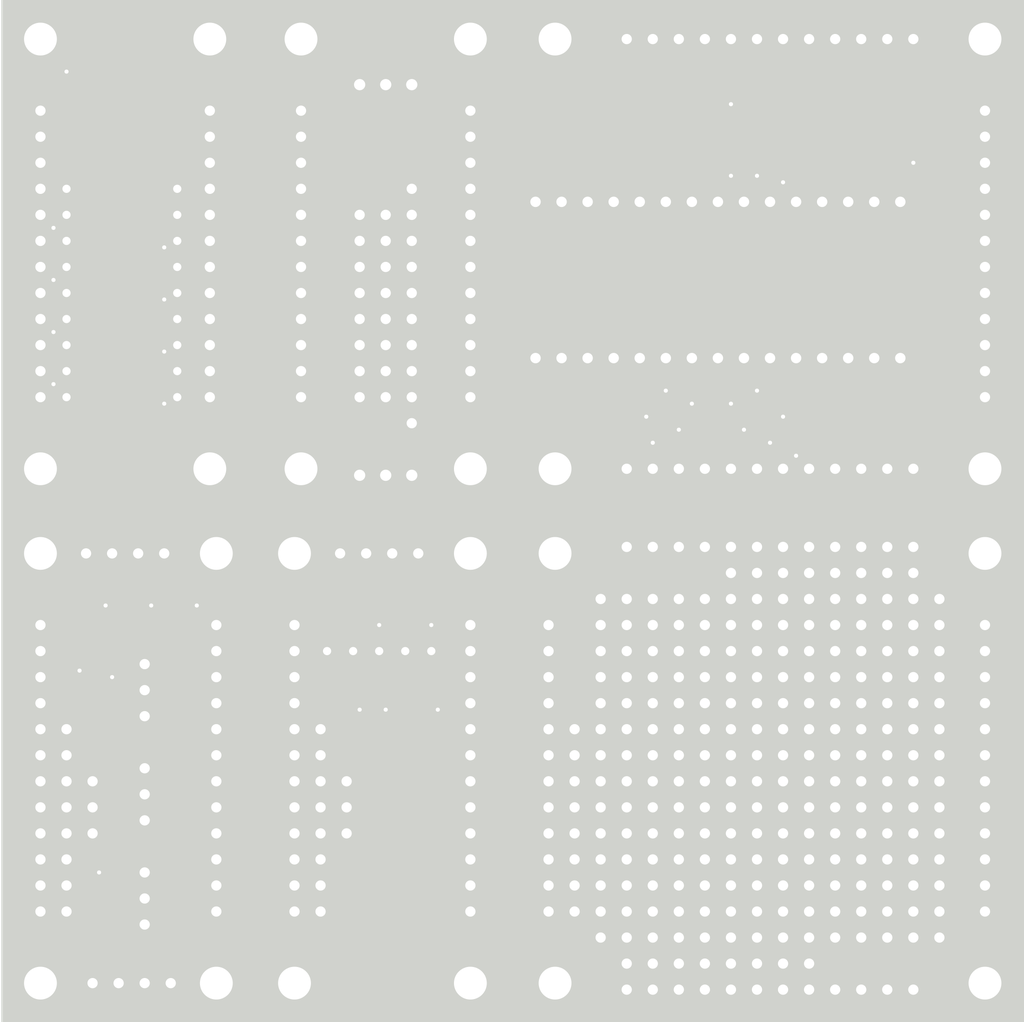
<source format=kicad_pcb>
(kicad_pcb (version 4) (host pcbnew 4.0.7+dfsg1-1~bpo9+1)
  (layers (0 F.Cu signal) (31 B.Cu signal) (34 B.Paste user) (35 F.Paste user) (36 B.SilkS user) (37 F.SilkS user) (38 B.Mask user) (39 F.Mask user) (44 Edge.Cuts user))
  (net 0 "")
  (net 1 /A5)
  (net 2 /A4)
  (net 3 /VCC)
  (net 4 /VIN)
  (net 5 /GND)
  (net 6 /D13)
  (net 7 /D12)
  (net 8 /D11)
  (net 9 /D10)
  (net 10 /D1)
  (net 11 /D0)
  (net 12 /D2)
  (net 13 /D3)
  (net 14 /D4)
  (net 15 /D5)
  (net 16 /D6)
  (net 17 /D7)
  (net 18 /D8)
  (net 19 /D9)
  (net 20 /A0)
  (net 21 /A1)
  (net 22 /A2)
  (net 23 /A3)
  (net 24 /A7)
  (net 25 /A6)
  (net 26 Earth)
  (net 27 /L0)
  (net 28 /L1)
  (net 29 /L2)
  (net 30 /L3)
  (net 31 /L4)
  (net 32 /L5)
  (net 33 /L6)
  (net 34 /L7)
  (net 35 "Net-(O1-Pad5)")
  (net 36 "Net-(O1-Pad6)")
  (net 37 "Net-(O1-Pad7)")
  (net 38 "Net-(O1-Pad8)")
  (net 39 "Net-(O1-Pad9)")
  (net 40 "Net-(O1-Pad10)")
  (net 41 "Net-(O1-Pad11)")
  (net 42 "Net-(O1-Pad12)")
  (net 43 /5V)
  (net 44 /3v3)
  (net 45 "Net-(H1-Pad1)")
  (net 46 "Net-(H1-Pad2)")
  (net 47 "Net-(H1-Pad3)")
  (net 48 "Net-(H1-Pad4)")
  (net 49 "Net-(H1-Pad5)")
  (net 50 "Net-(H1-Pad6)")
  (net 51 "Net-(H1-Pad7)")
  (net 52 "Net-(H1-Pad8)")
  (net 53 "Net-(I2-Pad1)")
  (net 54 "Net-(H3-Pad1)")
  (net 55 "Net-(J1-Pad1)")
  (net 56 "Net-(J3-Pad1)")
  (net 57 "Net-(H4-Pad1)")
  (net 58 "Net-(H4-Pad2)")
  (net 59 "Net-(H4-Pad3)")
  (net 60 "Net-(H4-Pad4)")
  (net 61 "Net-(H4-Pad5)")
  (net 62 "Net-(H4-Pad6)")
  (net 63 "Net-(H4-Pad7)")
  (net 64 "Net-(H4-Pad8)")
  (net 65 "Net-(I2-Pad5)")
  (net 66 "Net-(I2-Pad6)")
  (net 67 "Net-(I2-Pad7)")
  (net 68 "Net-(I2-Pad8)")
  (net 69 "Net-(I2-Pad9)")
  (net 70 "Net-(I2-Pad10)")
  (net 71 "Net-(I2-Pad11)")
  (net 72 "Net-(I2-Pad12)")
  (net 73 "Net-(J12-Pad1)")
  (net 74 "Net-(J12-Pad2)")
  (net 75 "Net-(J12-Pad3)")
  (net 76 "Net-(J12-Pad4)")
  (net 77 "Net-(J12-Pad5)")
  (net 78 "Net-(J12-Pad6)")
  (net 79 "Net-(J12-Pad7)")
  (net 80 "Net-(J12-Pad8)")
  (net 81 /VIN2)
  (net 82 /VCC2)
  (net 83 /GND2)
  (net 84 "Net-(J1-Pad2)")
  (net 85 "Net-(J1-Pad3)")
  (net 86 "Net-(J1-Pad4)")
  (net 87 "Net-(J2-Pad1)")
  (net 88 "Net-(J2-Pad2)")
  (net 89 "Net-(J2-Pad3)")
  (net 90 "Net-(J8-Pad2)")
  (net 91 "Net-(J8-Pad3)")
  (net 92 "Net-(J8-Pad4)")
  (net 93 "Net-(J4-Pad2)")
  (net 94 "Net-(J4-Pad3)")
  (net 95 "Net-(J4-Pad4)")
  (net 96 /gate1)
  (net 97 /gate2)
  (net 98 /gate3)
  (net 99 /gate4)
  (net 100 /gate5)
  (net 101 /gate6)
  (module Socket_Strips:Socket_Strip_Straight_1x12_Pitch2.54mm (layer F.Cu) (at 114.935 34.29 90)
    (fp_text reference O1)
    (fp_text value SerialOutput)
    (pad 1 thru_hole rect (at 0 0 90) (size 1.7 1.7) (drill 1) (layers *.Cu *.Mask) (net 4 /VIN))
    (pad 2 thru_hole oval (at 0 2.54 90) (size 1.7 1.7) (drill 1) (layers *.Cu *.Mask) (net 3 /VCC))
    (pad 3 thru_hole oval (at 0 5.08 90) (size 1.7 1.7) (drill 1) (layers *.Cu *.Mask) (net 5 /GND))
    (pad 4 thru_hole oval (at 0 7.62 90) (size 1.7 1.7) (drill 1) (layers *.Cu *.Mask))
    (pad 5 thru_hole oval (at 0 10.16 90) (size 1.7 1.7) (drill 1) (layers *.Cu *.Mask) (net 6 /D13))
    (pad 6 thru_hole oval (at 0 12.7 90) (size 1.7 1.7) (drill 1) (layers *.Cu *.Mask) (net 7 /D12))
    (pad 7 thru_hole oval (at 0 15.24 90) (size 1.7 1.7) (drill 1) (layers *.Cu *.Mask) (net 8 /D11))
    (pad 8 thru_hole oval (at 0 17.78 90) (size 1.7 1.7) (drill 1) (layers *.Cu *.Mask) (net 9 /D10))
    (pad 9 thru_hole oval (at 0 20.32 90) (size 1.7 1.7) (drill 1) (layers *.Cu *.Mask) (net 2 /A4))
    (pad 10 thru_hole oval (at 0 22.86 90) (size 1.7 1.7) (drill 1) (layers *.Cu *.Mask) (net 1 /A5))
    (pad 11 thru_hole oval (at 0 25.4 90) (size 1.7 1.7) (drill 1) (layers *.Cu *.Mask) (net 10 /D1))
    (pad 12 thru_hole oval (at 0 27.94 90) (size 1.7 1.7) (drill 1) (layers *.Cu *.Mask) (net 11 /D0))
  )
  (module Socket_Strips:Socket_Strip_Straight_1x12_Pitch2.54mm (layer F.Cu) (at 149.86 41.275)
    (fp_text reference O2)
    (fp_text value Output)
    (pad 1 thru_hole rect (at 0 0) (size 1.7 1.7) (drill 1) (layers *.Cu *.Mask) (net 4 /VIN))
    (pad 2 thru_hole oval (at 0 2.54) (size 1.7 1.7) (drill 1) (layers *.Cu *.Mask) (net 3 /VCC))
    (pad 3 thru_hole oval (at 0 5.08) (size 1.7 1.7) (drill 1) (layers *.Cu *.Mask) (net 5 /GND))
    (pad 4 thru_hole oval (at 0 7.62) (size 1.7 1.7) (drill 1) (layers *.Cu *.Mask))
    (pad 5 thru_hole oval (at 0 10.16) (size 1.7 1.7) (drill 1) (layers *.Cu *.Mask) (net 12 /D2))
    (pad 6 thru_hole oval (at 0 12.7) (size 1.7 1.7) (drill 1) (layers *.Cu *.Mask) (net 13 /D3))
    (pad 7 thru_hole oval (at 0 15.24) (size 1.7 1.7) (drill 1) (layers *.Cu *.Mask) (net 14 /D4))
    (pad 8 thru_hole oval (at 0 17.78) (size 1.7 1.7) (drill 1) (layers *.Cu *.Mask) (net 15 /D5))
    (pad 9 thru_hole oval (at 0 20.32) (size 1.7 1.7) (drill 1) (layers *.Cu *.Mask) (net 16 /D6))
    (pad 10 thru_hole oval (at 0 22.86) (size 1.7 1.7) (drill 1) (layers *.Cu *.Mask) (net 17 /D7))
    (pad 11 thru_hole oval (at 0 25.4) (size 1.7 1.7) (drill 1) (layers *.Cu *.Mask) (net 18 /D8))
    (pad 12 thru_hole oval (at 0 27.94) (size 1.7 1.7) (drill 1) (layers *.Cu *.Mask) (net 19 /D9))
  )
  (module Socket_Strips:Socket_Strip_Straight_1x12_Pitch2.54mm (layer F.Cu) (at 142.875 76.2 270)
    (fp_text reference O3)
    (fp_text value Output)
    (pad 1 thru_hole rect (at 0 0 270) (size 1.7 1.7) (drill 1) (layers *.Cu *.Mask) (net 4 /VIN))
    (pad 2 thru_hole oval (at 0 2.54 270) (size 1.7 1.7) (drill 1) (layers *.Cu *.Mask) (net 3 /VCC))
    (pad 3 thru_hole oval (at 0 5.08 270) (size 1.7 1.7) (drill 1) (layers *.Cu *.Mask) (net 5 /GND))
    (pad 4 thru_hole oval (at 0 7.62 270) (size 1.7 1.7) (drill 1) (layers *.Cu *.Mask))
    (pad 5 thru_hole oval (at 0 10.16 270) (size 1.7 1.7) (drill 1) (layers *.Cu *.Mask) (net 20 /A0))
    (pad 6 thru_hole oval (at 0 12.7 270) (size 1.7 1.7) (drill 1) (layers *.Cu *.Mask) (net 21 /A1))
    (pad 7 thru_hole oval (at 0 15.24 270) (size 1.7 1.7) (drill 1) (layers *.Cu *.Mask) (net 22 /A2))
    (pad 8 thru_hole oval (at 0 17.78 270) (size 1.7 1.7) (drill 1) (layers *.Cu *.Mask) (net 23 /A3))
    (pad 9 thru_hole oval (at 0 20.32 270) (size 1.7 1.7) (drill 1) (layers *.Cu *.Mask) (net 2 /A4))
    (pad 10 thru_hole oval (at 0 22.86 270) (size 1.7 1.7) (drill 1) (layers *.Cu *.Mask) (net 1 /A5))
    (pad 11 thru_hole oval (at 0 25.4 270) (size 1.7 1.7) (drill 1) (layers *.Cu *.Mask) (net 25 /A6))
    (pad 12 thru_hole oval (at 0 27.94 270) (size 1.7 1.7) (drill 1) (layers *.Cu *.Mask) (net 24 /A7))
  )
  (module Mounting_Holes:MountingHole_3.2mm_M3 (layer F.Cu) (at 149.86 34.29)
    (fp_text reference X)
    (fp_text value M3)
    (pad 1 np_thru_hole circle (at 0 0) (size 3.2 3.2) (drill 3.2) (layers *.Cu *.Mask))
  )
  (module Mounting_Holes:MountingHole_3.2mm_M3 (layer F.Cu) (at 149.86 76.2)
    (fp_text reference "")
    (fp_text value M3)
    (pad 1 np_thru_hole circle (at 0 0) (size 3.2 3.2) (drill 3.2) (layers *.Cu *.Mask))
  )
  (module Mounting_Holes:MountingHole_3.2mm_M3 (layer F.Cu) (at 107.95 76.2)
    (fp_text reference "")
    (fp_text value M3)
    (pad 1 np_thru_hole circle (at 0 0) (size 3.2 3.2) (drill 3.2) (layers *.Cu *.Mask))
  )
  (module Mounting_Holes:MountingHole_3.2mm_M3 (layer F.Cu) (at 107.95 34.29)
    (fp_text reference X)
    (fp_text value M3)
    (pad 1 np_thru_hole circle (at 0 0) (size 3.2 3.2) (drill 3.2) (layers *.Cu *.Mask))
  )
  (module Arduino:Arduino_Nano (layer F.Cu) (at 102.235 57.785 270)
    (fp_text reference XA1)
    (fp_text value Arduino_Nano_Socket)
    (pad VIN thru_hole circle (at 7.62 -39.37 270) (size 1.7272 1.7272) (drill 1.016) (layers *.Cu *.Mask) (net 4 /VIN))
    (pad GND2 thru_hole circle (at 7.62 -36.83 270) (size 1.7272 1.7272) (drill 1.016) (layers *.Cu *.Mask) (net 5 /GND))
    (pad RST2 thru_hole circle (at 7.62 -34.29 270) (size 1.7272 1.7272) (drill 1.016) (layers *.Cu *.Mask))
    (pad 5V thru_hole circle (at 7.62 -31.75 270) (size 1.7272 1.7272) (drill 1.016) (layers *.Cu *.Mask) (net 3 /VCC))
    (pad A7 thru_hole circle (at 7.62 -29.21 270) (size 1.7272 1.7272) (drill 1.016) (layers *.Cu *.Mask) (net 24 /A7))
    (pad A6 thru_hole circle (at 7.62 -26.67 270) (size 1.7272 1.7272) (drill 1.016) (layers *.Cu *.Mask) (net 25 /A6))
    (pad A5 thru_hole circle (at 7.62 -24.13 270) (size 1.7272 1.7272) (drill 1.016) (layers *.Cu *.Mask) (net 1 /A5))
    (pad A4 thru_hole circle (at 7.62 -21.59 270) (size 1.7272 1.7272) (drill 1.016) (layers *.Cu *.Mask) (net 2 /A4))
    (pad A3 thru_hole circle (at 7.62 -19.05 270) (size 1.7272 1.7272) (drill 1.016) (layers *.Cu *.Mask) (net 23 /A3))
    (pad A2 thru_hole circle (at 7.62 -16.51 270) (size 1.7272 1.7272) (drill 1.016) (layers *.Cu *.Mask) (net 22 /A2))
    (pad A1 thru_hole circle (at 7.62 -13.97 270) (size 1.7272 1.7272) (drill 1.016) (layers *.Cu *.Mask) (net 21 /A1))
    (pad A0 thru_hole circle (at 7.62 -11.43 270) (size 1.7272 1.7272) (drill 1.016) (layers *.Cu *.Mask) (net 20 /A0))
    (pad AREF thru_hole circle (at 7.62 -8.89 270) (size 1.7272 1.7272) (drill 1.016) (layers *.Cu *.Mask))
    (pad 3V3 thru_hole circle (at 7.62 -6.35 270) (size 1.7272 1.7272) (drill 1.016) (layers *.Cu *.Mask))
    (pad D13 thru_hole circle (at 7.62 -3.81 270) (size 1.7272 1.7272) (drill 1.016) (layers *.Cu *.Mask) (net 6 /D13))
    (pad D12 thru_hole circle (at -7.62 -3.81 270) (size 1.7272 1.7272) (drill 1.016) (layers *.Cu *.Mask) (net 7 /D12))
    (pad D11 thru_hole circle (at -7.62 -6.35 270) (size 1.7272 1.7272) (drill 1.016) (layers *.Cu *.Mask) (net 8 /D11))
    (pad D10 thru_hole circle (at -7.62 -8.89 270) (size 1.7272 1.7272) (drill 1.016) (layers *.Cu *.Mask) (net 9 /D10))
    (pad D9 thru_hole circle (at -7.62 -11.43 270) (size 1.7272 1.7272) (drill 1.016) (layers *.Cu *.Mask) (net 19 /D9))
    (pad D8 thru_hole circle (at -7.62 -13.97 270) (size 1.7272 1.7272) (drill 1.016) (layers *.Cu *.Mask) (net 18 /D8))
    (pad D7 thru_hole circle (at -7.62 -16.51 270) (size 1.7272 1.7272) (drill 1.016) (layers *.Cu *.Mask) (net 17 /D7))
    (pad D6 thru_hole circle (at -7.62 -19.05 270) (size 1.7272 1.7272) (drill 1.016) (layers *.Cu *.Mask) (net 16 /D6))
    (pad D5 thru_hole circle (at -7.62 -21.59 270) (size 1.7272 1.7272) (drill 1.016) (layers *.Cu *.Mask) (net 15 /D5))
    (pad D4 thru_hole circle (at -7.62 -24.13 270) (size 1.7272 1.7272) (drill 1.016) (layers *.Cu *.Mask) (net 14 /D4))
    (pad D3 thru_hole circle (at -7.62 -26.67 270) (size 1.7272 1.7272) (drill 1.016) (layers *.Cu *.Mask) (net 13 /D3))
    (pad D2 thru_hole circle (at -7.62 -29.21 270) (size 1.7272 1.7272) (drill 1.016) (layers *.Cu *.Mask) (net 12 /D2))
    (pad GND1 thru_hole circle (at -7.62 -31.75 270) (size 1.7272 1.7272) (drill 1.016) (layers *.Cu *.Mask) (net 5 /GND))
    (pad RST1 thru_hole circle (at -7.62 -34.29 270) (size 1.7272 1.7272) (drill 1.016) (layers *.Cu *.Mask))
    (pad D0 thru_hole circle (at -7.62 -36.83 270) (size 1.7272 1.7272) (drill 1.016) (layers *.Cu *.Mask) (net 11 /D0))
    (pad D1 thru_hole rect (at -7.62 -39.37 270) (size 1.7272 1.7272) (drill 1.016) (layers *.Cu *.Mask) (net 10 /D1))
  )
  (module Mounting_Holes:MountingHole_3.2mm_M3 (layer F.Cu) (at 83.185 76.2)
    (fp_text reference "" hide)
    (fp_text value M3)
    (pad 1 np_thru_hole circle (at 0 0) (size 3.2 3.2) (drill 3.2) (layers *.Cu *.Mask))
  )
  (module Mounting_Holes:MountingHole_3.2mm_M3 (layer F.Cu) (at 74.295 76.2)
    (fp_text reference "" hide)
    (fp_text value M3)
    (pad 1 np_thru_hole circle (at 0 0) (size 3.2 3.2) (drill 3.2) (layers *.Cu *.Mask))
  )
  (module Mounting_Holes:MountingHole_3.2mm_M3 (layer F.Cu) (at 57.785 76.2)
    (fp_text reference "" hide)
    (fp_text value M3)
    (pad 1 np_thru_hole circle (at 0 0) (size 3.2 3.2) (drill 3.2) (layers *.Cu *.Mask))
  )
  (module Mounting_Holes:MountingHole_3.2mm_M3 (layer F.Cu) (at 99.695 76.2)
    (fp_text reference "" hide)
    (fp_text value M3)
    (pad 1 np_thru_hole circle (at 0 0) (size 3.2 3.2) (drill 3.2) (layers *.Cu *.Mask))
  )
  (module Mounting_Holes:MountingHole_3.2mm_M3 (layer F.Cu) (at 83.185 34.29)
    (fp_text reference M3)
    (fp_text value "" hide)
    (pad 1 np_thru_hole circle (at 0 0) (size 3.2 3.2) (drill 3.2) (layers *.Cu *.Mask))
  )
  (module Mounting_Holes:MountingHole_3.2mm_M3 (layer F.Cu) (at 74.295 34.29)
    (fp_text reference M3)
    (fp_text value "" hide)
    (pad 1 np_thru_hole circle (at 0 0) (size 3.2 3.2) (drill 3.2) (layers *.Cu *.Mask))
  )
  (module Mounting_Holes:MountingHole_3.2mm_M3 (layer F.Cu) (at 57.785 34.29)
    (fp_text reference M3)
    (fp_text value "" hide)
    (pad 1 np_thru_hole circle (at 0 0) (size 3.2 3.2) (drill 3.2) (layers *.Cu *.Mask))
  )
  (module Mounting_Holes:MountingHole_3.2mm_M3 (layer F.Cu) (at 99.695 34.29)
    (fp_text reference M3)
    (fp_text value "" hide)
    (pad 1 np_thru_hole circle (at 0 0) (size 3.2 3.2) (drill 3.2) (layers *.Cu *.Mask))
  )
  (module Pin_Headers:Pin_Header_Straight_1x12_Pitch2.54mm (layer F.Cu) (at 57.785 41.275)
    (fp_text reference I1)
    (fp_text value Input)
    (pad 1 thru_hole rect (at 0 0) (size 1.7 1.7) (drill 1) (layers *.Cu *.Mask) (net 4 /VIN))
    (pad 2 thru_hole oval (at 0 2.54) (size 1.7 1.7) (drill 1) (layers *.Cu *.Mask) (net 43 /5V))
    (pad 3 thru_hole oval (at 0 5.08) (size 1.7 1.7) (drill 1) (layers *.Cu *.Mask) (net 26 Earth))
    (pad 4 thru_hole oval (at 0 7.62) (size 1.7 1.7) (drill 1) (layers *.Cu *.Mask))
    (pad 5 thru_hole oval (at 0 10.16) (size 1.7 1.7) (drill 1) (layers *.Cu *.Mask) (net 27 /L0))
    (pad 6 thru_hole oval (at 0 12.7) (size 1.7 1.7) (drill 1) (layers *.Cu *.Mask) (net 28 /L1))
    (pad 7 thru_hole oval (at 0 15.24) (size 1.7 1.7) (drill 1) (layers *.Cu *.Mask) (net 29 /L2))
    (pad 8 thru_hole oval (at 0 17.78) (size 1.7 1.7) (drill 1) (layers *.Cu *.Mask) (net 30 /L3))
    (pad 9 thru_hole oval (at 0 20.32) (size 1.7 1.7) (drill 1) (layers *.Cu *.Mask) (net 31 /L4))
    (pad 10 thru_hole oval (at 0 22.86) (size 1.7 1.7) (drill 1) (layers *.Cu *.Mask) (net 32 /L5))
    (pad 11 thru_hole oval (at 0 25.4) (size 1.7 1.7) (drill 1) (layers *.Cu *.Mask) (net 33 /L6))
    (pad 12 thru_hole oval (at 0 27.94) (size 1.7 1.7) (drill 1) (layers *.Cu *.Mask) (net 34 /L7))
  )
  (module Socket_Strips:Socket_Strip_Straight_1x12_Pitch2.54mm (layer F.Cu) (at 74.295 41.275)
    (fp_text reference O1)
    (fp_text value Output)
    (pad 1 thru_hole rect (at 0 0) (size 1.7 1.7) (drill 1) (layers *.Cu *.Mask) (net 4 /VIN))
    (pad 2 thru_hole oval (at 0 2.54) (size 1.7 1.7) (drill 1) (layers *.Cu *.Mask) (net 44 /3v3))
    (pad 3 thru_hole oval (at 0 5.08) (size 1.7 1.7) (drill 1) (layers *.Cu *.Mask) (net 26 Earth))
    (pad 4 thru_hole oval (at 0 7.62) (size 1.7 1.7) (drill 1) (layers *.Cu *.Mask))
    (pad 5 thru_hole oval (at 0 10.16) (size 1.7 1.7) (drill 1) (layers *.Cu *.Mask) (net 35 "Net-(O1-Pad5)"))
    (pad 6 thru_hole oval (at 0 12.7) (size 1.7 1.7) (drill 1) (layers *.Cu *.Mask) (net 36 "Net-(O1-Pad6)"))
    (pad 7 thru_hole oval (at 0 15.24) (size 1.7 1.7) (drill 1) (layers *.Cu *.Mask) (net 37 "Net-(O1-Pad7)"))
    (pad 8 thru_hole oval (at 0 17.78) (size 1.7 1.7) (drill 1) (layers *.Cu *.Mask) (net 38 "Net-(O1-Pad8)"))
    (pad 9 thru_hole oval (at 0 20.32) (size 1.7 1.7) (drill 1) (layers *.Cu *.Mask) (net 39 "Net-(O1-Pad9)"))
    (pad 10 thru_hole oval (at 0 22.86) (size 1.7 1.7) (drill 1) (layers *.Cu *.Mask) (net 40 "Net-(O1-Pad10)"))
    (pad 11 thru_hole oval (at 0 25.4) (size 1.7 1.7) (drill 1) (layers *.Cu *.Mask) (net 41 "Net-(O1-Pad11)"))
    (pad 12 thru_hole oval (at 0 27.94) (size 1.7 1.7) (drill 1) (layers *.Cu *.Mask) (net 42 "Net-(O1-Pad12)"))
  )
  (module TO_SOT_Packages_SMD:SOT-223-3Lead_TabPin2 (layer F.Cu) (at 66.04 39.37)
    (fp_text reference U1)
    (fp_text value AP1117-33)
    (pad 2 smd rect (at 3.15 0) (size 2 3.8) (layers F.Cu F.Paste F.Mask) (net 44 /3v3))
    (pad 2 smd rect (at -3.15 0) (size 2 1.5) (layers F.Cu F.Paste F.Mask) (net 44 /3v3))
    (pad 3 smd rect (at -3.15 2.3) (size 2 1.5) (layers F.Cu F.Paste F.Mask) (net 43 /5V))
    (pad 1 smd rect (at -3.15 -2.3) (size 2 1.5) (layers F.Cu F.Paste F.Mask) (net 26 Earth))
  )
  (module Resistors_THT:R_Array_SIP9 (layer F.Cu) (at 71.12 48.895 270)
    (fp_text reference RN1)
    (fp_text value R_Network08)
    (pad 1 thru_hole rect (at 0 0 270) (size 1.6 1.6) (drill 0.8) (layers *.Cu *.Mask) (net 44 /3v3))
    (pad 2 thru_hole oval (at 2.54 0 270) (size 1.6 1.6) (drill 0.8) (layers *.Cu *.Mask) (net 35 "Net-(O1-Pad5)"))
    (pad 3 thru_hole oval (at 5.08 0 270) (size 1.6 1.6) (drill 0.8) (layers *.Cu *.Mask) (net 36 "Net-(O1-Pad6)"))
    (pad 4 thru_hole oval (at 7.62 0 270) (size 1.6 1.6) (drill 0.8) (layers *.Cu *.Mask) (net 37 "Net-(O1-Pad7)"))
    (pad 5 thru_hole oval (at 10.16 0 270) (size 1.6 1.6) (drill 0.8) (layers *.Cu *.Mask) (net 38 "Net-(O1-Pad8)"))
    (pad 6 thru_hole oval (at 12.7 0 270) (size 1.6 1.6) (drill 0.8) (layers *.Cu *.Mask) (net 39 "Net-(O1-Pad9)"))
    (pad 7 thru_hole oval (at 15.24 0 270) (size 1.6 1.6) (drill 0.8) (layers *.Cu *.Mask) (net 40 "Net-(O1-Pad10)"))
    (pad 8 thru_hole oval (at 17.78 0 270) (size 1.6 1.6) (drill 0.8) (layers *.Cu *.Mask) (net 41 "Net-(O1-Pad11)"))
    (pad 9 thru_hole oval (at 20.32 0 270) (size 1.6 1.6) (drill 0.8) (layers *.Cu *.Mask) (net 42 "Net-(O1-Pad12)"))
  )
  (module TO_SOT_Packages_SMD:SOT-23 (layer F.Cu) (at 63.5 51.435 180)
    (fp_text reference Q1 hide)
    (fp_text value BSS138)
    (pad 1 smd rect (at -1 -0.95 180) (size 0.9 0.8) (layers F.Cu F.Paste F.Mask) (net 43 /5V))
    (pad 2 smd rect (at -1 0.95 180) (size 0.9 0.8) (layers F.Cu F.Paste F.Mask) (net 35 "Net-(O1-Pad5)"))
    (pad 3 smd rect (at 1 0 180) (size 0.9 0.8) (layers F.Cu F.Paste F.Mask) (net 27 /L0))
  )
  (module TO_SOT_Packages_SMD:SOT-23 (layer F.Cu) (at 67.945 53.975 180)
    (fp_text reference Q2 hide)
    (fp_text value BSS138)
    (pad 1 smd rect (at -1 -0.95 180) (size 0.9 0.8) (layers F.Cu F.Paste F.Mask) (net 43 /5V))
    (pad 2 smd rect (at -1 0.95 180) (size 0.9 0.8) (layers F.Cu F.Paste F.Mask) (net 36 "Net-(O1-Pad6)"))
    (pad 3 smd rect (at 1 0 180) (size 0.9 0.8) (layers F.Cu F.Paste F.Mask) (net 28 /L1))
  )
  (module TO_SOT_Packages_SMD:SOT-23 (layer F.Cu) (at 63.5 56.515 180)
    (fp_text reference Q3 hide)
    (fp_text value BSS138)
    (pad 1 smd rect (at -1 -0.95 180) (size 0.9 0.8) (layers F.Cu F.Paste F.Mask) (net 43 /5V))
    (pad 2 smd rect (at -1 0.95 180) (size 0.9 0.8) (layers F.Cu F.Paste F.Mask) (net 37 "Net-(O1-Pad7)"))
    (pad 3 smd rect (at 1 0 180) (size 0.9 0.8) (layers F.Cu F.Paste F.Mask) (net 29 /L2))
  )
  (module TO_SOT_Packages_SMD:SOT-23 (layer F.Cu) (at 67.945 59.055 180)
    (fp_text reference Q4 hide)
    (fp_text value BSS138)
    (pad 1 smd rect (at -1 -0.95 180) (size 0.9 0.8) (layers F.Cu F.Paste F.Mask) (net 43 /5V))
    (pad 2 smd rect (at -1 0.95 180) (size 0.9 0.8) (layers F.Cu F.Paste F.Mask) (net 38 "Net-(O1-Pad8)"))
    (pad 3 smd rect (at 1 0 180) (size 0.9 0.8) (layers F.Cu F.Paste F.Mask) (net 30 /L3))
  )
  (module TO_SOT_Packages_SMD:SOT-23 (layer F.Cu) (at 63.5 61.595 180)
    (fp_text reference Q5 hide)
    (fp_text value BSS138)
    (pad 1 smd rect (at -1 -0.95 180) (size 0.9 0.8) (layers F.Cu F.Paste F.Mask) (net 43 /5V))
    (pad 2 smd rect (at -1 0.95 180) (size 0.9 0.8) (layers F.Cu F.Paste F.Mask) (net 39 "Net-(O1-Pad9)"))
    (pad 3 smd rect (at 1 0 180) (size 0.9 0.8) (layers F.Cu F.Paste F.Mask) (net 31 /L4))
  )
  (module TO_SOT_Packages_SMD:SOT-23 (layer F.Cu) (at 67.945 64.135 180)
    (fp_text reference Q6 hide)
    (fp_text value BSS138)
    (pad 1 smd rect (at -1 -0.95 180) (size 0.9 0.8) (layers F.Cu F.Paste F.Mask) (net 43 /5V))
    (pad 2 smd rect (at -1 0.95 180) (size 0.9 0.8) (layers F.Cu F.Paste F.Mask) (net 40 "Net-(O1-Pad10)"))
    (pad 3 smd rect (at 1 0 180) (size 0.9 0.8) (layers F.Cu F.Paste F.Mask) (net 32 /L5))
  )
  (module TO_SOT_Packages_SMD:SOT-23 (layer F.Cu) (at 63.5 66.675 180)
    (fp_text reference Q7 hide)
    (fp_text value BSS138)
    (pad 1 smd rect (at -1 -0.95 180) (size 0.9 0.8) (layers F.Cu F.Paste F.Mask) (net 43 /5V))
    (pad 2 smd rect (at -1 0.95 180) (size 0.9 0.8) (layers F.Cu F.Paste F.Mask) (net 41 "Net-(O1-Pad11)"))
    (pad 3 smd rect (at 1 0 180) (size 0.9 0.8) (layers F.Cu F.Paste F.Mask) (net 33 /L6))
  )
  (module TO_SOT_Packages_SMD:SOT-23 (layer F.Cu) (at 67.945 69.215 180)
    (fp_text reference Q8 hide)
    (fp_text value BSS138)
    (pad 1 smd rect (at -1 -0.95 180) (size 0.9 0.8) (layers F.Cu F.Paste F.Mask) (net 43 /5V))
    (pad 2 smd rect (at -1 0.95 180) (size 0.9 0.8) (layers F.Cu F.Paste F.Mask) (net 42 "Net-(O1-Pad12)"))
    (pad 3 smd rect (at 1 0 180) (size 0.9 0.8) (layers F.Cu F.Paste F.Mask) (net 34 /L7))
  )
  (module Pin_Headers:Pin_Header_Straight_1x08_Pitch2.54mm (layer F.Cu) (at 93.98 51.435)
    (fp_text reference H1)
    (fp_text value DATA (at 2.54 8.89 90) (layer F.SilkS))
    (pad 1 thru_hole rect (at 0 0) (size 1.7 1.7) (drill 1) (layers *.Cu *.Mask) (net 45 "Net-(H1-Pad1)"))
    (pad 2 thru_hole oval (at 0 2.54) (size 1.7 1.7) (drill 1) (layers *.Cu *.Mask) (net 46 "Net-(H1-Pad2)"))
    (pad 3 thru_hole oval (at 0 5.08) (size 1.7 1.7) (drill 1) (layers *.Cu *.Mask) (net 47 "Net-(H1-Pad3)"))
    (pad 4 thru_hole oval (at 0 7.62) (size 1.7 1.7) (drill 1) (layers *.Cu *.Mask) (net 48 "Net-(H1-Pad4)"))
    (pad 5 thru_hole oval (at 0 10.16) (size 1.7 1.7) (drill 1) (layers *.Cu *.Mask) (net 49 "Net-(H1-Pad5)"))
    (pad 6 thru_hole oval (at 0 12.7) (size 1.7 1.7) (drill 1) (layers *.Cu *.Mask) (net 50 "Net-(H1-Pad6)"))
    (pad 7 thru_hole oval (at 0 15.24) (size 1.7 1.7) (drill 1) (layers *.Cu *.Mask) (net 51 "Net-(H1-Pad7)"))
    (pad 8 thru_hole oval (at 0 17.78) (size 1.7 1.7) (drill 1) (layers *.Cu *.Mask) (net 52 "Net-(H1-Pad8)"))
  )
  (module Pin_Headers:Pin_Header_Straight_1x08_Pitch2.54mm (layer F.Cu) (at 88.9 51.435)
    (fp_text reference H2)
    (fp_text value GND (at 0 -3.81 90) (layer F.SilkS))
    (pad 1 thru_hole rect (at 0 0) (size 1.7 1.7) (drill 1) (layers *.Cu *.Mask) (net 26 Earth))
    (pad 2 thru_hole oval (at 0 2.54) (size 1.7 1.7) (drill 1) (layers *.Cu *.Mask) (net 26 Earth))
    (pad 3 thru_hole oval (at 0 5.08) (size 1.7 1.7) (drill 1) (layers *.Cu *.Mask) (net 26 Earth))
    (pad 4 thru_hole oval (at 0 7.62) (size 1.7 1.7) (drill 1) (layers *.Cu *.Mask) (net 26 Earth))
    (pad 5 thru_hole oval (at 0 10.16) (size 1.7 1.7) (drill 1) (layers *.Cu *.Mask) (net 26 Earth))
    (pad 6 thru_hole oval (at 0 12.7) (size 1.7 1.7) (drill 1) (layers *.Cu *.Mask) (net 26 Earth))
    (pad 7 thru_hole oval (at 0 15.24) (size 1.7 1.7) (drill 1) (layers *.Cu *.Mask) (net 26 Earth))
    (pad 8 thru_hole oval (at 0 17.78) (size 1.7 1.7) (drill 1) (layers *.Cu *.Mask) (net 26 Earth))
  )
  (module Pin_Headers:Pin_Header_Straight_1x08_Pitch2.54mm (layer F.Cu) (at 91.44 51.435)
    (fp_text reference H3)
    (fp_text value VCC (at 0 -3.81 90) (layer F.SilkS))
    (pad 1 thru_hole rect (at 0 0) (size 1.7 1.7) (drill 1) (layers *.Cu *.Mask) (net 54 "Net-(H3-Pad1)"))
    (pad 2 thru_hole oval (at 0 2.54) (size 1.7 1.7) (drill 1) (layers *.Cu *.Mask) (net 54 "Net-(H3-Pad1)"))
    (pad 3 thru_hole oval (at 0 5.08) (size 1.7 1.7) (drill 1) (layers *.Cu *.Mask) (net 54 "Net-(H3-Pad1)"))
    (pad 4 thru_hole oval (at 0 7.62) (size 1.7 1.7) (drill 1) (layers *.Cu *.Mask) (net 54 "Net-(H3-Pad1)"))
    (pad 5 thru_hole oval (at 0 10.16) (size 1.7 1.7) (drill 1) (layers *.Cu *.Mask) (net 54 "Net-(H3-Pad1)"))
    (pad 6 thru_hole oval (at 0 12.7) (size 1.7 1.7) (drill 1) (layers *.Cu *.Mask) (net 54 "Net-(H3-Pad1)"))
    (pad 7 thru_hole oval (at 0 15.24) (size 1.7 1.7) (drill 1) (layers *.Cu *.Mask) (net 54 "Net-(H3-Pad1)"))
    (pad 8 thru_hole oval (at 0 17.78) (size 1.7 1.7) (drill 1) (layers *.Cu *.Mask) (net 54 "Net-(H3-Pad1)"))
  )
  (module Pin_Headers:Pin_Header_Straight_1x12_Pitch2.54mm (layer F.Cu) (at 83.185 41.275)
    (fp_text reference I2)
    (fp_text value Input)
    (pad 1 thru_hole rect (at 0 0) (size 1.7 1.7) (drill 1) (layers *.Cu *.Mask) (net 53 "Net-(I2-Pad1)"))
    (pad 2 thru_hole oval (at 0 2.54) (size 1.7 1.7) (drill 1) (layers *.Cu *.Mask) (net 54 "Net-(H3-Pad1)"))
    (pad 3 thru_hole oval (at 0 5.08) (size 1.7 1.7) (drill 1) (layers *.Cu *.Mask) (net 26 Earth))
    (pad 4 thru_hole oval (at 0 7.62) (size 1.7 1.7) (drill 1) (layers *.Cu *.Mask))
    (pad 5 thru_hole oval (at 0 10.16) (size 1.7 1.7) (drill 1) (layers *.Cu *.Mask) (net 45 "Net-(H1-Pad1)"))
    (pad 6 thru_hole oval (at 0 12.7) (size 1.7 1.7) (drill 1) (layers *.Cu *.Mask) (net 46 "Net-(H1-Pad2)"))
    (pad 7 thru_hole oval (at 0 15.24) (size 1.7 1.7) (drill 1) (layers *.Cu *.Mask) (net 47 "Net-(H1-Pad3)"))
    (pad 8 thru_hole oval (at 0 17.78) (size 1.7 1.7) (drill 1) (layers *.Cu *.Mask) (net 48 "Net-(H1-Pad4)"))
    (pad 9 thru_hole oval (at 0 20.32) (size 1.7 1.7) (drill 1) (layers *.Cu *.Mask) (net 49 "Net-(H1-Pad5)"))
    (pad 10 thru_hole oval (at 0 22.86) (size 1.7 1.7) (drill 1) (layers *.Cu *.Mask) (net 50 "Net-(H1-Pad6)"))
    (pad 11 thru_hole oval (at 0 25.4) (size 1.7 1.7) (drill 1) (layers *.Cu *.Mask) (net 51 "Net-(H1-Pad7)"))
    (pad 12 thru_hole oval (at 0 27.94) (size 1.7 1.7) (drill 1) (layers *.Cu *.Mask) (net 52 "Net-(H1-Pad8)"))
  )
  (module Socket_Strips:Socket_Strip_Straight_1x12_Pitch2.54mm (layer F.Cu) (at 99.695 41.275)
    (fp_text reference O2)
    (fp_text value Output)
    (pad 1 thru_hole rect (at 0 0) (size 1.7 1.7) (drill 1) (layers *.Cu *.Mask) (net 53 "Net-(I2-Pad1)"))
    (pad 2 thru_hole oval (at 0 2.54) (size 1.7 1.7) (drill 1) (layers *.Cu *.Mask) (net 54 "Net-(H3-Pad1)"))
    (pad 3 thru_hole oval (at 0 5.08) (size 1.7 1.7) (drill 1) (layers *.Cu *.Mask) (net 26 Earth))
    (pad 4 thru_hole oval (at 0 7.62) (size 1.7 1.7) (drill 1) (layers *.Cu *.Mask))
    (pad 5 thru_hole oval (at 0 10.16) (size 1.7 1.7) (drill 1) (layers *.Cu *.Mask) (net 45 "Net-(H1-Pad1)"))
    (pad 6 thru_hole oval (at 0 12.7) (size 1.7 1.7) (drill 1) (layers *.Cu *.Mask) (net 46 "Net-(H1-Pad2)"))
    (pad 7 thru_hole oval (at 0 15.24) (size 1.7 1.7) (drill 1) (layers *.Cu *.Mask) (net 47 "Net-(H1-Pad3)"))
    (pad 8 thru_hole oval (at 0 17.78) (size 1.7 1.7) (drill 1) (layers *.Cu *.Mask) (net 48 "Net-(H1-Pad4)"))
    (pad 9 thru_hole oval (at 0 20.32) (size 1.7 1.7) (drill 1) (layers *.Cu *.Mask) (net 49 "Net-(H1-Pad5)"))
    (pad 10 thru_hole oval (at 0 22.86) (size 1.7 1.7) (drill 1) (layers *.Cu *.Mask) (net 50 "Net-(H1-Pad6)"))
    (pad 11 thru_hole oval (at 0 25.4) (size 1.7 1.7) (drill 1) (layers *.Cu *.Mask) (net 51 "Net-(H1-Pad7)"))
    (pad 12 thru_hole oval (at 0 27.94) (size 1.7 1.7) (drill 1) (layers *.Cu *.Mask) (net 52 "Net-(H1-Pad8)"))
  )
  (module Resistors_THT:R_Array_SIP9 (layer F.Cu) (at 60.325 48.895 270)
    (fp_text reference RN2)
    (fp_text value R_Network08)
    (pad 1 thru_hole rect (at 0 0 270) (size 1.6 1.6) (drill 0.8) (layers *.Cu *.Mask) (net 43 /5V))
    (pad 2 thru_hole oval (at 2.54 0 270) (size 1.6 1.6) (drill 0.8) (layers *.Cu *.Mask) (net 27 /L0))
    (pad 3 thru_hole oval (at 5.08 0 270) (size 1.6 1.6) (drill 0.8) (layers *.Cu *.Mask) (net 28 /L1))
    (pad 4 thru_hole oval (at 7.62 0 270) (size 1.6 1.6) (drill 0.8) (layers *.Cu *.Mask) (net 29 /L2))
    (pad 5 thru_hole oval (at 10.16 0 270) (size 1.6 1.6) (drill 0.8) (layers *.Cu *.Mask) (net 30 /L3))
    (pad 6 thru_hole oval (at 12.7 0 270) (size 1.6 1.6) (drill 0.8) (layers *.Cu *.Mask) (net 31 /L4))
    (pad 7 thru_hole oval (at 15.24 0 270) (size 1.6 1.6) (drill 0.8) (layers *.Cu *.Mask) (net 32 /L5))
    (pad 8 thru_hole oval (at 17.78 0 270) (size 1.6 1.6) (drill 0.8) (layers *.Cu *.Mask) (net 33 /L6))
    (pad 9 thru_hole oval (at 20.32 0 270) (size 1.6 1.6) (drill 0.8) (layers *.Cu *.Mask) (net 34 /L7))
  )
  (module Connectors_Terminal_Blocks:TerminalBlock_Pheonix_MPT-2.54mm_3pol (layer F.Cu) (at 88.9 76.835)
    (fp_text reference J2)
    (fp_text value Term)
    (pad 3 thru_hole oval (at 5.08 0) (size 1.99898 1.99898) (drill 1.09728) (layers *.Cu *.Mask) (net 55 "Net-(J1-Pad1)"))
    (pad 1 thru_hole rect (at 0 0) (size 1.99898 1.99898) (drill 1.09728) (layers *.Cu *.Mask) (net 26 Earth))
    (pad 2 thru_hole oval (at 2.54 0) (size 1.99898 1.99898) (drill 1.09728) (layers *.Cu *.Mask) (net 54 "Net-(H3-Pad1)"))
  )
  (module Pin_Headers:Pin_Header_Straight_1x01_Pitch2.54mm (layer F.Cu) (at 93.98 71.755)
    (fp_text reference J1)
    (fp_text value S)
    (pad 1 thru_hole rect (at 0 0) (size 1.7 1.7) (drill 1) (layers *.Cu *.Mask) (net 55 "Net-(J1-Pad1)"))
  )
  (module Pin_Headers:Pin_Header_Straight_1x01_Pitch2.54mm (layer F.Cu) (at 93.98 48.895)
    (fp_text reference J3)
    (fp_text value S)
    (pad 1 thru_hole rect (at 0 0) (size 1.7 1.7) (drill 1) (layers *.Cu *.Mask) (net 56 "Net-(J3-Pad1)"))
  )
  (module Connectors_Terminal_Blocks:TerminalBlock_Pheonix_MPT-2.54mm_3pol (layer F.Cu) (at 88.9 38.735)
    (fp_text reference J4)
    (fp_text value Term)
    (pad 3 thru_hole oval (at 5.08 0) (size 1.99898 1.99898) (drill 1.09728) (layers *.Cu *.Mask) (net 56 "Net-(J3-Pad1)"))
    (pad 1 thru_hole rect (at 0 0) (size 1.99898 1.99898) (drill 1.09728) (layers *.Cu *.Mask) (net 26 Earth))
    (pad 2 thru_hole oval (at 2.54 0) (size 1.99898 1.99898) (drill 1.09728) (layers *.Cu *.Mask) (net 54 "Net-(H3-Pad1)"))
  )
  (module Connectors:GS2 (layer B.Cu) (at 147.955 106.045)
    (fp_text reference J3 hide)
    (fp_text value GS2 hide)
    (pad 1 smd rect (at 0 0.64) (size 1.27 0.97) (layers B.Cu B.Paste B.Mask) (net 59 "Net-(H4-Pad3)"))
    (pad 2 smd rect (at 0 -0.64) (size 1.27 0.97) (layers B.Cu B.Paste B.Mask) (net 29 /L2))
  )
  (module Socket_Strips:Socket_Strip_Straight_1x12_Pitch2.54mm (layer F.Cu) (at 149.86 91.44)
    (fp_text reference O2 hide)
    (fp_text value Output hide)
    (pad 1 thru_hole rect (at 0 0) (size 1.7 1.7) (drill 1) (layers *.Cu *.Mask) (net 4 /VIN))
    (pad 2 thru_hole oval (at 0 2.54) (size 1.7 1.7) (drill 1) (layers *.Cu *.Mask) (net 3 /VCC))
    (pad 3 thru_hole oval (at 0 5.08) (size 1.7 1.7) (drill 1) (layers *.Cu *.Mask) (net 26 Earth))
    (pad 4 thru_hole oval (at 0 7.62) (size 1.7 1.7) (drill 1) (layers *.Cu *.Mask))
    (pad 5 thru_hole oval (at 0 10.16) (size 1.7 1.7) (drill 1) (layers *.Cu *.Mask) (net 57 "Net-(H4-Pad1)"))
    (pad 6 thru_hole oval (at 0 12.7) (size 1.7 1.7) (drill 1) (layers *.Cu *.Mask) (net 58 "Net-(H4-Pad2)"))
    (pad 7 thru_hole oval (at 0 15.24) (size 1.7 1.7) (drill 1) (layers *.Cu *.Mask) (net 59 "Net-(H4-Pad3)"))
    (pad 8 thru_hole oval (at 0 17.78) (size 1.7 1.7) (drill 1) (layers *.Cu *.Mask) (net 60 "Net-(H4-Pad4)"))
    (pad 9 thru_hole oval (at 0 20.32) (size 1.7 1.7) (drill 1) (layers *.Cu *.Mask) (net 61 "Net-(H4-Pad5)"))
    (pad 10 thru_hole oval (at 0 22.86) (size 1.7 1.7) (drill 1) (layers *.Cu *.Mask) (net 62 "Net-(H4-Pad6)"))
    (pad 11 thru_hole oval (at 0 25.4) (size 1.7 1.7) (drill 1) (layers *.Cu *.Mask) (net 63 "Net-(H4-Pad7)"))
    (pad 12 thru_hole oval (at 0 27.94) (size 1.7 1.7) (drill 1) (layers *.Cu *.Mask) (net 64 "Net-(H4-Pad8)"))
  )
  (module Pin_Headers:Pin_Header_Straight_1x08_Pitch2.54mm (layer B.Cu) (at 109.855 101.6 180)
    (fp_text reference H1 hide)
    (fp_text value Headers8L hide)
    (pad 1 thru_hole rect (at 0 0 180) (size 1.7 1.7) (drill 1) (layers *.Cu *.Mask) (net 27 /L0))
    (pad 2 thru_hole oval (at 0 -2.54 180) (size 1.7 1.7) (drill 1) (layers *.Cu *.Mask) (net 28 /L1))
    (pad 3 thru_hole oval (at 0 -5.08 180) (size 1.7 1.7) (drill 1) (layers *.Cu *.Mask) (net 29 /L2))
    (pad 4 thru_hole oval (at 0 -7.62 180) (size 1.7 1.7) (drill 1) (layers *.Cu *.Mask) (net 30 /L3))
    (pad 5 thru_hole oval (at 0 -10.16 180) (size 1.7 1.7) (drill 1) (layers *.Cu *.Mask) (net 31 /L4))
    (pad 6 thru_hole oval (at 0 -12.7 180) (size 1.7 1.7) (drill 1) (layers *.Cu *.Mask) (net 32 /L5))
    (pad 7 thru_hole oval (at 0 -15.24 180) (size 1.7 1.7) (drill 1) (layers *.Cu *.Mask) (net 33 /L6))
    (pad 8 thru_hole oval (at 0 -17.78 180) (size 1.7 1.7) (drill 1) (layers *.Cu *.Mask) (net 34 /L7))
  )
  (module Pin_Headers:Pin_Header_Straight_1x08_Pitch2.54mm (layer B.Cu) (at 112.395 101.6 180)
    (fp_text reference REF** hide)
    (fp_text value Pin_Header_Straight_1x08_Pitch2.54mm hide)
    (pad 1 thru_hole rect (at 0 0 180) (size 1.7 1.7) (drill 1) (layers *.Cu *.Mask))
    (pad 2 thru_hole oval (at 0 -2.54 180) (size 1.7 1.7) (drill 1) (layers *.Cu *.Mask))
    (pad 3 thru_hole oval (at 0 -5.08 180) (size 1.7 1.7) (drill 1) (layers *.Cu *.Mask))
    (pad 4 thru_hole oval (at 0 -7.62 180) (size 1.7 1.7) (drill 1) (layers *.Cu *.Mask))
    (pad 5 thru_hole oval (at 0 -10.16 180) (size 1.7 1.7) (drill 1) (layers *.Cu *.Mask))
    (pad 6 thru_hole oval (at 0 -12.7 180) (size 1.7 1.7) (drill 1) (layers *.Cu *.Mask))
    (pad 7 thru_hole oval (at 0 -15.24 180) (size 1.7 1.7) (drill 1) (layers *.Cu *.Mask))
    (pad 8 thru_hole oval (at 0 -17.78 180) (size 1.7 1.7) (drill 1) (layers *.Cu *.Mask))
  )
  (module Pin_Headers:Pin_Header_Straight_1x14_Pitch2.54mm (layer B.Cu) (at 112.395 96.52 270)
    (fp_text reference REF** hide)
    (fp_text value Pin_Header_Straight_1x08_Pitch2.54mm hide)
    (pad 1 thru_hole rect (at 0 0 270) (size 1.7 1.7) (drill 1) (layers *.Cu *.Mask))
    (pad 2 thru_hole oval (at 0 -2.54 270) (size 1.7 1.7) (drill 1) (layers *.Cu *.Mask))
    (pad 3 thru_hole oval (at 0 -5.08 270) (size 1.7 1.7) (drill 1) (layers *.Cu *.Mask))
    (pad 4 thru_hole oval (at 0 -7.62 270) (size 1.7 1.7) (drill 1) (layers *.Cu *.Mask))
    (pad 5 thru_hole oval (at 0 -10.16 270) (size 1.7 1.7) (drill 1) (layers *.Cu *.Mask))
    (pad 6 thru_hole oval (at 0 -12.7 270) (size 1.7 1.7) (drill 1) (layers *.Cu *.Mask))
    (pad 7 thru_hole oval (at 0 -15.24 270) (size 1.7 1.7) (drill 1) (layers *.Cu *.Mask))
    (pad 8 thru_hole oval (at 0 -17.78 270) (size 1.7 1.7) (drill 1) (layers *.Cu *.Mask))
    (pad 9 thru_hole oval (at 0 -20.32 270) (size 1.7 1.7) (drill 1) (layers *.Cu *.Mask))
    (pad 10 thru_hole oval (at 0 -22.86 270) (size 1.7 1.7) (drill 1) (layers *.Cu *.Mask))
    (pad 11 thru_hole oval (at 0 -25.4 270) (size 1.7 1.7) (drill 1) (layers *.Cu *.Mask))
    (pad 12 thru_hole oval (at 0 -27.94 270) (size 1.7 1.7) (drill 1) (layers *.Cu *.Mask))
    (pad 13 thru_hole oval (at 0 -30.48 270) (size 1.7 1.7) (drill 1) (layers *.Cu *.Mask))
    (pad 14 thru_hole oval (at 0 -33.02 270) (size 1.7 1.7) (drill 1) (layers *.Cu *.Mask))
  )
  (module Pin_Headers:Pin_Header_Straight_1x14_Pitch2.54mm (layer B.Cu) (at 112.395 99.06 270)
    (fp_text reference REF** hide)
    (fp_text value Pin_Header_Straight_1x08_Pitch2.54mm hide)
    (pad 1 thru_hole rect (at 0 0 270) (size 1.7 1.7) (drill 1) (layers *.Cu *.Mask))
    (pad 2 thru_hole oval (at 0 -2.54 270) (size 1.7 1.7) (drill 1) (layers *.Cu *.Mask))
    (pad 3 thru_hole oval (at 0 -5.08 270) (size 1.7 1.7) (drill 1) (layers *.Cu *.Mask))
    (pad 4 thru_hole oval (at 0 -7.62 270) (size 1.7 1.7) (drill 1) (layers *.Cu *.Mask))
    (pad 5 thru_hole oval (at 0 -10.16 270) (size 1.7 1.7) (drill 1) (layers *.Cu *.Mask))
    (pad 6 thru_hole oval (at 0 -12.7 270) (size 1.7 1.7) (drill 1) (layers *.Cu *.Mask))
    (pad 7 thru_hole oval (at 0 -15.24 270) (size 1.7 1.7) (drill 1) (layers *.Cu *.Mask))
    (pad 8 thru_hole oval (at 0 -17.78 270) (size 1.7 1.7) (drill 1) (layers *.Cu *.Mask))
    (pad 9 thru_hole oval (at 0 -20.32 270) (size 1.7 1.7) (drill 1) (layers *.Cu *.Mask))
    (pad 10 thru_hole oval (at 0 -22.86 270) (size 1.7 1.7) (drill 1) (layers *.Cu *.Mask))
    (pad 11 thru_hole oval (at 0 -25.4 270) (size 1.7 1.7) (drill 1) (layers *.Cu *.Mask))
    (pad 12 thru_hole oval (at 0 -27.94 270) (size 1.7 1.7) (drill 1) (layers *.Cu *.Mask))
    (pad 13 thru_hole oval (at 0 -30.48 270) (size 1.7 1.7) (drill 1) (layers *.Cu *.Mask))
    (pad 14 thru_hole oval (at 0 -33.02 270) (size 1.7 1.7) (drill 1) (layers *.Cu *.Mask))
  )
  (module Pin_Headers:Pin_Header_Straight_1x14_Pitch2.54mm (layer B.Cu) (at 112.395 88.9 270)
    (fp_text reference J11 hide)
    (fp_text value Conn_01x14 hide)
    (pad 1 thru_hole rect (at 0 0 270) (size 1.7 1.7) (drill 1) (layers *.Cu *.Mask) (net 4 /VIN))
    (pad 2 thru_hole oval (at 0 -2.54 270) (size 1.7 1.7) (drill 1) (layers *.Cu *.Mask) (net 4 /VIN))
    (pad 3 thru_hole oval (at 0 -5.08 270) (size 1.7 1.7) (drill 1) (layers *.Cu *.Mask) (net 4 /VIN))
    (pad 4 thru_hole oval (at 0 -7.62 270) (size 1.7 1.7) (drill 1) (layers *.Cu *.Mask) (net 4 /VIN))
    (pad 5 thru_hole oval (at 0 -10.16 270) (size 1.7 1.7) (drill 1) (layers *.Cu *.Mask) (net 4 /VIN))
    (pad 6 thru_hole oval (at 0 -12.7 270) (size 1.7 1.7) (drill 1) (layers *.Cu *.Mask) (net 4 /VIN))
    (pad 7 thru_hole oval (at 0 -15.24 270) (size 1.7 1.7) (drill 1) (layers *.Cu *.Mask) (net 4 /VIN))
    (pad 8 thru_hole oval (at 0 -17.78 270) (size 1.7 1.7) (drill 1) (layers *.Cu *.Mask) (net 4 /VIN))
    (pad 9 thru_hole oval (at 0 -20.32 270) (size 1.7 1.7) (drill 1) (layers *.Cu *.Mask) (net 4 /VIN))
    (pad 10 thru_hole oval (at 0 -22.86 270) (size 1.7 1.7) (drill 1) (layers *.Cu *.Mask) (net 4 /VIN))
    (pad 11 thru_hole oval (at 0 -25.4 270) (size 1.7 1.7) (drill 1) (layers *.Cu *.Mask) (net 4 /VIN))
    (pad 12 thru_hole oval (at 0 -27.94 270) (size 1.7 1.7) (drill 1) (layers *.Cu *.Mask) (net 4 /VIN))
    (pad 13 thru_hole oval (at 0 -30.48 270) (size 1.7 1.7) (drill 1) (layers *.Cu *.Mask) (net 4 /VIN))
    (pad 14 thru_hole oval (at 0 -33.02 270) (size 1.7 1.7) (drill 1) (layers *.Cu *.Mask) (net 4 /VIN))
  )
  (module Mounting_Holes:MountingHole_3.2mm_M3 (layer F.Cu) (at 107.95 84.455)
    (fp_text reference M3)
    (fp_text value "" hide)
    (pad 1 np_thru_hole circle (at 0 0) (size 3.2 3.2) (drill 3.2) (layers *.Cu *.Mask))
  )
  (module Mounting_Holes:MountingHole_3.2mm_M3 (layer F.Cu) (at 149.86 84.455)
    (fp_text reference M3)
    (fp_text value "" hide)
    (pad 1 np_thru_hole circle (at 0 0) (size 3.2 3.2) (drill 3.2) (layers *.Cu *.Mask))
  )
  (module Mounting_Holes:MountingHole_3.2mm_M3 (layer F.Cu) (at 149.86 126.365)
    (fp_text reference "" hide)
    (fp_text value M3)
    (pad 1 np_thru_hole circle (at 0 0) (size 3.2 3.2) (drill 3.2) (layers *.Cu *.Mask))
  )
  (module Mounting_Holes:MountingHole_3.2mm_M3 (layer F.Cu) (at 107.95 126.365)
    (fp_text reference "" hide)
    (fp_text value M3)
    (pad 1 np_thru_hole circle (at 0 0) (size 3.2 3.2) (drill 3.2) (layers *.Cu *.Mask))
  )
  (module Pin_Headers:Pin_Header_Straight_1x12_Pitch2.54mm (layer F.Cu) (at 107.315 91.44)
    (fp_text reference I1 hide)
    (fp_text value Input hide)
    (pad 1 thru_hole rect (at 0 0) (size 1.7 1.7) (drill 1) (layers *.Cu *.Mask) (net 4 /VIN))
    (pad 2 thru_hole oval (at 0 2.54) (size 1.7 1.7) (drill 1) (layers *.Cu *.Mask) (net 3 /VCC))
    (pad 3 thru_hole oval (at 0 5.08) (size 1.7 1.7) (drill 1) (layers *.Cu *.Mask) (net 26 Earth))
    (pad 4 thru_hole oval (at 0 7.62) (size 1.7 1.7) (drill 1) (layers *.Cu *.Mask))
    (pad 5 thru_hole oval (at 0 10.16) (size 1.7 1.7) (drill 1) (layers *.Cu *.Mask) (net 27 /L0))
    (pad 6 thru_hole oval (at 0 12.7) (size 1.7 1.7) (drill 1) (layers *.Cu *.Mask) (net 28 /L1))
    (pad 7 thru_hole oval (at 0 15.24) (size 1.7 1.7) (drill 1) (layers *.Cu *.Mask) (net 29 /L2))
    (pad 8 thru_hole oval (at 0 17.78) (size 1.7 1.7) (drill 1) (layers *.Cu *.Mask) (net 30 /L3))
    (pad 9 thru_hole oval (at 0 20.32) (size 1.7 1.7) (drill 1) (layers *.Cu *.Mask) (net 31 /L4))
    (pad 10 thru_hole oval (at 0 22.86) (size 1.7 1.7) (drill 1) (layers *.Cu *.Mask) (net 32 /L5))
    (pad 11 thru_hole oval (at 0 25.4) (size 1.7 1.7) (drill 1) (layers *.Cu *.Mask) (net 33 /L6))
    (pad 12 thru_hole oval (at 0 27.94) (size 1.7 1.7) (drill 1) (layers *.Cu *.Mask) (net 34 /L7))
  )
  (module Pin_Headers:Pin_Header_Straight_1x12_Pitch2.54mm (layer F.Cu) (at 114.935 83.82 90)
    (fp_text reference I2 hide)
    (fp_text value Input)
    (pad 1 thru_hole rect (at 0 0 90) (size 1.7 1.7) (drill 1) (layers *.Cu *.Mask) (net 4 /VIN))
    (pad 2 thru_hole oval (at 0 2.54 90) (size 1.7 1.7) (drill 1) (layers *.Cu *.Mask) (net 3 /VCC))
    (pad 3 thru_hole oval (at 0 5.08 90) (size 1.7 1.7) (drill 1) (layers *.Cu *.Mask) (net 26 Earth))
    (pad 4 thru_hole oval (at 0 7.62 90) (size 1.7 1.7) (drill 1) (layers *.Cu *.Mask))
    (pad 5 thru_hole oval (at 0 10.16 90) (size 1.7 1.7) (drill 1) (layers *.Cu *.Mask) (net 65 "Net-(I2-Pad5)"))
    (pad 6 thru_hole oval (at 0 12.7 90) (size 1.7 1.7) (drill 1) (layers *.Cu *.Mask) (net 66 "Net-(I2-Pad6)"))
    (pad 7 thru_hole oval (at 0 15.24 90) (size 1.7 1.7) (drill 1) (layers *.Cu *.Mask) (net 67 "Net-(I2-Pad7)"))
    (pad 8 thru_hole oval (at 0 17.78 90) (size 1.7 1.7) (drill 1) (layers *.Cu *.Mask) (net 68 "Net-(I2-Pad8)"))
    (pad 9 thru_hole oval (at 0 20.32 90) (size 1.7 1.7) (drill 1) (layers *.Cu *.Mask) (net 69 "Net-(I2-Pad9)"))
    (pad 10 thru_hole oval (at 0 22.86 90) (size 1.7 1.7) (drill 1) (layers *.Cu *.Mask) (net 70 "Net-(I2-Pad10)"))
    (pad 11 thru_hole oval (at 0 25.4 90) (size 1.7 1.7) (drill 1) (layers *.Cu *.Mask) (net 71 "Net-(I2-Pad11)"))
    (pad 12 thru_hole oval (at 0 27.94 90) (size 1.7 1.7) (drill 1) (layers *.Cu *.Mask) (net 72 "Net-(I2-Pad12)"))
  )
  (module Socket_Strips:Socket_Strip_Straight_1x12_Pitch2.54mm (layer F.Cu) (at 142.875 127 270)
    (fp_text reference O1 hide)
    (fp_text value Output hide)
    (pad 1 thru_hole rect (at 0 0 270) (size 1.7 1.7) (drill 1) (layers *.Cu *.Mask) (net 4 /VIN))
    (pad 2 thru_hole oval (at 0 2.54 270) (size 1.7 1.7) (drill 1) (layers *.Cu *.Mask) (net 3 /VCC))
    (pad 3 thru_hole oval (at 0 5.08 270) (size 1.7 1.7) (drill 1) (layers *.Cu *.Mask) (net 26 Earth))
    (pad 4 thru_hole oval (at 0 7.62 270) (size 1.7 1.7) (drill 1) (layers *.Cu *.Mask))
    (pad 5 thru_hole oval (at 0 10.16 270) (size 1.7 1.7) (drill 1) (layers *.Cu *.Mask) (net 80 "Net-(J12-Pad8)"))
    (pad 6 thru_hole oval (at 0 12.7 270) (size 1.7 1.7) (drill 1) (layers *.Cu *.Mask) (net 79 "Net-(J12-Pad7)"))
    (pad 7 thru_hole oval (at 0 15.24 270) (size 1.7 1.7) (drill 1) (layers *.Cu *.Mask) (net 78 "Net-(J12-Pad6)"))
    (pad 8 thru_hole oval (at 0 17.78 270) (size 1.7 1.7) (drill 1) (layers *.Cu *.Mask) (net 77 "Net-(J12-Pad5)"))
    (pad 9 thru_hole oval (at 0 20.32 270) (size 1.7 1.7) (drill 1) (layers *.Cu *.Mask) (net 76 "Net-(J12-Pad4)"))
    (pad 10 thru_hole oval (at 0 22.86 270) (size 1.7 1.7) (drill 1) (layers *.Cu *.Mask) (net 75 "Net-(J12-Pad3)"))
    (pad 11 thru_hole oval (at 0 25.4 270) (size 1.7 1.7) (drill 1) (layers *.Cu *.Mask) (net 74 "Net-(J12-Pad2)"))
    (pad 12 thru_hole oval (at 0 27.94 270) (size 1.7 1.7) (drill 1) (layers *.Cu *.Mask) (net 73 "Net-(J12-Pad1)"))
  )
  (module Pin_Headers:Pin_Header_Straight_1x08_Pitch2.54mm (layer B.Cu) (at 142.875 101.6 180)
    (fp_text reference REF** hide)
    (fp_text value Pin_Header_Straight_1x08_Pitch2.54mm hide)
    (pad 1 thru_hole rect (at 0 0 180) (size 1.7 1.7) (drill 1) (layers *.Cu *.Mask))
    (pad 2 thru_hole oval (at 0 -2.54 180) (size 1.7 1.7) (drill 1) (layers *.Cu *.Mask))
    (pad 3 thru_hole oval (at 0 -5.08 180) (size 1.7 1.7) (drill 1) (layers *.Cu *.Mask))
    (pad 4 thru_hole oval (at 0 -7.62 180) (size 1.7 1.7) (drill 1) (layers *.Cu *.Mask))
    (pad 5 thru_hole oval (at 0 -10.16 180) (size 1.7 1.7) (drill 1) (layers *.Cu *.Mask))
    (pad 6 thru_hole oval (at 0 -12.7 180) (size 1.7 1.7) (drill 1) (layers *.Cu *.Mask))
    (pad 7 thru_hole oval (at 0 -15.24 180) (size 1.7 1.7) (drill 1) (layers *.Cu *.Mask))
    (pad 8 thru_hole oval (at 0 -17.78 180) (size 1.7 1.7) (drill 1) (layers *.Cu *.Mask))
  )
  (module Pin_Headers:Pin_Header_Straight_1x08_Pitch2.54mm (layer B.Cu) (at 127.635 101.6 180)
    (fp_text reference REF** hide)
    (fp_text value Pin_Header_Straight_1x08_Pitch2.54mm hide)
    (pad 1 thru_hole rect (at 0 0 180) (size 1.7 1.7) (drill 1) (layers *.Cu *.Mask))
    (pad 2 thru_hole oval (at 0 -2.54 180) (size 1.7 1.7) (drill 1) (layers *.Cu *.Mask))
    (pad 3 thru_hole oval (at 0 -5.08 180) (size 1.7 1.7) (drill 1) (layers *.Cu *.Mask))
    (pad 4 thru_hole oval (at 0 -7.62 180) (size 1.7 1.7) (drill 1) (layers *.Cu *.Mask))
    (pad 5 thru_hole oval (at 0 -10.16 180) (size 1.7 1.7) (drill 1) (layers *.Cu *.Mask))
    (pad 6 thru_hole oval (at 0 -12.7 180) (size 1.7 1.7) (drill 1) (layers *.Cu *.Mask))
    (pad 7 thru_hole oval (at 0 -15.24 180) (size 1.7 1.7) (drill 1) (layers *.Cu *.Mask))
    (pad 8 thru_hole oval (at 0 -17.78 180) (size 1.7 1.7) (drill 1) (layers *.Cu *.Mask))
  )
  (module Pin_Headers:Pin_Header_Straight_1x08_Pitch2.54mm (layer B.Cu) (at 125.095 101.6 180)
    (fp_text reference REF** hide)
    (fp_text value Pin_Header_Straight_1x08_Pitch2.54mm hide)
    (pad 1 thru_hole rect (at 0 0 180) (size 1.7 1.7) (drill 1) (layers *.Cu *.Mask))
    (pad 2 thru_hole oval (at 0 -2.54 180) (size 1.7 1.7) (drill 1) (layers *.Cu *.Mask))
    (pad 3 thru_hole oval (at 0 -5.08 180) (size 1.7 1.7) (drill 1) (layers *.Cu *.Mask))
    (pad 4 thru_hole oval (at 0 -7.62 180) (size 1.7 1.7) (drill 1) (layers *.Cu *.Mask))
    (pad 5 thru_hole oval (at 0 -10.16 180) (size 1.7 1.7) (drill 1) (layers *.Cu *.Mask))
    (pad 6 thru_hole oval (at 0 -12.7 180) (size 1.7 1.7) (drill 1) (layers *.Cu *.Mask))
    (pad 7 thru_hole oval (at 0 -15.24 180) (size 1.7 1.7) (drill 1) (layers *.Cu *.Mask))
    (pad 8 thru_hole oval (at 0 -17.78 180) (size 1.7 1.7) (drill 1) (layers *.Cu *.Mask))
  )
  (module Pin_Headers:Pin_Header_Straight_1x08_Pitch2.54mm (layer B.Cu) (at 135.255 101.6 180)
    (fp_text reference REF** hide)
    (fp_text value Pin_Header_Straight_1x08_Pitch2.54mm hide)
    (pad 1 thru_hole rect (at 0 0 180) (size 1.7 1.7) (drill 1) (layers *.Cu *.Mask))
    (pad 2 thru_hole oval (at 0 -2.54 180) (size 1.7 1.7) (drill 1) (layers *.Cu *.Mask))
    (pad 3 thru_hole oval (at 0 -5.08 180) (size 1.7 1.7) (drill 1) (layers *.Cu *.Mask))
    (pad 4 thru_hole oval (at 0 -7.62 180) (size 1.7 1.7) (drill 1) (layers *.Cu *.Mask))
    (pad 5 thru_hole oval (at 0 -10.16 180) (size 1.7 1.7) (drill 1) (layers *.Cu *.Mask))
    (pad 6 thru_hole oval (at 0 -12.7 180) (size 1.7 1.7) (drill 1) (layers *.Cu *.Mask))
    (pad 7 thru_hole oval (at 0 -15.24 180) (size 1.7 1.7) (drill 1) (layers *.Cu *.Mask))
    (pad 8 thru_hole oval (at 0 -17.78 180) (size 1.7 1.7) (drill 1) (layers *.Cu *.Mask))
  )
  (module Pin_Headers:Pin_Header_Straight_1x08_Pitch2.54mm (layer B.Cu) (at 132.715 101.6 180)
    (fp_text reference REF** hide)
    (fp_text value Pin_Header_Straight_1x08_Pitch2.54mm hide)
    (pad 1 thru_hole rect (at 0 0 180) (size 1.7 1.7) (drill 1) (layers *.Cu *.Mask))
    (pad 2 thru_hole oval (at 0 -2.54 180) (size 1.7 1.7) (drill 1) (layers *.Cu *.Mask))
    (pad 3 thru_hole oval (at 0 -5.08 180) (size 1.7 1.7) (drill 1) (layers *.Cu *.Mask))
    (pad 4 thru_hole oval (at 0 -7.62 180) (size 1.7 1.7) (drill 1) (layers *.Cu *.Mask))
    (pad 5 thru_hole oval (at 0 -10.16 180) (size 1.7 1.7) (drill 1) (layers *.Cu *.Mask))
    (pad 6 thru_hole oval (at 0 -12.7 180) (size 1.7 1.7) (drill 1) (layers *.Cu *.Mask))
    (pad 7 thru_hole oval (at 0 -15.24 180) (size 1.7 1.7) (drill 1) (layers *.Cu *.Mask))
    (pad 8 thru_hole oval (at 0 -17.78 180) (size 1.7 1.7) (drill 1) (layers *.Cu *.Mask))
  )
  (module Pin_Headers:Pin_Header_Straight_1x08_Pitch2.54mm (layer B.Cu) (at 117.475 101.6 180)
    (fp_text reference REF** hide)
    (fp_text value Pin_Header_Straight_1x08_Pitch2.54mm hide)
    (pad 1 thru_hole rect (at 0 0 180) (size 1.7 1.7) (drill 1) (layers *.Cu *.Mask))
    (pad 2 thru_hole oval (at 0 -2.54 180) (size 1.7 1.7) (drill 1) (layers *.Cu *.Mask))
    (pad 3 thru_hole oval (at 0 -5.08 180) (size 1.7 1.7) (drill 1) (layers *.Cu *.Mask))
    (pad 4 thru_hole oval (at 0 -7.62 180) (size 1.7 1.7) (drill 1) (layers *.Cu *.Mask))
    (pad 5 thru_hole oval (at 0 -10.16 180) (size 1.7 1.7) (drill 1) (layers *.Cu *.Mask))
    (pad 6 thru_hole oval (at 0 -12.7 180) (size 1.7 1.7) (drill 1) (layers *.Cu *.Mask))
    (pad 7 thru_hole oval (at 0 -15.24 180) (size 1.7 1.7) (drill 1) (layers *.Cu *.Mask))
    (pad 8 thru_hole oval (at 0 -17.78 180) (size 1.7 1.7) (drill 1) (layers *.Cu *.Mask))
  )
  (module Pin_Headers:Pin_Header_Straight_1x08_Pitch2.54mm (layer B.Cu) (at 122.555 101.6 180)
    (fp_text reference REF** hide)
    (fp_text value Pin_Header_Straight_1x08_Pitch2.54mm hide)
    (pad 1 thru_hole rect (at 0 0 180) (size 1.7 1.7) (drill 1) (layers *.Cu *.Mask))
    (pad 2 thru_hole oval (at 0 -2.54 180) (size 1.7 1.7) (drill 1) (layers *.Cu *.Mask))
    (pad 3 thru_hole oval (at 0 -5.08 180) (size 1.7 1.7) (drill 1) (layers *.Cu *.Mask))
    (pad 4 thru_hole oval (at 0 -7.62 180) (size 1.7 1.7) (drill 1) (layers *.Cu *.Mask))
    (pad 5 thru_hole oval (at 0 -10.16 180) (size 1.7 1.7) (drill 1) (layers *.Cu *.Mask))
    (pad 6 thru_hole oval (at 0 -12.7 180) (size 1.7 1.7) (drill 1) (layers *.Cu *.Mask))
    (pad 7 thru_hole oval (at 0 -15.24 180) (size 1.7 1.7) (drill 1) (layers *.Cu *.Mask))
    (pad 8 thru_hole oval (at 0 -17.78 180) (size 1.7 1.7) (drill 1) (layers *.Cu *.Mask))
  )
  (module Pin_Headers:Pin_Header_Straight_1x08_Pitch2.54mm (layer B.Cu) (at 145.415 101.6 180)
    (fp_text reference H4 hide)
    (fp_text value Headers8 hide)
    (pad 1 thru_hole rect (at 0 0 180) (size 1.7 1.7) (drill 1) (layers *.Cu *.Mask) (net 57 "Net-(H4-Pad1)"))
    (pad 2 thru_hole oval (at 0 -2.54 180) (size 1.7 1.7) (drill 1) (layers *.Cu *.Mask) (net 58 "Net-(H4-Pad2)"))
    (pad 3 thru_hole oval (at 0 -5.08 180) (size 1.7 1.7) (drill 1) (layers *.Cu *.Mask) (net 59 "Net-(H4-Pad3)"))
    (pad 4 thru_hole oval (at 0 -7.62 180) (size 1.7 1.7) (drill 1) (layers *.Cu *.Mask) (net 60 "Net-(H4-Pad4)"))
    (pad 5 thru_hole oval (at 0 -10.16 180) (size 1.7 1.7) (drill 1) (layers *.Cu *.Mask) (net 61 "Net-(H4-Pad5)"))
    (pad 6 thru_hole oval (at 0 -12.7 180) (size 1.7 1.7) (drill 1) (layers *.Cu *.Mask) (net 62 "Net-(H4-Pad6)"))
    (pad 7 thru_hole oval (at 0 -15.24 180) (size 1.7 1.7) (drill 1) (layers *.Cu *.Mask) (net 63 "Net-(H4-Pad7)"))
    (pad 8 thru_hole oval (at 0 -17.78 180) (size 1.7 1.7) (drill 1) (layers *.Cu *.Mask) (net 64 "Net-(H4-Pad8)"))
  )
  (module Connectors:GS2 (layer B.Cu) (at 147.955 100.965)
    (fp_text reference J1 hide)
    (fp_text value GS2 hide)
    (pad 1 smd rect (at 0 0.64) (size 1.27 0.97) (layers B.Cu B.Paste B.Mask) (net 57 "Net-(H4-Pad1)"))
    (pad 2 smd rect (at 0 -0.64) (size 1.27 0.97) (layers B.Cu B.Paste B.Mask) (net 27 /L0))
  )
  (module Connectors:GS2 (layer B.Cu) (at 151.765 103.505)
    (fp_text reference J2 hide)
    (fp_text value GS2 hide)
    (pad 1 smd rect (at 0 0.64) (size 1.27 0.97) (layers B.Cu B.Paste B.Mask) (net 58 "Net-(H4-Pad2)"))
    (pad 2 smd rect (at 0 -0.64) (size 1.27 0.97) (layers B.Cu B.Paste B.Mask) (net 28 /L1))
  )
  (module Connectors:GS2 (layer B.Cu) (at 151.765 108.585)
    (fp_text reference J4 hide)
    (fp_text value GS2 hide)
    (pad 1 smd rect (at 0 0.64) (size 1.27 0.97) (layers B.Cu B.Paste B.Mask) (net 60 "Net-(H4-Pad4)"))
    (pad 2 smd rect (at 0 -0.64) (size 1.27 0.97) (layers B.Cu B.Paste B.Mask) (net 30 /L3))
  )
  (module Connectors:GS2 (layer B.Cu) (at 147.955 111.125)
    (fp_text reference J5 hide)
    (fp_text value GS2 hide)
    (pad 1 smd rect (at 0 0.64) (size 1.27 0.97) (layers B.Cu B.Paste B.Mask) (net 61 "Net-(H4-Pad5)"))
    (pad 2 smd rect (at 0 -0.64) (size 1.27 0.97) (layers B.Cu B.Paste B.Mask) (net 31 /L4))
  )
  (module Connectors:GS2 (layer B.Cu) (at 151.765 113.665)
    (fp_text reference J6 hide)
    (fp_text value GS2 hide)
    (pad 1 smd rect (at 0 0.64) (size 1.27 0.97) (layers B.Cu B.Paste B.Mask) (net 62 "Net-(H4-Pad6)"))
    (pad 2 smd rect (at 0 -0.64) (size 1.27 0.97) (layers B.Cu B.Paste B.Mask) (net 32 /L5))
  )
  (module Connectors:GS2 (layer B.Cu) (at 147.955 116.205)
    (fp_text reference J7 hide)
    (fp_text value GS2 hide)
    (pad 1 smd rect (at 0 0.64) (size 1.27 0.97) (layers B.Cu B.Paste B.Mask) (net 63 "Net-(H4-Pad7)"))
    (pad 2 smd rect (at 0 -0.64) (size 1.27 0.97) (layers B.Cu B.Paste B.Mask) (net 33 /L6))
  )
  (module Connectors:GS2 (layer B.Cu) (at 151.765 118.745)
    (fp_text reference J8 hide)
    (fp_text value GS2 hide)
    (pad 1 smd rect (at 0 0.64) (size 1.27 0.97) (layers B.Cu B.Paste B.Mask) (net 64 "Net-(H4-Pad8)"))
    (pad 2 smd rect (at 0 -0.64) (size 1.27 0.97) (layers B.Cu B.Paste B.Mask) (net 34 /L7))
  )
  (module Pin_Headers:Pin_Header_Straight_1x08_Pitch2.54mm (layer B.Cu) (at 130.175 101.6 180)
    (fp_text reference REF** hide)
    (fp_text value Pin_Header_Straight_1x08_Pitch2.54mm hide)
    (pad 1 thru_hole rect (at 0 0 180) (size 1.7 1.7) (drill 1) (layers *.Cu *.Mask))
    (pad 2 thru_hole oval (at 0 -2.54 180) (size 1.7 1.7) (drill 1) (layers *.Cu *.Mask))
    (pad 3 thru_hole oval (at 0 -5.08 180) (size 1.7 1.7) (drill 1) (layers *.Cu *.Mask))
    (pad 4 thru_hole oval (at 0 -7.62 180) (size 1.7 1.7) (drill 1) (layers *.Cu *.Mask))
    (pad 5 thru_hole oval (at 0 -10.16 180) (size 1.7 1.7) (drill 1) (layers *.Cu *.Mask))
    (pad 6 thru_hole oval (at 0 -12.7 180) (size 1.7 1.7) (drill 1) (layers *.Cu *.Mask))
    (pad 7 thru_hole oval (at 0 -15.24 180) (size 1.7 1.7) (drill 1) (layers *.Cu *.Mask))
    (pad 8 thru_hole oval (at 0 -17.78 180) (size 1.7 1.7) (drill 1) (layers *.Cu *.Mask))
  )
  (module Pin_Headers:Pin_Header_Straight_1x08_Pitch2.54mm (layer B.Cu) (at 120.015 101.6 180)
    (fp_text reference REF** hide)
    (fp_text value Pin_Header_Straight_1x08_Pitch2.54mm hide)
    (pad 1 thru_hole rect (at 0 0 180) (size 1.7 1.7) (drill 1) (layers *.Cu *.Mask))
    (pad 2 thru_hole oval (at 0 -2.54 180) (size 1.7 1.7) (drill 1) (layers *.Cu *.Mask))
    (pad 3 thru_hole oval (at 0 -5.08 180) (size 1.7 1.7) (drill 1) (layers *.Cu *.Mask))
    (pad 4 thru_hole oval (at 0 -7.62 180) (size 1.7 1.7) (drill 1) (layers *.Cu *.Mask))
    (pad 5 thru_hole oval (at 0 -10.16 180) (size 1.7 1.7) (drill 1) (layers *.Cu *.Mask))
    (pad 6 thru_hole oval (at 0 -12.7 180) (size 1.7 1.7) (drill 1) (layers *.Cu *.Mask))
    (pad 7 thru_hole oval (at 0 -15.24 180) (size 1.7 1.7) (drill 1) (layers *.Cu *.Mask))
    (pad 8 thru_hole oval (at 0 -17.78 180) (size 1.7 1.7) (drill 1) (layers *.Cu *.Mask))
  )
  (module Pin_Headers:Pin_Header_Straight_1x14_Pitch2.54mm (layer B.Cu) (at 112.395 93.98 270)
    (fp_text reference J9 hide)
    (fp_text value Conn_01x14 hide)
    (pad 1 thru_hole rect (at 0 0 270) (size 1.7 1.7) (drill 1) (layers *.Cu *.Mask) (net 26 Earth))
    (pad 2 thru_hole oval (at 0 -2.54 270) (size 1.7 1.7) (drill 1) (layers *.Cu *.Mask) (net 26 Earth))
    (pad 3 thru_hole oval (at 0 -5.08 270) (size 1.7 1.7) (drill 1) (layers *.Cu *.Mask) (net 26 Earth))
    (pad 4 thru_hole oval (at 0 -7.62 270) (size 1.7 1.7) (drill 1) (layers *.Cu *.Mask) (net 26 Earth))
    (pad 5 thru_hole oval (at 0 -10.16 270) (size 1.7 1.7) (drill 1) (layers *.Cu *.Mask) (net 26 Earth))
    (pad 6 thru_hole oval (at 0 -12.7 270) (size 1.7 1.7) (drill 1) (layers *.Cu *.Mask) (net 26 Earth))
    (pad 7 thru_hole oval (at 0 -15.24 270) (size 1.7 1.7) (drill 1) (layers *.Cu *.Mask) (net 26 Earth))
    (pad 8 thru_hole oval (at 0 -17.78 270) (size 1.7 1.7) (drill 1) (layers *.Cu *.Mask) (net 26 Earth))
    (pad 9 thru_hole oval (at 0 -20.32 270) (size 1.7 1.7) (drill 1) (layers *.Cu *.Mask) (net 26 Earth))
    (pad 10 thru_hole oval (at 0 -22.86 270) (size 1.7 1.7) (drill 1) (layers *.Cu *.Mask) (net 26 Earth))
    (pad 11 thru_hole oval (at 0 -25.4 270) (size 1.7 1.7) (drill 1) (layers *.Cu *.Mask) (net 26 Earth))
    (pad 12 thru_hole oval (at 0 -27.94 270) (size 1.7 1.7) (drill 1) (layers *.Cu *.Mask) (net 26 Earth))
    (pad 13 thru_hole oval (at 0 -30.48 270) (size 1.7 1.7) (drill 1) (layers *.Cu *.Mask) (net 26 Earth))
    (pad 14 thru_hole oval (at 0 -33.02 270) (size 1.7 1.7) (drill 1) (layers *.Cu *.Mask) (net 26 Earth))
  )
  (module Pin_Headers:Pin_Header_Straight_1x14_Pitch2.54mm (layer B.Cu) (at 112.395 91.44 270)
    (fp_text reference J10 hide)
    (fp_text value Conn_01x14 hide)
    (pad 1 thru_hole rect (at 0 0 270) (size 1.7 1.7) (drill 1) (layers *.Cu *.Mask) (net 3 /VCC))
    (pad 2 thru_hole oval (at 0 -2.54 270) (size 1.7 1.7) (drill 1) (layers *.Cu *.Mask) (net 3 /VCC))
    (pad 3 thru_hole oval (at 0 -5.08 270) (size 1.7 1.7) (drill 1) (layers *.Cu *.Mask) (net 3 /VCC))
    (pad 4 thru_hole oval (at 0 -7.62 270) (size 1.7 1.7) (drill 1) (layers *.Cu *.Mask) (net 3 /VCC))
    (pad 5 thru_hole oval (at 0 -10.16 270) (size 1.7 1.7) (drill 1) (layers *.Cu *.Mask) (net 3 /VCC))
    (pad 6 thru_hole oval (at 0 -12.7 270) (size 1.7 1.7) (drill 1) (layers *.Cu *.Mask) (net 3 /VCC))
    (pad 7 thru_hole oval (at 0 -15.24 270) (size 1.7 1.7) (drill 1) (layers *.Cu *.Mask) (net 3 /VCC))
    (pad 8 thru_hole oval (at 0 -17.78 270) (size 1.7 1.7) (drill 1) (layers *.Cu *.Mask) (net 3 /VCC))
    (pad 9 thru_hole oval (at 0 -20.32 270) (size 1.7 1.7) (drill 1) (layers *.Cu *.Mask) (net 3 /VCC))
    (pad 10 thru_hole oval (at 0 -22.86 270) (size 1.7 1.7) (drill 1) (layers *.Cu *.Mask) (net 3 /VCC))
    (pad 11 thru_hole oval (at 0 -25.4 270) (size 1.7 1.7) (drill 1) (layers *.Cu *.Mask) (net 3 /VCC))
    (pad 12 thru_hole oval (at 0 -27.94 270) (size 1.7 1.7) (drill 1) (layers *.Cu *.Mask) (net 3 /VCC))
    (pad 13 thru_hole oval (at 0 -30.48 270) (size 1.7 1.7) (drill 1) (layers *.Cu *.Mask) (net 3 /VCC))
    (pad 14 thru_hole oval (at 0 -33.02 270) (size 1.7 1.7) (drill 1) (layers *.Cu *.Mask) (net 3 /VCC))
  )
  (module Pin_Headers:Pin_Header_Straight_1x08_Pitch2.54mm (layer B.Cu) (at 137.795 101.6 180)
    (fp_text reference REF** hide)
    (fp_text value Pin_Header_Straight_1x08_Pitch2.54mm hide)
    (pad 1 thru_hole rect (at 0 0 180) (size 1.7 1.7) (drill 1) (layers *.Cu *.Mask))
    (pad 2 thru_hole oval (at 0 -2.54 180) (size 1.7 1.7) (drill 1) (layers *.Cu *.Mask))
    (pad 3 thru_hole oval (at 0 -5.08 180) (size 1.7 1.7) (drill 1) (layers *.Cu *.Mask))
    (pad 4 thru_hole oval (at 0 -7.62 180) (size 1.7 1.7) (drill 1) (layers *.Cu *.Mask))
    (pad 5 thru_hole oval (at 0 -10.16 180) (size 1.7 1.7) (drill 1) (layers *.Cu *.Mask))
    (pad 6 thru_hole oval (at 0 -12.7 180) (size 1.7 1.7) (drill 1) (layers *.Cu *.Mask))
    (pad 7 thru_hole oval (at 0 -15.24 180) (size 1.7 1.7) (drill 1) (layers *.Cu *.Mask))
    (pad 8 thru_hole oval (at 0 -17.78 180) (size 1.7 1.7) (drill 1) (layers *.Cu *.Mask))
  )
  (module Pin_Headers:Pin_Header_Straight_1x08_Pitch2.54mm (layer B.Cu) (at 140.335 101.6 180)
    (fp_text reference REF** hide)
    (fp_text value Pin_Header_Straight_1x08_Pitch2.54mm hide)
    (pad 1 thru_hole rect (at 0 0 180) (size 1.7 1.7) (drill 1) (layers *.Cu *.Mask))
    (pad 2 thru_hole oval (at 0 -2.54 180) (size 1.7 1.7) (drill 1) (layers *.Cu *.Mask))
    (pad 3 thru_hole oval (at 0 -5.08 180) (size 1.7 1.7) (drill 1) (layers *.Cu *.Mask))
    (pad 4 thru_hole oval (at 0 -7.62 180) (size 1.7 1.7) (drill 1) (layers *.Cu *.Mask))
    (pad 5 thru_hole oval (at 0 -10.16 180) (size 1.7 1.7) (drill 1) (layers *.Cu *.Mask))
    (pad 6 thru_hole oval (at 0 -12.7 180) (size 1.7 1.7) (drill 1) (layers *.Cu *.Mask))
    (pad 7 thru_hole oval (at 0 -15.24 180) (size 1.7 1.7) (drill 1) (layers *.Cu *.Mask))
    (pad 8 thru_hole oval (at 0 -17.78 180) (size 1.7 1.7) (drill 1) (layers *.Cu *.Mask))
  )
  (module Pin_Headers:Pin_Header_Straight_1x08_Pitch2.54mm (layer B.Cu) (at 114.935 101.6 180)
    (fp_text reference REF** hide)
    (fp_text value Pin_Header_Straight_1x08_Pitch2.54mm hide)
    (pad 1 thru_hole rect (at 0 0 180) (size 1.7 1.7) (drill 1) (layers *.Cu *.Mask))
    (pad 2 thru_hole oval (at 0 -2.54 180) (size 1.7 1.7) (drill 1) (layers *.Cu *.Mask))
    (pad 3 thru_hole oval (at 0 -5.08 180) (size 1.7 1.7) (drill 1) (layers *.Cu *.Mask))
    (pad 4 thru_hole oval (at 0 -7.62 180) (size 1.7 1.7) (drill 1) (layers *.Cu *.Mask))
    (pad 5 thru_hole oval (at 0 -10.16 180) (size 1.7 1.7) (drill 1) (layers *.Cu *.Mask))
    (pad 6 thru_hole oval (at 0 -12.7 180) (size 1.7 1.7) (drill 1) (layers *.Cu *.Mask))
    (pad 7 thru_hole oval (at 0 -15.24 180) (size 1.7 1.7) (drill 1) (layers *.Cu *.Mask))
    (pad 8 thru_hole oval (at 0 -17.78 180) (size 1.7 1.7) (drill 1) (layers *.Cu *.Mask))
  )
  (module Pin_Headers:Pin_Header_Straight_1x08_Pitch2.54mm (layer B.Cu) (at 114.935 124.46 270)
    (fp_text reference J12 hide)
    (fp_text value Conn_01x08 hide)
    (pad 1 thru_hole rect (at 0 0 270) (size 1.7 1.7) (drill 1) (layers *.Cu *.Mask) (net 73 "Net-(J12-Pad1)"))
    (pad 2 thru_hole oval (at 0 -2.54 270) (size 1.7 1.7) (drill 1) (layers *.Cu *.Mask) (net 74 "Net-(J12-Pad2)"))
    (pad 3 thru_hole oval (at 0 -5.08 270) (size 1.7 1.7) (drill 1) (layers *.Cu *.Mask) (net 75 "Net-(J12-Pad3)"))
    (pad 4 thru_hole oval (at 0 -7.62 270) (size 1.7 1.7) (drill 1) (layers *.Cu *.Mask) (net 76 "Net-(J12-Pad4)"))
    (pad 5 thru_hole oval (at 0 -10.16 270) (size 1.7 1.7) (drill 1) (layers *.Cu *.Mask) (net 77 "Net-(J12-Pad5)"))
    (pad 6 thru_hole oval (at 0 -12.7 270) (size 1.7 1.7) (drill 1) (layers *.Cu *.Mask) (net 78 "Net-(J12-Pad6)"))
    (pad 7 thru_hole oval (at 0 -15.24 270) (size 1.7 1.7) (drill 1) (layers *.Cu *.Mask) (net 79 "Net-(J12-Pad7)"))
    (pad 8 thru_hole oval (at 0 -17.78 270) (size 1.7 1.7) (drill 1) (layers *.Cu *.Mask) (net 80 "Net-(J12-Pad8)"))
  )
  (module Pin_Headers:Pin_Header_Straight_1x08_Pitch2.54mm (layer B.Cu) (at 125.095 86.36 270)
    (fp_text reference J13 hide)
    (fp_text value Conn_01x08 hide)
    (pad 1 thru_hole rect (at 0 0 270) (size 1.7 1.7) (drill 1) (layers *.Cu *.Mask) (net 65 "Net-(I2-Pad5)"))
    (pad 2 thru_hole oval (at 0 -2.54 270) (size 1.7 1.7) (drill 1) (layers *.Cu *.Mask) (net 66 "Net-(I2-Pad6)"))
    (pad 3 thru_hole oval (at 0 -5.08 270) (size 1.7 1.7) (drill 1) (layers *.Cu *.Mask) (net 67 "Net-(I2-Pad7)"))
    (pad 4 thru_hole oval (at 0 -7.62 270) (size 1.7 1.7) (drill 1) (layers *.Cu *.Mask) (net 68 "Net-(I2-Pad8)"))
    (pad 5 thru_hole oval (at 0 -10.16 270) (size 1.7 1.7) (drill 1) (layers *.Cu *.Mask) (net 69 "Net-(I2-Pad9)"))
    (pad 6 thru_hole oval (at 0 -12.7 270) (size 1.7 1.7) (drill 1) (layers *.Cu *.Mask) (net 70 "Net-(I2-Pad10)"))
    (pad 7 thru_hole oval (at 0 -15.24 270) (size 1.7 1.7) (drill 1) (layers *.Cu *.Mask) (net 71 "Net-(I2-Pad11)"))
    (pad 8 thru_hole oval (at 0 -17.78 270) (size 1.7 1.7) (drill 1) (layers *.Cu *.Mask) (net 72 "Net-(I2-Pad12)"))
  )
  (module Pin_Headers:Pin_Header_Straight_1x14_Pitch2.54mm (layer B.Cu) (at 112.395 121.92 270)
    (fp_text reference REF** hide)
    (fp_text value Pin_Header_Straight_1x08_Pitch2.54mm hide)
    (pad 1 thru_hole rect (at 0 0 270) (size 1.7 1.7) (drill 1) (layers *.Cu *.Mask))
    (pad 2 thru_hole oval (at 0 -2.54 270) (size 1.7 1.7) (drill 1) (layers *.Cu *.Mask))
    (pad 3 thru_hole oval (at 0 -5.08 270) (size 1.7 1.7) (drill 1) (layers *.Cu *.Mask))
    (pad 4 thru_hole oval (at 0 -7.62 270) (size 1.7 1.7) (drill 1) (layers *.Cu *.Mask))
    (pad 5 thru_hole oval (at 0 -10.16 270) (size 1.7 1.7) (drill 1) (layers *.Cu *.Mask))
    (pad 6 thru_hole oval (at 0 -12.7 270) (size 1.7 1.7) (drill 1) (layers *.Cu *.Mask))
    (pad 7 thru_hole oval (at 0 -15.24 270) (size 1.7 1.7) (drill 1) (layers *.Cu *.Mask))
    (pad 8 thru_hole oval (at 0 -17.78 270) (size 1.7 1.7) (drill 1) (layers *.Cu *.Mask))
    (pad 9 thru_hole oval (at 0 -20.32 270) (size 1.7 1.7) (drill 1) (layers *.Cu *.Mask))
    (pad 10 thru_hole oval (at 0 -22.86 270) (size 1.7 1.7) (drill 1) (layers *.Cu *.Mask))
    (pad 11 thru_hole oval (at 0 -25.4 270) (size 1.7 1.7) (drill 1) (layers *.Cu *.Mask))
    (pad 12 thru_hole oval (at 0 -27.94 270) (size 1.7 1.7) (drill 1) (layers *.Cu *.Mask))
    (pad 13 thru_hole oval (at 0 -30.48 270) (size 1.7 1.7) (drill 1) (layers *.Cu *.Mask))
    (pad 14 thru_hole oval (at 0 -33.02 270) (size 1.7 1.7) (drill 1) (layers *.Cu *.Mask))
  )
  (module TO_SOT_Packages_SMD:SOT-23 (layer F.Cu) (at 85.725 88.9 90)
    (fp_text reference Q10 (at -1.905 1.905 90) (layer F.SilkS))
    (fp_text value 2N7002 hide)
    (pad 1 smd rect (at -1 -0.95 90) (size 0.9 0.8) (layers F.Cu F.Paste F.Mask) (net 99 /gate4))
    (pad 2 smd rect (at -1 0.95 90) (size 0.9 0.8) (layers F.Cu F.Paste F.Mask) (net 93 "Net-(J4-Pad2)"))
    (pad 3 smd rect (at 1 0 90) (size 0.9 0.8) (layers F.Cu F.Paste F.Mask) (net 81 /VIN2))
  )
  (module Pin_Headers:Pin_Header_Straight_1x03_Pitch2.54mm (layer F.Cu) (at 62.865 111.76 180)
    (fp_text reference J2)
    (fp_text value Select (at 0 9.525 270) (layer F.SilkS))
    (pad 1 thru_hole rect (at 0 0 180) (size 1.7 1.7) (drill 1) (layers *.Cu *.Mask) (net 87 "Net-(J2-Pad1)"))
    (pad 2 thru_hole oval (at 0 2.54 180) (size 1.7 1.7) (drill 1) (layers *.Cu *.Mask) (net 88 "Net-(J2-Pad2)"))
    (pad 3 thru_hole oval (at 0 5.08 180) (size 1.7 1.7) (drill 1) (layers *.Cu *.Mask) (net 89 "Net-(J2-Pad3)"))
  )
  (module Mounting_Holes:MountingHole_3.2mm_M3 (layer F.Cu) (at 57.785 126.365)
    (fp_text reference "" hide)
    (fp_text value M3)
    (pad 1 np_thru_hole circle (at 0 0) (size 3.2 3.2) (drill 3.2) (layers *.Cu *.Mask))
  )
  (module Mounting_Holes:MountingHole_3.2mm_M3 (layer F.Cu) (at 74.93 126.365)
    (fp_text reference "")
    (fp_text value M3)
    (pad 1 np_thru_hole circle (at 0 0) (size 3.2 3.2) (drill 3.2) (layers *.Cu *.Mask))
  )
  (module Mounting_Holes:MountingHole_3.2mm_M3 (layer F.Cu) (at 57.785 84.455)
    (fp_text reference M3)
    (fp_text value X hide)
    (pad 1 np_thru_hole circle (at 0 0) (size 3.2 3.2) (drill 3.2) (layers *.Cu *.Mask))
  )
  (module Mounting_Holes:MountingHole_3.2mm_M3 (layer F.Cu) (at 99.695 84.455)
    (fp_text reference M3)
    (fp_text value X hide)
    (pad 1 np_thru_hole circle (at 0 0) (size 3.2 3.2) (drill 3.2) (layers *.Cu *.Mask))
  )
  (module Mounting_Holes:MountingHole_3.2mm_M3 (layer F.Cu) (at 99.695 126.365)
    (fp_text reference "" hide)
    (fp_text value M3)
    (pad 1 np_thru_hole circle (at 0 0) (size 3.2 3.2) (drill 3.2) (layers *.Cu *.Mask))
  )
  (module Mounting_Holes:MountingHole_3.2mm_M3 (layer F.Cu) (at 74.93 84.455)
    (fp_text reference X hide)
    (fp_text value M3)
    (pad 1 np_thru_hole circle (at 0 0) (size 3.2 3.2) (drill 3.2) (layers *.Cu *.Mask))
  )
  (module Mounting_Holes:MountingHole_3.2mm_M3 (layer F.Cu) (at 82.55 84.455)
    (fp_text reference X hide)
    (fp_text value M3)
    (pad 1 np_thru_hole circle (at 0 0) (size 3.2 3.2) (drill 3.2) (layers *.Cu *.Mask))
  )
  (module Mounting_Holes:MountingHole_3.2mm_M3 (layer F.Cu) (at 82.55 126.365)
    (fp_text reference "")
    (fp_text value M3)
    (pad 1 np_thru_hole circle (at 0 0) (size 3.2 3.2) (drill 3.2) (layers *.Cu *.Mask))
  )
  (module Pin_Headers:Pin_Header_Straight_1x12_Pitch2.54mm (layer F.Cu) (at 57.785 91.44)
    (fp_text reference I1)
    (fp_text value Input)
    (pad 1 thru_hole rect (at 0 0) (size 1.7 1.7) (drill 1) (layers *.Cu *.Mask) (net 4 /VIN))
    (pad 2 thru_hole oval (at 0 2.54) (size 1.7 1.7) (drill 1) (layers *.Cu *.Mask) (net 3 /VCC))
    (pad 3 thru_hole oval (at 0 5.08) (size 1.7 1.7) (drill 1) (layers *.Cu *.Mask) (net 26 Earth))
    (pad 4 thru_hole oval (at 0 7.62) (size 1.7 1.7) (drill 1) (layers *.Cu *.Mask))
    (pad 5 thru_hole oval (at 0 10.16) (size 1.7 1.7) (drill 1) (layers *.Cu *.Mask) (net 27 /L0))
    (pad 6 thru_hole oval (at 0 12.7) (size 1.7 1.7) (drill 1) (layers *.Cu *.Mask) (net 28 /L1))
    (pad 7 thru_hole oval (at 0 15.24) (size 1.7 1.7) (drill 1) (layers *.Cu *.Mask) (net 29 /L2))
    (pad 8 thru_hole oval (at 0 17.78) (size 1.7 1.7) (drill 1) (layers *.Cu *.Mask) (net 30 /L3))
    (pad 9 thru_hole oval (at 0 20.32) (size 1.7 1.7) (drill 1) (layers *.Cu *.Mask) (net 31 /L4))
    (pad 10 thru_hole oval (at 0 22.86) (size 1.7 1.7) (drill 1) (layers *.Cu *.Mask) (net 32 /L5))
    (pad 11 thru_hole oval (at 0 25.4) (size 1.7 1.7) (drill 1) (layers *.Cu *.Mask) (net 33 /L6))
    (pad 12 thru_hole oval (at 0 27.94) (size 1.7 1.7) (drill 1) (layers *.Cu *.Mask) (net 34 /L7))
  )
  (module Pin_Headers:Pin_Header_Straight_1x12_Pitch2.54mm (layer F.Cu) (at 82.55 91.44)
    (fp_text reference I2)
    (fp_text value Input)
    (pad 1 thru_hole rect (at 0 0) (size 1.7 1.7) (drill 1) (layers *.Cu *.Mask) (net 81 /VIN2))
    (pad 2 thru_hole oval (at 0 2.54) (size 1.7 1.7) (drill 1) (layers *.Cu *.Mask) (net 82 /VCC2))
    (pad 3 thru_hole oval (at 0 5.08) (size 1.7 1.7) (drill 1) (layers *.Cu *.Mask) (net 83 /GND2))
    (pad 4 thru_hole oval (at 0 7.62) (size 1.7 1.7) (drill 1) (layers *.Cu *.Mask))
    (pad 5 thru_hole oval (at 0 10.16) (size 1.7 1.7) (drill 1) (layers *.Cu *.Mask) (net 11 /D0))
    (pad 6 thru_hole oval (at 0 12.7) (size 1.7 1.7) (drill 1) (layers *.Cu *.Mask) (net 10 /D1))
    (pad 7 thru_hole oval (at 0 15.24) (size 1.7 1.7) (drill 1) (layers *.Cu *.Mask) (net 12 /D2))
    (pad 8 thru_hole oval (at 0 17.78) (size 1.7 1.7) (drill 1) (layers *.Cu *.Mask) (net 13 /D3))
    (pad 9 thru_hole oval (at 0 20.32) (size 1.7 1.7) (drill 1) (layers *.Cu *.Mask) (net 14 /D4))
    (pad 10 thru_hole oval (at 0 22.86) (size 1.7 1.7) (drill 1) (layers *.Cu *.Mask) (net 15 /D5))
    (pad 11 thru_hole oval (at 0 25.4) (size 1.7 1.7) (drill 1) (layers *.Cu *.Mask) (net 16 /D6))
    (pad 12 thru_hole oval (at 0 27.94) (size 1.7 1.7) (drill 1) (layers *.Cu *.Mask) (net 17 /D7))
  )
  (module Socket_Strips:Socket_Strip_Straight_1x12_Pitch2.54mm (layer F.Cu) (at 74.93 91.44)
    (fp_text reference O1)
    (fp_text value Output)
    (pad 1 thru_hole rect (at 0 0) (size 1.7 1.7) (drill 1) (layers *.Cu *.Mask) (net 4 /VIN))
    (pad 2 thru_hole oval (at 0 2.54) (size 1.7 1.7) (drill 1) (layers *.Cu *.Mask) (net 3 /VCC))
    (pad 3 thru_hole oval (at 0 5.08) (size 1.7 1.7) (drill 1) (layers *.Cu *.Mask) (net 26 Earth))
    (pad 4 thru_hole oval (at 0 7.62) (size 1.7 1.7) (drill 1) (layers *.Cu *.Mask))
    (pad 5 thru_hole oval (at 0 10.16) (size 1.7 1.7) (drill 1) (layers *.Cu *.Mask) (net 27 /L0))
    (pad 6 thru_hole oval (at 0 12.7) (size 1.7 1.7) (drill 1) (layers *.Cu *.Mask) (net 28 /L1))
    (pad 7 thru_hole oval (at 0 15.24) (size 1.7 1.7) (drill 1) (layers *.Cu *.Mask) (net 29 /L2))
    (pad 8 thru_hole oval (at 0 17.78) (size 1.7 1.7) (drill 1) (layers *.Cu *.Mask) (net 30 /L3))
    (pad 9 thru_hole oval (at 0 20.32) (size 1.7 1.7) (drill 1) (layers *.Cu *.Mask) (net 31 /L4))
    (pad 10 thru_hole oval (at 0 22.86) (size 1.7 1.7) (drill 1) (layers *.Cu *.Mask) (net 32 /L5))
    (pad 11 thru_hole oval (at 0 25.4) (size 1.7 1.7) (drill 1) (layers *.Cu *.Mask) (net 33 /L6))
    (pad 12 thru_hole oval (at 0 27.94) (size 1.7 1.7) (drill 1) (layers *.Cu *.Mask) (net 34 /L7))
  )
  (module Socket_Strips:Socket_Strip_Straight_1x12_Pitch2.54mm (layer F.Cu) (at 99.695 91.44)
    (fp_text reference O2)
    (fp_text value Output)
    (pad 1 thru_hole rect (at 0 0) (size 1.7 1.7) (drill 1) (layers *.Cu *.Mask) (net 81 /VIN2))
    (pad 2 thru_hole oval (at 0 2.54) (size 1.7 1.7) (drill 1) (layers *.Cu *.Mask) (net 82 /VCC2))
    (pad 3 thru_hole oval (at 0 5.08) (size 1.7 1.7) (drill 1) (layers *.Cu *.Mask) (net 83 /GND2))
    (pad 4 thru_hole oval (at 0 7.62) (size 1.7 1.7) (drill 1) (layers *.Cu *.Mask))
    (pad 5 thru_hole oval (at 0 10.16) (size 1.7 1.7) (drill 1) (layers *.Cu *.Mask) (net 11 /D0))
    (pad 6 thru_hole oval (at 0 12.7) (size 1.7 1.7) (drill 1) (layers *.Cu *.Mask) (net 10 /D1))
    (pad 7 thru_hole oval (at 0 15.24) (size 1.7 1.7) (drill 1) (layers *.Cu *.Mask) (net 12 /D2))
    (pad 8 thru_hole oval (at 0 17.78) (size 1.7 1.7) (drill 1) (layers *.Cu *.Mask) (net 13 /D3))
    (pad 9 thru_hole oval (at 0 20.32) (size 1.7 1.7) (drill 1) (layers *.Cu *.Mask) (net 14 /D4))
    (pad 10 thru_hole oval (at 0 22.86) (size 1.7 1.7) (drill 1) (layers *.Cu *.Mask) (net 15 /D5))
    (pad 11 thru_hole oval (at 0 25.4) (size 1.7 1.7) (drill 1) (layers *.Cu *.Mask) (net 16 /D6))
    (pad 12 thru_hole oval (at 0 27.94) (size 1.7 1.7) (drill 1) (layers *.Cu *.Mask) (net 17 /D7))
  )
  (module Pin_Headers:Pin_Header_Straight_1x04_Pitch2.54mm (layer F.Cu) (at 62.23 84.455 90)
    (fp_text reference J1)
    (fp_text value Term)
    (pad 1 thru_hole rect (at 0 0 90) (size 1.7 1.7) (drill 1) (layers *.Cu *.Mask) (net 4 /VIN))
    (pad 2 thru_hole oval (at 0 2.54 90) (size 1.7 1.7) (drill 1) (layers *.Cu *.Mask) (net 84 "Net-(J1-Pad2)"))
    (pad 3 thru_hole oval (at 0 5.08 90) (size 1.7 1.7) (drill 1) (layers *.Cu *.Mask) (net 85 "Net-(J1-Pad3)"))
    (pad 4 thru_hole oval (at 0 7.62 90) (size 1.7 1.7) (drill 1) (layers *.Cu *.Mask) (net 86 "Net-(J1-Pad4)"))
  )
  (module Pin_Headers:Pin_Header_Straight_1x08_Pitch2.54mm (layer F.Cu) (at 60.325 101.6)
    (fp_text reference H1)
    (fp_text value Choice (at 0 -4.445 90) (layer F.SilkS))
    (pad 1 thru_hole rect (at 0 0) (size 1.7 1.7) (drill 1) (layers *.Cu *.Mask) (net 27 /L0))
    (pad 2 thru_hole oval (at 0 2.54) (size 1.7 1.7) (drill 1) (layers *.Cu *.Mask) (net 28 /L1))
    (pad 3 thru_hole oval (at 0 5.08) (size 1.7 1.7) (drill 1) (layers *.Cu *.Mask) (net 29 /L2))
    (pad 4 thru_hole oval (at 0 7.62) (size 1.7 1.7) (drill 1) (layers *.Cu *.Mask) (net 30 /L3))
    (pad 5 thru_hole oval (at 0 10.16) (size 1.7 1.7) (drill 1) (layers *.Cu *.Mask) (net 31 /L4))
    (pad 6 thru_hole oval (at 0 12.7) (size 1.7 1.7) (drill 1) (layers *.Cu *.Mask) (net 32 /L5))
    (pad 7 thru_hole oval (at 0 15.24) (size 1.7 1.7) (drill 1) (layers *.Cu *.Mask) (net 33 /L6))
    (pad 8 thru_hole oval (at 0 17.78) (size 1.7 1.7) (drill 1) (layers *.Cu *.Mask) (net 34 /L7))
  )
  (module TO_SOT_Packages_SMD:SOT-23 (layer F.Cu) (at 70.485 90.805 90)
    (fp_text reference Q1)
    (fp_text value BSS138 hide)
    (pad 1 smd rect (at -1 -0.95 90) (size 0.9 0.8) (layers F.Cu F.Paste F.Mask) (net 89 "Net-(J2-Pad3)"))
    (pad 2 smd rect (at -1 0.95 90) (size 0.9 0.8) (layers F.Cu F.Paste F.Mask) (net 26 Earth))
    (pad 3 smd rect (at 1 0 90) (size 0.9 0.8) (layers F.Cu F.Paste F.Mask) (net 86 "Net-(J1-Pad4)"))
  )
  (module TO_SOT_Packages_SMD:SOT-23 (layer F.Cu) (at 66.04 90.805 90)
    (fp_text reference Q2)
    (fp_text value BSS138 hide)
    (pad 1 smd rect (at -1 -0.95 90) (size 0.9 0.8) (layers F.Cu F.Paste F.Mask) (net 88 "Net-(J2-Pad2)"))
    (pad 2 smd rect (at -1 0.95 90) (size 0.9 0.8) (layers F.Cu F.Paste F.Mask) (net 26 Earth))
    (pad 3 smd rect (at 1 0 90) (size 0.9 0.8) (layers F.Cu F.Paste F.Mask) (net 85 "Net-(J1-Pad3)"))
  )
  (module TO_SOT_Packages_SMD:SOT-23 (layer F.Cu) (at 61.595 90.805 90)
    (fp_text reference Q3)
    (fp_text value BSS138 hide)
    (pad 1 smd rect (at -1 -0.95 90) (size 0.9 0.8) (layers F.Cu F.Paste F.Mask) (net 87 "Net-(J2-Pad1)"))
    (pad 2 smd rect (at -1 0.95 90) (size 0.9 0.8) (layers F.Cu F.Paste F.Mask) (net 26 Earth))
    (pad 3 smd rect (at 1 0 90) (size 0.9 0.8) (layers F.Cu F.Paste F.Mask) (net 84 "Net-(J1-Pad2)"))
  )
  (module TO_SOT_Packages_THT:TO-220_Vertical (layer F.Cu) (at 67.945 95.25 270)
    (fp_text reference Q4)
    (fp_text value IRLB8721PBF hide)
    (pad 1 thru_hole rect (at 0 0 270) (size 1.8 1.8) (drill 1) (layers *.Cu *.Mask) (net 89 "Net-(J2-Pad3)"))
    (pad 2 thru_hole oval (at 2.54 0 270) (size 1.8 1.8) (drill 1) (layers *.Cu *.Mask) (net 92 "Net-(J8-Pad4)"))
    (pad 3 thru_hole oval (at 5.08 0 270) (size 1.8 1.8) (drill 1) (layers *.Cu *.Mask) (net 26 Earth))
  )
  (module TO_SOT_Packages_THT:TO-220_Vertical (layer F.Cu) (at 67.945 105.41 270)
    (fp_text reference Q5)
    (fp_text value IRLB8721PBF hide)
    (pad 1 thru_hole rect (at 0 0 270) (size 1.8 1.8) (drill 1) (layers *.Cu *.Mask) (net 88 "Net-(J2-Pad2)"))
    (pad 2 thru_hole oval (at 2.54 0 270) (size 1.8 1.8) (drill 1) (layers *.Cu *.Mask) (net 91 "Net-(J8-Pad3)"))
    (pad 3 thru_hole oval (at 5.08 0 270) (size 1.8 1.8) (drill 1) (layers *.Cu *.Mask) (net 26 Earth))
  )
  (module TO_SOT_Packages_THT:TO-220_Vertical (layer F.Cu) (at 67.945 115.57 270)
    (fp_text reference Q6)
    (fp_text value IRLB8721PBF hide)
    (pad 1 thru_hole rect (at 0 0 270) (size 1.8 1.8) (drill 1) (layers *.Cu *.Mask) (net 87 "Net-(J2-Pad1)"))
    (pad 2 thru_hole oval (at 2.54 0 270) (size 1.8 1.8) (drill 1) (layers *.Cu *.Mask) (net 90 "Net-(J8-Pad2)"))
    (pad 3 thru_hole oval (at 5.08 0 270) (size 1.8 1.8) (drill 1) (layers *.Cu *.Mask) (net 26 Earth))
  )
  (module Pin_Headers:Pin_Header_Straight_1x04_Pitch2.54mm (layer F.Cu) (at 62.865 126.365 90)
    (fp_text reference J8)
    (fp_text value Term)
    (pad 1 thru_hole rect (at 0 0 90) (size 1.7 1.7) (drill 1) (layers *.Cu *.Mask) (net 4 /VIN))
    (pad 2 thru_hole oval (at 0 2.54 90) (size 1.7 1.7) (drill 1) (layers *.Cu *.Mask) (net 90 "Net-(J8-Pad2)"))
    (pad 3 thru_hole oval (at 0 5.08 90) (size 1.7 1.7) (drill 1) (layers *.Cu *.Mask) (net 91 "Net-(J8-Pad3)"))
    (pad 4 thru_hole oval (at 0 7.62 90) (size 1.7 1.7) (drill 1) (layers *.Cu *.Mask) (net 92 "Net-(J8-Pad4)"))
  )
  (module Pin_Headers:Pin_Header_Straight_1x08_Pitch2.54mm (layer F.Cu) (at 85.09 101.6)
    (fp_text reference H2)
    (fp_text value Choice (at -0.635 -4.445 90) (layer F.SilkS))
    (pad 1 thru_hole rect (at 0 0) (size 1.7 1.7) (drill 1) (layers *.Cu *.Mask) (net 11 /D0))
    (pad 2 thru_hole oval (at 0 2.54) (size 1.7 1.7) (drill 1) (layers *.Cu *.Mask) (net 10 /D1))
    (pad 3 thru_hole oval (at 0 5.08) (size 1.7 1.7) (drill 1) (layers *.Cu *.Mask) (net 12 /D2))
    (pad 4 thru_hole oval (at 0 7.62) (size 1.7 1.7) (drill 1) (layers *.Cu *.Mask) (net 13 /D3))
    (pad 5 thru_hole oval (at 0 10.16) (size 1.7 1.7) (drill 1) (layers *.Cu *.Mask) (net 14 /D4))
    (pad 6 thru_hole oval (at 0 12.7) (size 1.7 1.7) (drill 1) (layers *.Cu *.Mask) (net 15 /D5))
    (pad 7 thru_hole oval (at 0 15.24) (size 1.7 1.7) (drill 1) (layers *.Cu *.Mask) (net 16 /D6))
    (pad 8 thru_hole oval (at 0 17.78) (size 1.7 1.7) (drill 1) (layers *.Cu *.Mask) (net 17 /D7))
  )
  (module Pin_Headers:Pin_Header_Straight_1x03_Pitch2.54mm (layer F.Cu) (at 87.63 106.68)
    (fp_text reference J3)
    (fp_text value Select (at 0 -4.445 90) (layer F.SilkS))
    (pad 1 thru_hole rect (at 0 0) (size 1.7 1.7) (drill 1) (layers *.Cu *.Mask) (net 96 /gate1))
    (pad 2 thru_hole oval (at 0 2.54) (size 1.7 1.7) (drill 1) (layers *.Cu *.Mask) (net 97 /gate2))
    (pad 3 thru_hole oval (at 0 5.08) (size 1.7 1.7) (drill 1) (layers *.Cu *.Mask) (net 98 /gate3))
  )
  (module Pin_Headers:Pin_Header_Straight_1x04_Pitch2.54mm (layer F.Cu) (at 86.995 84.455 90)
    (fp_text reference J4)
    (fp_text value Term)
    (pad 1 thru_hole rect (at 0 0 90) (size 1.7 1.7) (drill 1) (layers *.Cu *.Mask) (net 83 /GND2))
    (pad 2 thru_hole oval (at 0 2.54 90) (size 1.7 1.7) (drill 1) (layers *.Cu *.Mask) (net 93 "Net-(J4-Pad2)"))
    (pad 3 thru_hole oval (at 0 5.08 90) (size 1.7 1.7) (drill 1) (layers *.Cu *.Mask) (net 94 "Net-(J4-Pad3)"))
    (pad 4 thru_hole oval (at 0 7.62 90) (size 1.7 1.7) (drill 1) (layers *.Cu *.Mask) (net 95 "Net-(J4-Pad4)"))
  )
  (module TO_SOT_Packages_SMD:SOT-23 (layer F.Cu) (at 90.805 88.9 90)
    (fp_text reference Q11 (at -1.905 1.905 90) (layer F.SilkS))
    (fp_text value 2N7002 hide)
    (pad 1 smd rect (at -1 -0.95 90) (size 0.9 0.8) (layers F.Cu F.Paste F.Mask) (net 100 /gate5))
    (pad 2 smd rect (at -1 0.95 90) (size 0.9 0.8) (layers F.Cu F.Paste F.Mask) (net 94 "Net-(J4-Pad3)"))
    (pad 3 smd rect (at 1 0 90) (size 0.9 0.8) (layers F.Cu F.Paste F.Mask) (net 81 /VIN2))
  )
  (module TO_SOT_Packages_SMD:SOT-23 (layer F.Cu) (at 95.885 88.9 90)
    (fp_text reference Q12 (at -1.905 1.905 90) (layer F.SilkS))
    (fp_text value 2N7002 hide)
    (pad 1 smd rect (at -1 -0.95 90) (size 0.9 0.8) (layers F.Cu F.Paste F.Mask) (net 101 /gate6))
    (pad 2 smd rect (at -1 0.95 90) (size 0.9 0.8) (layers F.Cu F.Paste F.Mask) (net 95 "Net-(J4-Pad4)"))
    (pad 3 smd rect (at 1 0 90) (size 0.9 0.8) (layers F.Cu F.Paste F.Mask) (net 81 /VIN2))
  )
  (module Resistors_THT:R_Array_SIP5 (layer F.Cu) (at 85.725 93.98)
    (fp_text reference RN1)
    (fp_text value 10K)
    (pad 1 thru_hole rect (at 0 0) (size 1.6 1.6) (drill 0.8) (layers *.Cu *.Mask) (net 81 /VIN2))
    (pad 2 thru_hole oval (at 2.54 0) (size 1.6 1.6) (drill 0.8) (layers *.Cu *.Mask) (net 99 /gate4))
    (pad 3 thru_hole oval (at 5.08 0) (size 1.6 1.6) (drill 0.8) (layers *.Cu *.Mask) (net 100 /gate5))
    (pad 4 thru_hole oval (at 7.62 0) (size 1.6 1.6) (drill 0.8) (layers *.Cu *.Mask) (net 101 /gate6))
    (pad 5 thru_hole oval (at 10.16 0) (size 1.6 1.6) (drill 0.8) (layers *.Cu *.Mask))
  )
  (module TO_SOT_Packages_SMD:SOT-23 (layer F.Cu) (at 86.995 97.79 90)
    (fp_text reference Q7 (at 1.905 1.905 90) (layer F.SilkS))
    (fp_text value BSS83P hide)
    (pad 1 smd rect (at -1 -0.95 90) (size 0.9 0.8) (layers F.Cu F.Paste F.Mask) (net 96 /gate1))
    (pad 2 smd rect (at -1 0.95 90) (size 0.9 0.8) (layers F.Cu F.Paste F.Mask) (net 83 /GND2))
    (pad 3 smd rect (at 1 0 90) (size 0.9 0.8) (layers F.Cu F.Paste F.Mask) (net 99 /gate4))
  )
  (module TO_SOT_Packages_SMD:SOT-23 (layer F.Cu) (at 91.44 97.79 90)
    (fp_text reference Q8 (at 1.905 1.905 90) (layer F.SilkS))
    (fp_text value BSS83P hide)
    (pad 1 smd rect (at -1 -0.95 90) (size 0.9 0.8) (layers F.Cu F.Paste F.Mask) (net 97 /gate2))
    (pad 2 smd rect (at -1 0.95 90) (size 0.9 0.8) (layers F.Cu F.Paste F.Mask) (net 83 /GND2))
    (pad 3 smd rect (at 1 0 90) (size 0.9 0.8) (layers F.Cu F.Paste F.Mask) (net 100 /gate5))
  )
  (module TO_SOT_Packages_SMD:SOT-23 (layer F.Cu) (at 95.885 97.79 90)
    (fp_text reference Q9 (at 1.905 1.905 90) (layer F.SilkS))
    (fp_text value BSS83P hide)
    (pad 1 smd rect (at -1 -0.95 90) (size 0.9 0.8) (layers F.Cu F.Paste F.Mask) (net 98 /gate3))
    (pad 2 smd rect (at -1 0.95 90) (size 0.9 0.8) (layers F.Cu F.Paste F.Mask) (net 83 /GND2))
    (pad 3 smd rect (at 1 0 90) (size 0.9 0.8) (layers F.Cu F.Paste F.Mask) (net 101 /gate6))
  )
  (gr_line (start 78.74 81.28) (end 78.74 31.115) (angle 90) (layer F.SilkS) (width 0.2))
  (gr_text "Arduino Nano" (at 125.095 57.785) (layer F.SilkS) (effects (font (size 1.5 1.5) (thickness 0.3))))
  (gr_text USB (at 107.315 57.785 90) (layer F.SilkS) (effects (font (size 1.5 1.5) (thickness 0.3))))
  (gr_text A7 (at 114.935 73.025) (layer F.SilkS) (effects (font (size 1 1) (thickness 0.2))))
  (gr_text A6 (at 117.475 73.025) (layer F.SilkS) (effects (font (size 1 1) (thickness 0.2))))
  (gr_text ANALOG (at 139.7 73.025) (layer F.SilkS) (effects (font (size 1.5 1.5) (thickness 0.3))))
  (gr_text "MISO (D12)" (at 127.635 36.83 270) (layer F.SilkS) (effects (font (size 1 1) (thickness 0.2)) (justify left)))
  (gr_text A0 (at 132.715 73.025) (layer F.SilkS) (effects (font (size 1 1) (thickness 0.2))))
  (gr_text A1 (at 130.175 73.025) (layer F.SilkS) (effects (font (size 1 1) (thickness 0.2))))
  (gr_text A5 (at 120.015 73.025) (layer F.SilkS) (effects (font (size 1 1) (thickness 0.2))))
  (gr_text A4 (at 122.555 73.025) (layer F.SilkS) (effects (font (size 1 1) (thickness 0.2))))
  (gr_text A3 (at 125.095 73.025) (layer F.SilkS) (effects (font (size 1 1) (thickness 0.2))))
  (gr_text A2 (at 127.635 73.025) (layer F.SilkS) (effects (font (size 1 1) (thickness 0.2))))
  (gr_text "Arduino Nano V1.0\nnickthecoder.co.uk" (at 138.43 45.085) (layer B.SilkS) (effects (font (size 1.5 1.5) (thickness 0.3)) (justify left mirror)))
  (gr_text "SCK (D13)" (at 125.095 36.83 270) (layer F.SilkS) (effects (font (size 1 1) (thickness 0.2)) (justify left)))
  (gr_text "RXD (D0)" (at 142.875 36.83 270) (layer F.SilkS) (effects (font (size 1 1) (thickness 0.2)) (justify left)))
  (gr_text "SCL (A5)" (at 137.795 36.83 270) (layer F.SilkS) (effects (font (size 1 1) (thickness 0.2)) (justify left)))
  (gr_text "SDA (A4)" (at 135.255 36.83 270) (layer F.SilkS) (effects (font (size 1 1) (thickness 0.2)) (justify left)))
  (gr_text "TXD (D1)" (at 140.335 36.83 270) (layer F.SilkS) (effects (font (size 1 1) (thickness 0.2)) (justify left)))
  (gr_text D10 (at 132.715 36.83 270) (layer F.SilkS) (effects (font (size 1 1) (thickness 0.2)) (justify left)))
  (gr_text "MOSI (D11)" (at 130.175 36.83 270) (layer F.SilkS) (effects (font (size 1 1) (thickness 0.2)) (justify left)))
  (gr_text D9 (at 146.685 69.215) (layer F.SilkS) (effects (font (size 1 1) (thickness 0.2))))
  (gr_text D8 (at 146.685 66.675) (layer F.SilkS) (effects (font (size 1 1) (thickness 0.2))))
  (gr_text D7 (at 146.685 64.135) (layer F.SilkS) (effects (font (size 1 1) (thickness 0.2))))
  (gr_text D6 (at 146.685 61.595) (layer F.SilkS) (effects (font (size 1 1) (thickness 0.2))))
  (gr_text D5 (at 146.685 59.055) (layer F.SilkS) (effects (font (size 1 1) (thickness 0.2))))
  (gr_text D4 (at 146.685 56.515) (layer F.SilkS) (effects (font (size 1 1) (thickness 0.2))))
  (gr_text D3 (at 146.685 53.975) (layer F.SilkS) (effects (font (size 1 1) (thickness 0.2))))
  (gr_text D2 (at 146.685 51.435) (layer F.SilkS) (effects (font (size 1 1) (thickness 0.2))))
  (gr_text SERIAL (at 116.84 37.465) (layer F.SilkS) (effects (font (size 1.5 1.5) (thickness 0.3))))
  (gr_text DIGITAL (at 146.685 45.085 90) (layer F.SilkS) (effects (font (size 1.5 1.5) (thickness 0.3))))
  (gr_text V (at 91.44 72.39) (layer F.SilkS) (effects (font (size 1.5 1.5) (thickness 0.3))))
  (gr_text G (at 88.9 72.39) (layer F.SilkS) (effects (font (size 1.5 1.5) (thickness 0.3))))
  (gr_line (start 93.98 74.295) (end 93.98 73.66) (angle 90) (layer F.SilkS) (width 0.2))
  (gr_line (start 93.98 73.025) (end 93.98 74.295) (angle 90) (layer F.SilkS) (width 0.2))
  (gr_line (start 93.98 41.91) (end 93.98 73.025) (angle 90) (layer F.SilkS) (width 0.2))
  (gr_line (start 93.98 46.99) (end 93.98 41.91) (angle 90) (layer F.SilkS) (width 0.2))
  (gr_text Headers (at 91.44 34.29) (layer F.SilkS) (effects (font (size 1.5 1.5) (thickness 0.3))))
  (gr_text 3.3V (at 69.85 43.815) (layer F.SilkS) (effects (font (size 1.5 1.5) (thickness 0.3))))
  (gr_text 5V (at 60.96 43.815) (layer F.SilkS) (effects (font (size 1.5 1.5) (thickness 0.3))))
  (gr_text "Level\nConverter" (at 66.04 33.655) (layer F.SilkS) (effects (font (size 1.4 1.4) (thickness 0.25))))
  (gr_text Passthrough (at 151.765 95.25 90) (layer B.SilkS) (effects (font (size 1.5 1.5) (thickness 0.3)) (justify mirror)))
  (gr_text Enable (at 147.955 95.25 90) (layer B.SilkS) (effects (font (size 1.5 1.5) (thickness 0.3)) (justify mirror)))
  (gr_line (start 146.685 119.38) (end 148.59 119.38) (angle 90) (layer F.SilkS) (width 0.2))
  (gr_line (start 146.685 116.84) (end 148.59 116.84) (angle 90) (layer F.SilkS) (width 0.2))
  (gr_line (start 146.685 114.3) (end 148.59 114.3) (angle 90) (layer F.SilkS) (width 0.2))
  (gr_line (start 146.685 111.76) (end 148.59 111.76) (angle 90) (layer F.SilkS) (width 0.2))
  (gr_line (start 146.685 109.22) (end 148.59 109.22) (angle 90) (layer F.SilkS) (width 0.2))
  (gr_line (start 146.685 106.68) (end 148.59 106.68) (angle 90) (layer F.SilkS) (width 0.2))
  (gr_line (start 146.685 104.14) (end 148.59 104.14) (angle 90) (layer F.SilkS) (width 0.2))
  (gr_line (start 146.685 101.6) (end 148.59 101.6) (angle 90) (layer F.SilkS) (width 0.2))
  (gr_text GND (at 110.49 93.98 90) (layer F.SilkS) (effects (font (size 1 1) (thickness 0.2))))
  (gr_text VCC (at 147.32 91.44 90) (layer F.SilkS) (effects (font (size 1 1) (thickness 0.2))))
  (gr_text VIN (at 110.49 88.9 90) (layer F.SilkS) (effects (font (size 1 1) (thickness 0.2))))
  (gr_text "Prototype v1.0" (at 123.19 81.915) (layer F.SilkS) (effects (font (size 1 1) (thickness 0.2)) (justify left)))
  (gr_text http://nickthecoder.co.uk (at 120.015 128.905) (layer F.SilkS) (effects (font (size 1 1) (thickness 0.2)) (justify left)))
  (gr_text "RGB LED" (at 96.52 107.315 90) (layer F.SilkS) (effects (font (size 1.5 1.5) (thickness 0.3))))
  (gr_text "RGB LED" (at 71.755 107.95 90) (layer F.SilkS) (effects (font (size 1.5 1.5) (thickness 0.3))))
  (gr_text A (at 64.77 86.995) (layer F.SilkS) (effects (font (size 1 1) (thickness 0.2))))
  (gr_text B (at 67.31 86.995) (layer F.SilkS) (effects (font (size 1 1) (thickness 0.2))))
  (gr_text C (at 69.85 86.995) (layer F.SilkS) (effects (font (size 1 1) (thickness 0.2))))
  (gr_text C (at 69.85 81.915) (layer F.SilkS) (effects (font (size 1 1) (thickness 0.2))))
  (gr_text B (at 67.31 81.915) (layer F.SilkS) (effects (font (size 1 1) (thickness 0.2))))
  (gr_text A (at 64.77 81.915) (layer F.SilkS) (effects (font (size 1 1) (thickness 0.2))))
  (gr_text C (at 94.615 86.995) (layer F.SilkS) (effects (font (size 1 1) (thickness 0.2))))
  (gr_text B (at 92.075 86.995) (layer F.SilkS) (effects (font (size 1 1) (thickness 0.2))))
  (gr_text A (at 89.535 86.995) (layer F.SilkS) (effects (font (size 1 1) (thickness 0.2))))
  (gr_text C (at 94.615 81.915) (layer F.SilkS) (effects (font (size 1 1) (thickness 0.2))))
  (gr_text B (at 92.075 81.915) (layer F.SilkS) (effects (font (size 1 1) (thickness 0.2))))
  (gr_text A (at 89.535 81.915) (layer F.SilkS) (effects (font (size 1 1) (thickness 0.2))))
  (gr_text G (at 86.995 86.995) (layer F.SilkS) (effects (font (size 1 1) (thickness 0.2))))
  (gr_text "RGB LED v1.0" (at 90.17 114.935 270) (layer B.SilkS) (effects (font (size 1.5 1.5) (thickness 0.3)) (justify left mirror)))
  (gr_text + (at 62.23 81.915) (layer F.SilkS) (effects (font (size 1.5 1.5) (thickness 0.3))))
  (gr_text GND (at 86.995 81.915) (layer F.SilkS) (effects (font (size 1 1) (thickness 0.2))))
  (gr_text + (at 62.865 123.19) (layer F.SilkS) (effects (font (size 1.5 1.5) (thickness 0.3))))
  (gr_text + (at 62.23 86.995) (layer F.SilkS) (effects (font (size 1.5 1.5) (thickness 0.3))))
  (gr_text "RGB LED v1.0" (at 65.405 114.935 270) (layer B.SilkS) (effects (font (size 1.5 1.5) (thickness 0.3)) (justify left mirror)))
  (gr_text nickthecoder.co.uk (at 101.6 116.205 270) (layer B.SilkS) (effects (font (size 1.5 1.5) (thickness 0.3)) (justify left mirror)))
  (gr_text nickthecoder.co.uk (at 55.245 116.205 270) (layer B.SilkS) (effects (font (size 1.5 1.5) (thickness 0.3)) (justify left mirror)))
  (gr_line (start 78.74 81.28) (end 78.74 129.54) (angle 90) (layer F.SilkS) (width 0.2))
  (segment (start 130.175 61.595) (end 130.175 48.26) (width 0.25) (layer B.Cu) (net 1))
  (segment (start 137.795 40.64) (end 137.795 33.655) (width 0.25) (layer F.Cu) (net 1))
  (segment (start 130.175 48.26) (end 137.795 40.64) (width 0.25) (layer F.Cu) (net 1))
  (via (at 130.175 48.26) (size 0.6) (drill 0.4) (layers F.Cu B.Cu) (net 1))
  (segment (start 126.365 65.405) (end 130.175 61.595) (width 0.25) (layer B.Cu) (net 1))
  (segment (start 120.015 76.835) (end 120.015 72.39) (width 0.25) (layer B.Cu) (net 1))
  (segment (start 126.365 72.39) (end 126.365 65.405) (width 0.25) (layer B.Cu) (net 1))
  (via (at 126.365 72.39) (size 0.6) (drill 0.4) (layers F.Cu B.Cu) (net 1))
  (segment (start 120.015 72.39) (end 126.365 72.39) (width 0.25) (layer F.Cu) (net 1))
  (via (at 120.015 72.39) (size 0.6) (drill 0.4) (layers F.Cu B.Cu) (net 1))
  (segment (start 137.795 33.655) (end 137.795 34.29) (width 0.25) (layer B.Cu) (net 1))
  (segment (start 127.635 61.595) (end 127.635 47.625) (width 0.25) (layer B.Cu) (net 2))
  (segment (start 135.255 40.005) (end 135.255 33.655) (width 0.25) (layer F.Cu) (net 2))
  (segment (start 127.635 47.625) (end 135.255 40.005) (width 0.25) (layer F.Cu) (net 2))
  (via (at 127.635 47.625) (size 0.6) (drill 0.4) (layers F.Cu B.Cu) (net 2))
  (segment (start 123.825 65.405) (end 127.635 61.595) (width 0.25) (layer B.Cu) (net 2))
  (segment (start 122.555 71.755) (end 123.825 70.485) (width 0.25) (layer B.Cu) (net 2))
  (segment (start 122.555 76.835) (end 122.555 71.755) (width 0.25) (layer B.Cu) (net 2))
  (segment (start 123.825 70.485) (end 123.825 65.405) (width 0.25) (layer B.Cu) (net 2))
  (segment (start 135.255 33.655) (end 135.255 34.29) (width 0.25) (layer B.Cu) (net 2))
  (segment (start 122.555 76.835) (end 122.555 76.2) (width 0.25) (layer F.Cu) (net 2))
  (segment (start 140.335 76.835) (end 140.335 74.295) (width 0.5) (layer F.Cu) (net 3))
  (segment (start 133.985 67.945) (end 133.985 65.405) (width 0.5) (layer F.Cu) (net 3))
  (segment (start 140.335 74.295) (end 133.985 67.945) (width 0.5) (layer F.Cu) (net 3))
  (segment (start 149.225 43.815) (end 146.05 40.64) (width 0.5) (layer B.Cu) (net 3))
  (segment (start 150.495 72.39) (end 147.955 72.39) (width 0.5) (layer B.Cu) (net 3))
  (segment (start 145.415 74.93) (end 145.415 77.47) (width 0.5) (layer B.Cu) (net 3))
  (segment (start 147.955 72.39) (end 145.415 74.93) (width 0.5) (layer B.Cu) (net 3))
  (segment (start 144.145 78.74) (end 145.415 77.47) (width 0.5) (layer B.Cu) (net 3))
  (segment (start 140.335 78.105) (end 140.97 78.74) (width 0.5) (layer B.Cu) (net 3))
  (segment (start 140.97 78.74) (end 144.145 78.74) (width 0.5) (layer B.Cu) (net 3))
  (segment (start 140.335 76.835) (end 140.335 78.105) (width 0.5) (layer B.Cu) (net 3))
  (segment (start 150.495 43.815) (end 151.13 43.815) (width 0.5) (layer B.Cu) (net 3))
  (segment (start 151.13 43.815) (end 152.4 45.085) (width 0.5) (layer B.Cu) (net 3))
  (segment (start 152.4 45.085) (end 152.4 70.485) (width 0.5) (layer B.Cu) (net 3))
  (segment (start 152.4 70.485) (end 150.495 72.39) (width 0.5) (layer B.Cu) (net 3))
  (segment (start 117.475 33.655) (end 117.475 33.02) (width 0.5) (layer B.Cu) (net 3))
  (segment (start 117.475 33.02) (end 118.745 31.75) (width 0.5) (layer B.Cu) (net 3))
  (segment (start 146.05 33.02) (end 146.05 40.64) (width 0.5) (layer B.Cu) (net 3))
  (segment (start 144.78 31.75) (end 146.05 33.02) (width 0.5) (layer B.Cu) (net 3))
  (segment (start 118.745 31.75) (end 144.78 31.75) (width 0.5) (layer B.Cu) (net 3))
  (segment (start 149.225 43.815) (end 150.495 43.815) (width 0.5) (layer B.Cu) (net 3))
  (segment (start 108.585 93.98) (end 107.315 93.98) (width 0.5) (layer F.Cu) (net 3))
  (segment (start 106.045 93.98) (end 107.315 93.98) (width 0.5) (layer F.Cu) (net 3))
  (segment (start 106.045 121.285) (end 105.41 120.65) (width 0.5) (layer F.Cu) (net 3))
  (segment (start 106.045 93.98) (end 106.68 93.98) (width 0.5) (layer F.Cu) (net 3))
  (segment (start 105.41 94.615) (end 106.045 93.98) (width 0.5) (layer F.Cu) (net 3))
  (segment (start 105.41 95.885) (end 105.41 94.615) (width 0.5) (layer F.Cu) (net 3))
  (segment (start 105.41 120.65) (end 105.41 95.885) (width 0.5) (layer F.Cu) (net 3))
  (segment (start 112.395 91.44) (end 111.125 91.44) (width 0.5) (layer B.Cu) (net 3))
  (segment (start 117.475 85.09) (end 117.475 83.82) (width 0.5) (layer B.Cu) (net 3))
  (segment (start 116.205 86.36) (end 117.475 85.09) (width 0.5) (layer B.Cu) (net 3))
  (segment (start 111.76 86.36) (end 116.205 86.36) (width 0.5) (layer B.Cu) (net 3))
  (segment (start 110.49 87.63) (end 111.76 86.36) (width 0.5) (layer B.Cu) (net 3))
  (segment (start 110.49 90.805) (end 110.49 87.63) (width 0.5) (layer B.Cu) (net 3))
  (segment (start 111.125 91.44) (end 110.49 90.805) (width 0.5) (layer B.Cu) (net 3))
  (segment (start 114.935 91.44) (end 112.395 91.44) (width 0.5) (layer F.Cu) (net 3))
  (segment (start 117.475 91.44) (end 114.935 91.44) (width 0.5) (layer F.Cu) (net 3))
  (segment (start 120.015 91.44) (end 117.475 91.44) (width 0.5) (layer F.Cu) (net 3))
  (segment (start 122.555 91.44) (end 120.015 91.44) (width 0.5) (layer F.Cu) (net 3))
  (segment (start 125.095 91.44) (end 122.555 91.44) (width 0.5) (layer F.Cu) (net 3))
  (segment (start 127.635 91.44) (end 125.095 91.44) (width 0.5) (layer F.Cu) (net 3))
  (segment (start 130.175 91.44) (end 127.635 91.44) (width 0.5) (layer F.Cu) (net 3))
  (segment (start 132.715 91.44) (end 130.175 91.44) (width 0.5) (layer F.Cu) (net 3))
  (segment (start 135.255 91.44) (end 132.715 91.44) (width 0.5) (layer F.Cu) (net 3))
  (segment (start 137.795 91.44) (end 135.255 91.44) (width 0.5) (layer F.Cu) (net 3))
  (segment (start 140.335 91.44) (end 137.795 91.44) (width 0.5) (layer F.Cu) (net 3))
  (segment (start 142.875 91.44) (end 140.335 91.44) (width 0.5) (layer F.Cu) (net 3))
  (segment (start 145.415 91.44) (end 142.875 91.44) (width 0.5) (layer F.Cu) (net 3))
  (segment (start 149.86 93.98) (end 148.59 93.98) (width 0.5) (layer F.Cu) (net 3))
  (segment (start 146.685 92.71) (end 145.415 91.44) (width 0.5) (layer F.Cu) (net 3))
  (segment (start 147.32 92.71) (end 146.685 92.71) (width 0.5) (layer F.Cu) (net 3))
  (segment (start 148.59 93.98) (end 147.32 92.71) (width 0.5) (layer F.Cu) (net 3))
  (segment (start 107.95 93.98) (end 108.585 93.98) (width 0.5) (layer F.Cu) (net 3))
  (segment (start 108.585 93.98) (end 109.22 93.98) (width 0.5) (layer F.Cu) (net 3))
  (segment (start 109.22 93.98) (end 109.855 93.345) (width 0.5) (layer F.Cu) (net 3))
  (segment (start 109.855 93.345) (end 109.855 92.71) (width 0.5) (layer F.Cu) (net 3))
  (segment (start 109.855 92.71) (end 111.125 91.44) (width 0.5) (layer F.Cu) (net 3))
  (segment (start 111.125 91.44) (end 112.395 91.44) (width 0.5) (layer F.Cu) (net 3))
  (segment (start 112.395 127) (end 112.395 127.635) (width 0.5) (layer F.Cu) (net 3))
  (segment (start 138.43 128.905) (end 140.335 127) (width 0.5) (layer F.Cu) (net 3))
  (segment (start 113.665 128.905) (end 138.43 128.905) (width 0.5) (layer F.Cu) (net 3))
  (segment (start 112.395 127.635) (end 113.665 128.905) (width 0.5) (layer F.Cu) (net 3))
  (segment (start 112.395 125.095) (end 112.395 127) (width 0.5) (layer F.Cu) (net 3))
  (segment (start 109.22 121.92) (end 112.395 125.095) (width 0.5) (layer F.Cu) (net 3))
  (segment (start 106.68 121.92) (end 109.22 121.92) (width 0.5) (layer F.Cu) (net 3))
  (segment (start 106.045 121.285) (end 106.68 121.92) (width 0.5) (layer F.Cu) (net 3))
  (segment (start 149.225 93.98) (end 149.86 93.98) (width 0.5) (layer F.Cu) (net 3))
  (segment (start 74.93 93.98) (end 74.295 93.98) (width 0.5) (layer B.Cu) (net 3))
  (segment (start 74.295 93.98) (end 73.66 93.345) (width 0.5) (layer B.Cu) (net 3))
  (segment (start 73.66 93.345) (end 58.42 93.345) (width 0.5) (layer B.Cu) (net 3))
  (segment (start 58.42 93.345) (end 57.785 93.98) (width 0.5) (layer B.Cu) (net 3))
  (segment (start 150.495 41.275) (end 152.4 43.18) (width 0.5) (layer F.Cu) (net 4))
  (segment (start 141.605 65.405) (end 141.605 75.565) (width 0.5) (layer F.Cu) (net 4))
  (segment (start 141.605 75.565) (end 142.875 76.835) (width 0.5) (layer F.Cu) (net 4))
  (segment (start 150.495 41.275) (end 146.05 36.83) (width 0.5) (layer F.Cu) (net 4))
  (segment (start 146.05 36.83) (end 146.05 33.02) (width 0.5) (layer F.Cu) (net 4))
  (segment (start 142.875 76.835) (end 147.955 71.755) (width 0.5) (layer F.Cu) (net 4))
  (segment (start 147.955 71.755) (end 151.13 71.755) (width 0.5) (layer F.Cu) (net 4))
  (segment (start 146.05 33.02) (end 144.78 31.75) (width 0.5) (layer F.Cu) (net 4))
  (segment (start 116.84 31.75) (end 144.78 31.75) (width 0.5) (layer F.Cu) (net 4))
  (segment (start 144.78 31.75) (end 146.05 33.02) (width 0.5) (layer F.Cu) (net 4))
  (segment (start 152.4 43.18) (end 150.495 41.275) (width 0.5) (layer F.Cu) (net 4))
  (segment (start 152.4 70.485) (end 152.4 43.18) (width 0.5) (layer F.Cu) (net 4))
  (segment (start 151.13 71.755) (end 152.4 70.485) (width 0.5) (layer F.Cu) (net 4))
  (segment (start 114.935 33.655) (end 116.84 31.75) (width 0.5) (layer F.Cu) (net 4))
  (segment (start 114.3 34.29) (end 114.935 33.655) (width 0.5) (layer F.Cu) (net 4))
  (segment (start 142.875 76.835) (end 143.51 76.835) (width 0.25) (layer F.Cu) (net 4))
  (segment (start 57.785 41.275) (end 74.295 41.275) (width 0.5) (layer B.Cu) (net 4))
  (segment (start 107.315 91.44) (end 107.95 90.805) (width 0.5) (layer F.Cu) (net 4))
  (segment (start 107.315 91.44) (end 106.045 91.44) (width 0.5) (layer B.Cu) (net 4))
  (segment (start 112.395 126.365) (end 112.395 125.095) (width 0.5) (layer B.Cu) (net 4))
  (segment (start 112.395 125.095) (end 109.22 121.92) (width 0.5) (layer B.Cu) (net 4))
  (segment (start 109.22 121.92) (end 107.315 121.92) (width 0.5) (layer B.Cu) (net 4))
  (segment (start 106.68 121.92) (end 106.045 121.285) (width 0.5) (layer B.Cu) (net 4))
  (segment (start 107.315 121.92) (end 106.68 121.92) (width 0.5) (layer B.Cu) (net 4))
  (segment (start 112.395 127.635) (end 113.665 128.905) (width 0.5) (layer B.Cu) (net 4))
  (segment (start 113.665 128.905) (end 138.43 128.905) (width 0.5) (layer B.Cu) (net 4))
  (segment (start 138.43 128.905) (end 140.97 128.905) (width 0.5) (layer B.Cu) (net 4))
  (segment (start 140.97 128.905) (end 142.875 127) (width 0.5) (layer B.Cu) (net 4))
  (segment (start 112.395 126.365) (end 112.395 127.635) (width 0.5) (layer B.Cu) (net 4))
  (segment (start 105.41 120.65) (end 105.41 92.075) (width 0.5) (layer B.Cu) (net 4))
  (segment (start 105.41 92.075) (end 106.045 91.44) (width 0.5) (layer B.Cu) (net 4))
  (segment (start 106.045 121.285) (end 105.41 120.65) (width 0.5) (layer B.Cu) (net 4))
  (segment (start 145.415 88.9) (end 147.32 88.9) (width 0.5) (layer F.Cu) (net 4))
  (segment (start 147.32 88.9) (end 149.86 91.44) (width 0.5) (layer F.Cu) (net 4))
  (segment (start 142.875 88.9) (end 145.415 88.9) (width 0.5) (layer F.Cu) (net 4))
  (segment (start 140.335 88.9) (end 142.875 88.9) (width 0.5) (layer F.Cu) (net 4))
  (segment (start 137.795 88.9) (end 140.335 88.9) (width 0.5) (layer F.Cu) (net 4))
  (segment (start 135.255 88.9) (end 137.795 88.9) (width 0.5) (layer F.Cu) (net 4))
  (segment (start 132.715 88.9) (end 135.255 88.9) (width 0.5) (layer F.Cu) (net 4))
  (segment (start 130.175 88.9) (end 132.715 88.9) (width 0.5) (layer F.Cu) (net 4))
  (segment (start 127.635 88.9) (end 130.175 88.9) (width 0.5) (layer F.Cu) (net 4))
  (segment (start 125.095 88.9) (end 127.635 88.9) (width 0.5) (layer F.Cu) (net 4))
  (segment (start 122.555 88.9) (end 125.095 88.9) (width 0.5) (layer F.Cu) (net 4))
  (segment (start 120.015 88.9) (end 122.555 88.9) (width 0.5) (layer F.Cu) (net 4))
  (segment (start 117.475 88.9) (end 120.015 88.9) (width 0.5) (layer F.Cu) (net 4))
  (segment (start 114.935 88.9) (end 117.475 88.9) (width 0.5) (layer F.Cu) (net 4))
  (segment (start 112.395 88.9) (end 114.935 88.9) (width 0.5) (layer F.Cu) (net 4))
  (segment (start 112.395 88.9) (end 112.395 86.36) (width 0.5) (layer F.Cu) (net 4))
  (segment (start 112.395 86.36) (end 114.935 83.82) (width 0.5) (layer F.Cu) (net 4))
  (segment (start 107.95 90.805) (end 109.855 88.9) (width 0.5) (layer F.Cu) (net 4))
  (segment (start 109.855 88.9) (end 112.395 88.9) (width 0.5) (layer F.Cu) (net 4))
  (segment (start 57.785 91.44) (end 57.785 90.17) (width 0.5) (layer F.Cu) (net 4))
  (segment (start 62.23 85.725) (end 62.23 84.455) (width 0.5) (layer F.Cu) (net 4))
  (segment (start 57.785 90.17) (end 62.23 85.725) (width 0.5) (layer F.Cu) (net 4))
  (segment (start 57.785 91.44) (end 57.15 91.44) (width 0.5) (layer F.Cu) (net 4))
  (segment (start 57.15 91.44) (end 56.007 92.583) (width 0.5) (layer F.Cu) (net 4))
  (segment (start 56.007 92.583) (end 56.007 120.523) (width 0.5) (layer F.Cu) (net 4))
  (segment (start 57.785 91.44) (end 74.93 91.44) (width 0.5) (layer B.Cu) (net 4))
  (segment (start 56.007 120.523) (end 58.039 122.555) (width 0.5) (layer F.Cu) (net 4))
  (segment (start 58.039 122.555) (end 59.563 122.555) (width 0.5) (layer F.Cu) (net 4))
  (segment (start 59.563 122.555) (end 62.611 125.603) (width 0.5) (layer F.Cu) (net 4))
  (segment (start 62.611 125.603) (end 62.611 127.127) (width 0.5) (layer F.Cu) (net 4))
  (via (at 125.095 40.64) (size 0.6) (drill 0.4) (layers F.Cu B.Cu) (net 6))
  (via (at 125.095 47.625) (size 0.6) (drill 0.4) (layers F.Cu B.Cu) (net 6))
  (segment (start 125.095 40.64) (end 125.095 47.625) (width 0.25) (layer F.Cu) (net 6))
  (segment (start 125.095 33.655) (end 125.095 40.64) (width 0.25) (layer B.Cu) (net 6))
  (segment (start 125.095 47.625) (end 125.095 51.435) (width 0.25) (layer B.Cu) (net 6))
  (segment (start 108.585 62.865) (end 106.045 65.405) (width 0.25) (layer B.Cu) (net 6))
  (segment (start 113.665 62.865) (end 108.585 62.865) (width 0.25) (layer B.Cu) (net 6))
  (segment (start 125.095 51.435) (end 113.665 62.865) (width 0.25) (layer B.Cu) (net 6))
  (segment (start 113.03 41.275) (end 117.475 36.83) (width 0.25) (layer F.Cu) (net 7))
  (segment (start 126.365 36.83) (end 127.635 35.56) (width 0.25) (layer F.Cu) (net 7))
  (segment (start 117.475 36.83) (end 126.365 36.83) (width 0.25) (layer F.Cu) (net 7))
  (segment (start 127.635 33.655) (end 127.635 35.56) (width 0.25) (layer F.Cu) (net 7))
  (segment (start 106.045 48.26) (end 106.045 50.165) (width 0.25) (layer F.Cu) (net 7))
  (segment (start 113.03 41.275) (end 106.045 48.26) (width 0.25) (layer F.Cu) (net 7))
  (segment (start 114.3 42.545) (end 118.745 38.1) (width 0.25) (layer F.Cu) (net 8))
  (segment (start 118.745 38.1) (end 127.635 38.1) (width 0.25) (layer F.Cu) (net 8))
  (segment (start 130.175 33.655) (end 130.175 35.56) (width 0.25) (layer F.Cu) (net 8))
  (segment (start 130.175 35.56) (end 127.635 38.1) (width 0.25) (layer F.Cu) (net 8))
  (segment (start 108.585 48.26) (end 108.585 50.165) (width 0.25) (layer F.Cu) (net 8))
  (segment (start 114.3 42.545) (end 108.585 48.26) (width 0.25) (layer F.Cu) (net 8))
  (segment (start 115.57 43.815) (end 120.015 39.37) (width 0.25) (layer F.Cu) (net 9))
  (segment (start 120.015 39.37) (end 128.905 39.37) (width 0.25) (layer F.Cu) (net 9))
  (segment (start 132.715 33.655) (end 132.715 35.56) (width 0.25) (layer F.Cu) (net 9))
  (segment (start 132.715 35.56) (end 128.905 39.37) (width 0.25) (layer F.Cu) (net 9))
  (segment (start 111.125 48.26) (end 111.125 50.165) (width 0.25) (layer F.Cu) (net 9))
  (segment (start 115.57 43.815) (end 111.125 48.26) (width 0.25) (layer F.Cu) (net 9))
  (segment (start 141.605 50.165) (end 141.605 34.925) (width 0.25) (layer F.Cu) (net 10))
  (segment (start 141.605 34.925) (end 140.335 33.655) (width 0.25) (layer F.Cu) (net 10))
  (segment (start 85.09 104.14) (end 99.695 104.14) (width 0.25) (layer B.Cu) (net 10))
  (segment (start 82.55 104.14) (end 85.09 104.14) (width 0.25) (layer F.Cu) (net 10))
  (segment (start 139.065 50.165) (end 142.875 46.355) (width 0.25) (layer B.Cu) (net 11))
  (via (at 142.875 46.355) (size 0.6) (drill 0.4) (layers F.Cu B.Cu) (net 11))
  (segment (start 142.875 46.355) (end 142.875 33.655) (width 0.25) (layer F.Cu) (net 11))
  (segment (start 142.875 33.655) (end 142.875 34.29) (width 0.25) (layer B.Cu) (net 11))
  (segment (start 85.09 101.6) (end 99.695 101.6) (width 0.25) (layer B.Cu) (net 11))
  (segment (start 85.09 101.6) (end 85.725 101.6) (width 0.25) (layer F.Cu) (net 11))
  (segment (start 82.55 101.6) (end 85.09 101.6) (width 0.25) (layer F.Cu) (net 11))
  (segment (start 133.35 52.07) (end 133.985 52.705) (width 0.25) (layer F.Cu) (net 12))
  (segment (start 147.955 52.705) (end 148.59 52.07) (width 0.25) (layer F.Cu) (net 12))
  (segment (start 133.985 52.705) (end 147.955 52.705) (width 0.25) (layer F.Cu) (net 12))
  (segment (start 150.495 51.435) (end 149.225 51.435) (width 0.25) (layer F.Cu) (net 12))
  (segment (start 133.35 52.07) (end 131.445 50.165) (width 0.25) (layer F.Cu) (net 12))
  (segment (start 149.225 51.435) (end 148.59 52.07) (width 0.25) (layer F.Cu) (net 12))
  (segment (start 85.09 106.68) (end 86.36 105.41) (width 0.25) (layer B.Cu) (net 12))
  (segment (start 98.425 105.41) (end 99.695 106.68) (width 0.25) (layer B.Cu) (net 12))
  (segment (start 86.36 105.41) (end 98.425 105.41) (width 0.25) (layer B.Cu) (net 12))
  (segment (start 82.55 106.68) (end 85.09 106.68) (width 0.25) (layer F.Cu) (net 12))
  (segment (start 128.905 50.165) (end 132.715 53.975) (width 0.25) (layer F.Cu) (net 13))
  (segment (start 132.715 53.975) (end 150.495 53.975) (width 0.25) (layer F.Cu) (net 13))
  (segment (start 85.09 109.22) (end 86.36 107.95) (width 0.25) (layer B.Cu) (net 13))
  (segment (start 98.425 107.95) (end 99.695 109.22) (width 0.25) (layer B.Cu) (net 13))
  (segment (start 86.36 107.95) (end 98.425 107.95) (width 0.25) (layer B.Cu) (net 13))
  (segment (start 82.55 109.22) (end 85.09 109.22) (width 0.25) (layer F.Cu) (net 13))
  (segment (start 126.365 50.165) (end 131.445 55.245) (width 0.25) (layer F.Cu) (net 14))
  (segment (start 149.225 55.245) (end 150.495 56.515) (width 0.25) (layer F.Cu) (net 14))
  (segment (start 131.445 55.245) (end 149.225 55.245) (width 0.25) (layer F.Cu) (net 14))
  (segment (start 85.09 111.76) (end 86.36 110.49) (width 0.25) (layer B.Cu) (net 14))
  (segment (start 98.425 110.49) (end 99.695 111.76) (width 0.25) (layer B.Cu) (net 14))
  (segment (start 86.36 110.49) (end 98.425 110.49) (width 0.25) (layer B.Cu) (net 14))
  (segment (start 82.55 111.76) (end 85.09 111.76) (width 0.25) (layer F.Cu) (net 14))
  (segment (start 123.825 50.165) (end 130.175 56.515) (width 0.25) (layer F.Cu) (net 15))
  (segment (start 147.955 56.515) (end 150.495 59.055) (width 0.25) (layer F.Cu) (net 15))
  (segment (start 130.175 56.515) (end 147.955 56.515) (width 0.25) (layer F.Cu) (net 15))
  (segment (start 99.695 114.3) (end 85.09 114.3) (width 0.25) (layer B.Cu) (net 15))
  (segment (start 82.55 114.3) (end 85.09 114.3) (width 0.25) (layer F.Cu) (net 15))
  (segment (start 121.285 50.165) (end 128.905 57.785) (width 0.25) (layer F.Cu) (net 16))
  (segment (start 146.685 57.785) (end 150.495 61.595) (width 0.25) (layer F.Cu) (net 16))
  (segment (start 128.905 57.785) (end 146.685 57.785) (width 0.25) (layer F.Cu) (net 16))
  (segment (start 85.09 116.84) (end 99.695 116.84) (width 0.25) (layer B.Cu) (net 16))
  (segment (start 82.55 116.84) (end 85.09 116.84) (width 0.25) (layer F.Cu) (net 16))
  (segment (start 118.745 50.165) (end 127.635 59.055) (width 0.25) (layer F.Cu) (net 17))
  (segment (start 145.415 59.055) (end 150.495 64.135) (width 0.25) (layer F.Cu) (net 17))
  (segment (start 127.635 59.055) (end 145.415 59.055) (width 0.25) (layer F.Cu) (net 17))
  (segment (start 85.09 119.38) (end 99.695 119.38) (width 0.25) (layer B.Cu) (net 17))
  (segment (start 85.09 119.38) (end 85.725 119.38) (width 0.25) (layer F.Cu) (net 17))
  (segment (start 85.09 119.38) (end 82.55 119.38) (width 0.25) (layer F.Cu) (net 17))
  (segment (start 116.205 50.165) (end 126.365 60.325) (width 0.25) (layer F.Cu) (net 18))
  (segment (start 144.145 60.325) (end 150.495 66.675) (width 0.25) (layer F.Cu) (net 18))
  (segment (start 126.365 60.325) (end 144.145 60.325) (width 0.25) (layer F.Cu) (net 18))
  (segment (start 113.665 50.165) (end 125.095 61.595) (width 0.25) (layer F.Cu) (net 19))
  (segment (start 142.875 61.595) (end 150.495 69.215) (width 0.25) (layer F.Cu) (net 19))
  (segment (start 125.095 61.595) (end 142.875 61.595) (width 0.25) (layer F.Cu) (net 19))
  (segment (start 129.54 67.31) (end 130.175 67.31) (width 0.25) (layer F.Cu) (net 20))
  (segment (start 132.715 69.85) (end 132.715 76.835) (width 0.25) (layer F.Cu) (net 20))
  (segment (start 130.175 67.31) (end 132.715 69.85) (width 0.25) (layer F.Cu) (net 20))
  (segment (start 115.57 67.31) (end 113.665 65.405) (width 0.25) (layer F.Cu) (net 20))
  (segment (start 129.54 67.31) (end 115.57 67.31) (width 0.25) (layer F.Cu) (net 20))
  (segment (start 130.175 76.835) (end 130.175 71.12) (width 0.25) (layer B.Cu) (net 21))
  (segment (start 116.205 70.485) (end 116.205 65.405) (width 0.25) (layer B.Cu) (net 21))
  (segment (start 116.84 71.12) (end 116.205 70.485) (width 0.25) (layer B.Cu) (net 21))
  (via (at 116.84 71.12) (size 0.6) (drill 0.4) (layers F.Cu B.Cu) (net 21))
  (segment (start 130.175 71.12) (end 116.84 71.12) (width 0.25) (layer F.Cu) (net 21))
  (via (at 130.175 71.12) (size 0.6) (drill 0.4) (layers F.Cu B.Cu) (net 21))
  (segment (start 130.175 76.835) (end 130.175 76.2) (width 0.25) (layer F.Cu) (net 21))
  (segment (start 127.635 76.835) (end 127.635 68.58) (width 0.25) (layer B.Cu) (net 22))
  (segment (start 118.745 68.58) (end 118.745 65.405) (width 0.25) (layer B.Cu) (net 22))
  (via (at 118.745 68.58) (size 0.6) (drill 0.4) (layers F.Cu B.Cu) (net 22))
  (segment (start 127.635 68.58) (end 118.745 68.58) (width 0.25) (layer F.Cu) (net 22))
  (via (at 127.635 68.58) (size 0.6) (drill 0.4) (layers F.Cu B.Cu) (net 22))
  (segment (start 127.635 76.835) (end 127.635 76.2) (width 0.25) (layer F.Cu) (net 22))
  (segment (start 125.095 76.835) (end 125.095 69.85) (width 0.25) (layer B.Cu) (net 23))
  (segment (start 121.285 69.85) (end 121.285 65.405) (width 0.25) (layer B.Cu) (net 23))
  (via (at 121.285 69.85) (size 0.6) (drill 0.4) (layers F.Cu B.Cu) (net 23))
  (segment (start 125.095 69.85) (end 121.285 69.85) (width 0.25) (layer F.Cu) (net 23))
  (via (at 125.095 69.85) (size 0.6) (drill 0.4) (layers F.Cu B.Cu) (net 23))
  (segment (start 114.935 76.835) (end 114.935 76.2) (width 0.25) (layer F.Cu) (net 24))
  (segment (start 114.935 76.2) (end 116.205 74.93) (width 0.25) (layer F.Cu) (net 24))
  (segment (start 116.205 74.93) (end 131.445 74.93) (width 0.25) (layer F.Cu) (net 24))
  (via (at 131.445 74.93) (size 0.6) (drill 0.4) (layers F.Cu B.Cu) (net 24))
  (segment (start 131.445 74.93) (end 131.445 65.405) (width 0.25) (layer B.Cu) (net 24))
  (segment (start 117.475 76.835) (end 117.475 73.66) (width 0.25) (layer B.Cu) (net 25))
  (segment (start 128.905 73.66) (end 128.905 65.405) (width 0.25) (layer B.Cu) (net 25))
  (via (at 128.905 73.66) (size 0.6) (drill 0.4) (layers F.Cu B.Cu) (net 25))
  (segment (start 117.475 73.66) (end 128.905 73.66) (width 0.25) (layer F.Cu) (net 25))
  (via (at 117.475 73.66) (size 0.6) (drill 0.4) (layers F.Cu B.Cu) (net 25))
  (segment (start 62.89 37.07) (end 60.72 37.07) (width 0.5) (layer F.Cu) (net 26))
  (via (at 60.325 37.465) (size 0.6) (drill 0.4) (layers F.Cu B.Cu) (net 26))
  (segment (start 60.72 37.07) (end 60.325 37.465) (width 0.5) (layer F.Cu) (net 26))
  (segment (start 57.785 96.52) (end 60.325 96.52) (width 0.5) (layer F.Cu) (net 26))
  (segment (start 64.135 100.33) (end 67.945 100.33) (width 0.5) (layer F.Cu) (net 26))
  (segment (start 60.325 96.52) (end 64.135 100.33) (width 0.5) (layer F.Cu) (net 26))
  (segment (start 71.435 91.805) (end 71.435 91.125) (width 0.5) (layer F.Cu) (net 26))
  (via (at 73.025 89.535) (size 0.6) (drill 0.4) (layers F.Cu B.Cu) (net 26))
  (segment (start 71.435 91.125) (end 73.025 89.535) (width 0.5) (layer F.Cu) (net 26))
  (segment (start 66.99 91.805) (end 66.99 91.125) (width 0.5) (layer F.Cu) (net 26))
  (via (at 68.58 89.535) (size 0.6) (drill 0.4) (layers F.Cu B.Cu) (net 26))
  (segment (start 66.99 91.125) (end 68.58 89.535) (width 0.5) (layer F.Cu) (net 26))
  (segment (start 62.545 91.805) (end 62.545 91.125) (width 0.5) (layer F.Cu) (net 26))
  (via (at 64.135 89.535) (size 0.6) (drill 0.4) (layers F.Cu B.Cu) (net 26))
  (segment (start 62.545 91.125) (end 64.135 89.535) (width 0.5) (layer F.Cu) (net 26))
  (segment (start 62.5 51.435) (end 60.325 51.435) (width 0.25) (layer F.Cu) (net 27))
  (segment (start 60.96 51.435) (end 57.785 51.435) (width 0.25) (layer F.Cu) (net 27))
  (segment (start 57.785 51.435) (end 58.055 51.435) (width 0.25) (layer F.Cu) (net 27))
  (segment (start 57.785 51.435) (end 57.785 51.07) (width 0.25) (layer F.Cu) (net 27))
  (segment (start 147.955 100.325) (end 113.67 100.325) (width 0.25) (layer B.Cu) (net 27))
  (segment (start 113.67 100.325) (end 111.13 100.325) (width 0.25) (layer B.Cu) (net 27))
  (segment (start 111.13 100.325) (end 109.855 101.6) (width 0.25) (layer B.Cu) (net 27))
  (segment (start 60.325 101.6) (end 74.93 101.6) (width 0.25) (layer F.Cu) (net 27))
  (segment (start 57.785 101.6) (end 60.325 101.6) (width 0.25) (layer F.Cu) (net 27))
  (segment (start 60.325 53.975) (end 66.945 53.975) (width 0.25) (layer F.Cu) (net 28))
  (segment (start 57.785 53.975) (end 60.96 53.975) (width 0.25) (layer F.Cu) (net 28))
  (segment (start 151.765 102.865) (end 113.67 102.865) (width 0.25) (layer B.Cu) (net 28))
  (segment (start 113.67 102.865) (end 111.13 102.865) (width 0.25) (layer B.Cu) (net 28))
  (segment (start 111.13 102.865) (end 109.855 104.14) (width 0.25) (layer B.Cu) (net 28))
  (segment (start 60.325 104.14) (end 74.93 104.14) (width 0.25) (layer F.Cu) (net 28))
  (segment (start 57.785 104.14) (end 60.325 104.14) (width 0.25) (layer F.Cu) (net 28))
  (segment (start 60.325 56.515) (end 62.5 56.515) (width 0.25) (layer F.Cu) (net 29))
  (segment (start 60.96 56.515) (end 57.785 56.515) (width 0.25) (layer F.Cu) (net 29))
  (segment (start 113.665 105.405) (end 111.13 105.405) (width 0.25) (layer B.Cu) (net 29))
  (segment (start 111.13 105.405) (end 109.855 106.68) (width 0.25) (layer B.Cu) (net 29))
  (segment (start 147.955 105.405) (end 113.665 105.405) (width 0.25) (layer B.Cu) (net 29))
  (segment (start 74.93 106.68) (end 66.675 106.68) (width 0.25) (layer F.Cu) (net 29))
  (segment (start 66.675 106.68) (end 65.405 105.41) (width 0.25) (layer F.Cu) (net 29))
  (segment (start 60.325 106.68) (end 61.595 105.41) (width 0.25) (layer F.Cu) (net 29))
  (segment (start 61.595 105.41) (end 65.405 105.41) (width 0.25) (layer F.Cu) (net 29))
  (segment (start 57.785 106.68) (end 60.325 106.68) (width 0.25) (layer F.Cu) (net 29))
  (segment (start 60.325 59.055) (end 66.945 59.055) (width 0.25) (layer F.Cu) (net 30))
  (segment (start 57.785 59.055) (end 60.96 59.055) (width 0.25) (layer F.Cu) (net 30))
  (segment (start 57.785 59.055) (end 58.42 59.055) (width 0.25) (layer F.Cu) (net 30))
  (segment (start 113.67 107.945) (end 111.13 107.945) (width 0.25) (layer B.Cu) (net 30))
  (segment (start 111.125 107.95) (end 109.855 109.22) (width 0.25) (layer B.Cu) (net 30))
  (segment (start 111.13 107.945) (end 111.125 107.95) (width 0.25) (layer B.Cu) (net 30))
  (segment (start 151.765 107.945) (end 113.67 107.945) (width 0.25) (layer B.Cu) (net 30))
  (segment (start 74.93 109.22) (end 66.675 109.22) (width 0.25) (layer F.Cu) (net 30))
  (segment (start 66.675 109.22) (end 65.405 107.95) (width 0.25) (layer F.Cu) (net 30))
  (segment (start 60.325 109.22) (end 61.595 107.95) (width 0.25) (layer F.Cu) (net 30))
  (segment (start 61.595 107.95) (end 65.405 107.95) (width 0.25) (layer F.Cu) (net 30))
  (segment (start 57.785 109.22) (end 60.325 109.22) (width 0.25) (layer F.Cu) (net 30))
  (segment (start 60.325 61.595) (end 62.5 61.595) (width 0.25) (layer F.Cu) (net 31))
  (segment (start 60.96 61.595) (end 57.785 61.595) (width 0.25) (layer F.Cu) (net 31))
  (segment (start 57.785 61.595) (end 58.42 61.595) (width 0.25) (layer F.Cu) (net 31))
  (segment (start 113.67 110.485) (end 111.13 110.485) (width 0.25) (layer B.Cu) (net 31))
  (segment (start 111.13 110.485) (end 109.855 111.76) (width 0.25) (layer B.Cu) (net 31))
  (segment (start 147.955 110.485) (end 113.67 110.485) (width 0.25) (layer B.Cu) (net 31))
  (segment (start 74.93 111.76) (end 66.675 111.76) (width 0.25) (layer F.Cu) (net 31))
  (segment (start 66.675 111.76) (end 65.405 110.49) (width 0.25) (layer F.Cu) (net 31))
  (segment (start 60.325 111.76) (end 61.595 110.49) (width 0.25) (layer F.Cu) (net 31))
  (segment (start 61.595 110.49) (end 65.405 110.49) (width 0.25) (layer F.Cu) (net 31))
  (segment (start 57.785 111.76) (end 60.325 111.76) (width 0.25) (layer F.Cu) (net 31))
  (segment (start 60.325 64.135) (end 66.945 64.135) (width 0.25) (layer F.Cu) (net 32))
  (segment (start 57.785 64.135) (end 60.96 64.135) (width 0.25) (layer F.Cu) (net 32))
  (segment (start 113.665 113.025) (end 111.13 113.025) (width 0.25) (layer B.Cu) (net 32))
  (segment (start 111.13 113.025) (end 109.855 114.3) (width 0.25) (layer B.Cu) (net 32))
  (segment (start 151.765 113.025) (end 113.665 113.025) (width 0.25) (layer B.Cu) (net 32))
  (segment (start 74.93 114.3) (end 60.325 114.3) (width 0.25) (layer F.Cu) (net 32))
  (segment (start 57.785 114.3) (end 60.325 114.3) (width 0.25) (layer F.Cu) (net 32))
  (segment (start 60.325 66.675) (end 62.5 66.675) (width 0.25) (layer F.Cu) (net 33))
  (segment (start 60.96 66.675) (end 57.785 66.675) (width 0.25) (layer F.Cu) (net 33))
  (segment (start 58.42 66.675) (end 57.785 66.675) (width 0.25) (layer F.Cu) (net 33))
  (segment (start 113.67 115.565) (end 111.13 115.565) (width 0.25) (layer B.Cu) (net 33))
  (segment (start 111.13 115.565) (end 109.855 116.84) (width 0.25) (layer B.Cu) (net 33))
  (segment (start 147.955 115.565) (end 113.67 115.565) (width 0.25) (layer B.Cu) (net 33))
  (segment (start 74.93 116.84) (end 60.325 116.84) (width 0.25) (layer F.Cu) (net 33))
  (segment (start 57.785 116.84) (end 60.325 116.84) (width 0.25) (layer F.Cu) (net 33))
  (segment (start 60.325 69.215) (end 66.945 69.215) (width 0.25) (layer F.Cu) (net 34))
  (segment (start 57.785 69.215) (end 60.96 69.215) (width 0.25) (layer F.Cu) (net 34))
  (segment (start 57.785 69.215) (end 58.42 69.215) (width 0.25) (layer F.Cu) (net 34))
  (segment (start 111.13 118.105) (end 109.855 119.38) (width 0.25) (layer B.Cu) (net 34))
  (segment (start 113.665 118.105) (end 111.13 118.105) (width 0.25) (layer B.Cu) (net 34))
  (segment (start 151.765 118.105) (end 113.665 118.105) (width 0.25) (layer B.Cu) (net 34))
  (segment (start 74.93 119.38) (end 60.325 119.38) (width 0.25) (layer F.Cu) (net 34))
  (segment (start 57.785 119.38) (end 60.325 119.38) (width 0.25) (layer F.Cu) (net 34))
  (segment (start 71.12 51.435) (end 65.45 51.435) (width 0.25) (layer F.Cu) (net 35))
  (segment (start 65.45 51.435) (end 64.5 50.485) (width 0.25) (layer F.Cu) (net 35))
  (segment (start 71.12 51.435) (end 74.295 51.435) (width 0.25) (layer F.Cu) (net 35))
  (segment (start 71.12 53.975) (end 69.895 53.975) (width 0.25) (layer F.Cu) (net 36))
  (segment (start 69.895 53.975) (end 68.945 53.025) (width 0.25) (layer F.Cu) (net 36))
  (segment (start 71.12 53.975) (end 74.295 53.975) (width 0.25) (layer F.Cu) (net 36))
  (segment (start 71.12 56.515) (end 65.45 56.515) (width 0.25) (layer F.Cu) (net 37))
  (segment (start 65.45 56.515) (end 64.5 55.565) (width 0.25) (layer F.Cu) (net 37))
  (segment (start 74.295 56.515) (end 71.12 56.515) (width 0.25) (layer F.Cu) (net 37))
  (segment (start 71.12 59.055) (end 69.895 59.055) (width 0.25) (layer F.Cu) (net 38))
  (segment (start 69.895 59.055) (end 68.945 58.105) (width 0.25) (layer F.Cu) (net 38))
  (segment (start 71.12 59.055) (end 74.295 59.055) (width 0.25) (layer F.Cu) (net 38))
  (segment (start 71.12 61.595) (end 65.45 61.595) (width 0.25) (layer F.Cu) (net 39))
  (segment (start 65.45 61.595) (end 64.5 60.645) (width 0.25) (layer F.Cu) (net 39))
  (segment (start 74.295 61.595) (end 71.12 61.595) (width 0.25) (layer F.Cu) (net 39))
  (segment (start 68.945 63.185) (end 70.17 63.185) (width 0.25) (layer F.Cu) (net 40))
  (segment (start 70.17 63.185) (end 71.12 64.135) (width 0.25) (layer F.Cu) (net 40))
  (segment (start 71.12 64.135) (end 74.295 64.135) (width 0.25) (layer F.Cu) (net 40))
  (segment (start 71.12 66.675) (end 65.45 66.675) (width 0.25) (layer F.Cu) (net 41))
  (segment (start 65.45 66.675) (end 64.5 65.725) (width 0.25) (layer F.Cu) (net 41))
  (segment (start 74.295 66.675) (end 71.12 66.675) (width 0.25) (layer F.Cu) (net 41))
  (segment (start 68.945 68.265) (end 70.17 68.265) (width 0.25) (layer F.Cu) (net 42))
  (segment (start 70.17 68.265) (end 71.12 69.215) (width 0.25) (layer F.Cu) (net 42))
  (segment (start 71.12 69.215) (end 74.295 69.215) (width 0.25) (layer F.Cu) (net 42))
  (via (at 69.85 54.61) (size 0.6) (drill 0.4) (layers F.Cu B.Cu) (net 43))
  (segment (start 68.945 54.925) (end 69.535 54.925) (width 0.25) (layer F.Cu) (net 43))
  (segment (start 69.535 54.925) (end 69.85 54.61) (width 0.25) (layer F.Cu) (net 43))
  (via (at 69.85 59.69) (size 0.6) (drill 0.4) (layers F.Cu B.Cu) (net 43))
  (segment (start 68.945 60.005) (end 69.535 60.005) (width 0.25) (layer F.Cu) (net 43))
  (segment (start 69.535 60.005) (end 69.85 59.69) (width 0.25) (layer F.Cu) (net 43))
  (via (at 69.85 64.77) (size 0.6) (drill 0.4) (layers F.Cu B.Cu) (net 43))
  (segment (start 68.945 65.085) (end 69.535 65.085) (width 0.25) (layer F.Cu) (net 43))
  (segment (start 69.535 65.085) (end 69.85 64.77) (width 0.25) (layer F.Cu) (net 43))
  (segment (start 60.325 48.895) (end 68.58 48.895) (width 0.25) (layer B.Cu) (net 43))
  (segment (start 69.535 70.165) (end 68.945 70.165) (width 0.25) (layer F.Cu) (net 43))
  (segment (start 69.85 69.85) (end 69.535 70.165) (width 0.25) (layer F.Cu) (net 43))
  (via (at 69.85 69.85) (size 0.6) (drill 0.4) (layers F.Cu B.Cu) (net 43))
  (segment (start 69.85 50.165) (end 69.85 54.61) (width 0.25) (layer B.Cu) (net 43))
  (segment (start 69.85 54.61) (end 69.85 59.69) (width 0.25) (layer B.Cu) (net 43))
  (segment (start 69.85 59.69) (end 69.85 64.77) (width 0.25) (layer B.Cu) (net 43))
  (segment (start 69.85 64.77) (end 69.85 69.85) (width 0.25) (layer B.Cu) (net 43))
  (segment (start 68.58 48.895) (end 69.85 50.165) (width 0.25) (layer B.Cu) (net 43))
  (via (at 59.055 52.705) (size 0.6) (drill 0.4) (layers F.Cu B.Cu) (net 43))
  (segment (start 59.055 52.705) (end 64.135 52.705) (width 0.25) (layer F.Cu) (net 43))
  (segment (start 64.135 52.705) (end 64.455 52.385) (width 0.25) (layer F.Cu) (net 43))
  (segment (start 64.455 52.385) (end 64.5 52.385) (width 0.25) (layer F.Cu) (net 43))
  (via (at 59.055 57.785) (size 0.6) (drill 0.4) (layers F.Cu B.Cu) (net 43))
  (segment (start 59.055 57.785) (end 64.135 57.785) (width 0.25) (layer F.Cu) (net 43))
  (segment (start 64.135 57.785) (end 64.455 57.465) (width 0.25) (layer F.Cu) (net 43))
  (segment (start 64.455 57.465) (end 64.5 57.465) (width 0.25) (layer F.Cu) (net 43))
  (via (at 59.055 62.865) (size 0.6) (drill 0.4) (layers F.Cu B.Cu) (net 43))
  (segment (start 59.055 62.865) (end 64.135 62.865) (width 0.25) (layer F.Cu) (net 43))
  (segment (start 64.135 62.865) (end 64.455 62.545) (width 0.25) (layer F.Cu) (net 43))
  (segment (start 64.455 62.545) (end 64.5 62.545) (width 0.25) (layer F.Cu) (net 43))
  (segment (start 60.325 48.895) (end 59.055 50.165) (width 0.25) (layer B.Cu) (net 43))
  (segment (start 59.055 67.945) (end 64.135 67.945) (width 0.25) (layer F.Cu) (net 43))
  (via (at 59.055 67.945) (size 0.6) (drill 0.4) (layers F.Cu B.Cu) (net 43))
  (segment (start 59.055 50.165) (end 59.055 52.705) (width 0.25) (layer B.Cu) (net 43))
  (segment (start 59.055 52.705) (end 59.055 57.785) (width 0.25) (layer B.Cu) (net 43))
  (segment (start 59.055 57.785) (end 59.055 62.865) (width 0.25) (layer B.Cu) (net 43))
  (segment (start 59.055 62.865) (end 59.055 67.945) (width 0.25) (layer B.Cu) (net 43))
  (segment (start 64.135 67.945) (end 64.455 67.625) (width 0.25) (layer F.Cu) (net 43))
  (segment (start 64.455 67.625) (end 64.5 67.625) (width 0.25) (layer F.Cu) (net 43))
  (segment (start 60.325 48.895) (end 60.325 46.355) (width 0.5) (layer F.Cu) (net 43))
  (segment (start 60.325 46.355) (end 57.785 43.815) (width 0.5) (layer F.Cu) (net 43))
  (segment (start 62.89 41.67) (end 61.835 41.67) (width 0.5) (layer F.Cu) (net 43))
  (segment (start 61.835 41.67) (end 59.69 43.815) (width 0.5) (layer F.Cu) (net 43))
  (segment (start 57.785 43.815) (end 59.69 43.815) (width 0.5) (layer F.Cu) (net 43))
  (segment (start 62.89 39.37) (end 69.19 39.37) (width 0.5) (layer F.Cu) (net 44))
  (segment (start 69.19 39.37) (end 69.85 39.37) (width 0.5) (layer F.Cu) (net 44))
  (segment (start 69.85 39.37) (end 74.295 43.815) (width 0.5) (layer F.Cu) (net 44))
  (segment (start 71.12 48.895) (end 71.12 46.99) (width 0.5) (layer F.Cu) (net 44))
  (segment (start 71.12 46.99) (end 74.295 43.815) (width 0.5) (layer F.Cu) (net 44))
  (segment (start 74.295 43.815) (end 73.66 43.815) (width 0.5) (layer F.Cu) (net 44))
  (segment (start 93.98 51.435) (end 99.695 51.435) (width 0.25) (layer F.Cu) (net 45))
  (segment (start 93.98 51.435) (end 92.71 52.705) (width 0.25) (layer F.Cu) (net 45))
  (segment (start 84.455 52.705) (end 83.185 51.435) (width 0.25) (layer F.Cu) (net 45))
  (segment (start 92.71 52.705) (end 84.455 52.705) (width 0.25) (layer F.Cu) (net 45))
  (segment (start 99.695 53.975) (end 93.98 53.975) (width 0.25) (layer F.Cu) (net 46))
  (segment (start 93.98 53.975) (end 92.71 55.245) (width 0.25) (layer F.Cu) (net 46))
  (segment (start 84.455 55.245) (end 83.185 53.975) (width 0.25) (layer F.Cu) (net 46))
  (segment (start 92.71 55.245) (end 84.455 55.245) (width 0.25) (layer F.Cu) (net 46))
  (segment (start 93.98 56.515) (end 99.695 56.515) (width 0.25) (layer F.Cu) (net 47))
  (segment (start 93.98 56.515) (end 92.71 57.785) (width 0.25) (layer F.Cu) (net 47))
  (segment (start 84.455 57.785) (end 83.185 56.515) (width 0.25) (layer F.Cu) (net 47))
  (segment (start 92.71 57.785) (end 84.455 57.785) (width 0.25) (layer F.Cu) (net 47))
  (segment (start 99.695 59.055) (end 93.98 59.055) (width 0.25) (layer F.Cu) (net 48))
  (segment (start 93.98 59.055) (end 92.71 60.325) (width 0.25) (layer F.Cu) (net 48))
  (segment (start 84.455 60.325) (end 83.185 59.055) (width 0.25) (layer F.Cu) (net 48))
  (segment (start 92.71 60.325) (end 84.455 60.325) (width 0.25) (layer F.Cu) (net 48))
  (segment (start 93.98 61.595) (end 99.695 61.595) (width 0.25) (layer F.Cu) (net 49))
  (segment (start 93.98 61.595) (end 92.71 62.865) (width 0.25) (layer F.Cu) (net 49))
  (segment (start 84.455 62.865) (end 83.185 61.595) (width 0.25) (layer F.Cu) (net 49))
  (segment (start 92.71 62.865) (end 84.455 62.865) (width 0.25) (layer F.Cu) (net 49))
  (segment (start 99.695 64.135) (end 93.98 64.135) (width 0.25) (layer F.Cu) (net 50))
  (segment (start 93.98 64.135) (end 92.71 65.405) (width 0.25) (layer F.Cu) (net 50))
  (segment (start 84.455 65.405) (end 83.185 64.135) (width 0.25) (layer F.Cu) (net 50))
  (segment (start 92.71 65.405) (end 84.455 65.405) (width 0.25) (layer F.Cu) (net 50))
  (segment (start 93.98 66.675) (end 99.695 66.675) (width 0.25) (layer F.Cu) (net 51))
  (segment (start 93.98 66.675) (end 92.71 67.945) (width 0.25) (layer F.Cu) (net 51))
  (segment (start 84.455 67.945) (end 83.185 66.675) (width 0.25) (layer F.Cu) (net 51))
  (segment (start 92.71 67.945) (end 84.455 67.945) (width 0.25) (layer F.Cu) (net 51))
  (segment (start 99.695 69.215) (end 93.98 69.215) (width 0.25) (layer F.Cu) (net 52))
  (segment (start 93.98 69.215) (end 92.71 70.485) (width 0.25) (layer F.Cu) (net 52))
  (segment (start 84.455 70.485) (end 83.185 69.215) (width 0.25) (layer F.Cu) (net 52))
  (segment (start 92.71 70.485) (end 84.455 70.485) (width 0.25) (layer F.Cu) (net 52))
  (segment (start 83.185 41.275) (end 99.695 41.275) (width 0.5) (layer F.Cu) (net 53))
  (segment (start 91.44 69.215) (end 91.44 76.835) (width 0.5) (layer B.Cu) (net 54))
  (segment (start 91.44 51.435) (end 91.44 38.735) (width 0.5) (layer B.Cu) (net 54))
  (segment (start 91.44 53.975) (end 91.44 51.435) (width 0.5) (layer B.Cu) (net 54))
  (segment (start 91.44 56.515) (end 91.44 53.975) (width 0.5) (layer B.Cu) (net 54))
  (segment (start 91.44 59.055) (end 91.44 56.515) (width 0.5) (layer B.Cu) (net 54))
  (segment (start 91.44 61.595) (end 91.44 59.055) (width 0.5) (layer B.Cu) (net 54))
  (segment (start 91.44 64.135) (end 91.44 61.595) (width 0.5) (layer B.Cu) (net 54))
  (segment (start 91.44 66.675) (end 91.44 64.135) (width 0.5) (layer B.Cu) (net 54))
  (segment (start 91.44 69.215) (end 91.44 66.675) (width 0.5) (layer B.Cu) (net 54))
  (segment (start 91.44 51.435) (end 99.06 43.815) (width 0.5) (layer F.Cu) (net 54))
  (segment (start 83.185 43.815) (end 83.82 43.815) (width 0.5) (layer F.Cu) (net 54))
  (segment (start 83.82 43.815) (end 91.44 51.435) (width 0.5) (layer F.Cu) (net 54))
  (segment (start 93.98 71.755) (end 93.98 76.835) (width 0.25) (layer B.Cu) (net 55))
  (segment (start 93.98 38.735) (end 93.98 48.895) (width 0.25) (layer B.Cu) (net 56))
  (segment (start 147.955 101.605) (end 145.42 101.605) (width 0.25) (layer B.Cu) (net 57))
  (segment (start 147.96 101.6) (end 147.955 101.605) (width 0.25) (layer B.Cu) (net 57))
  (segment (start 149.86 101.6) (end 147.96 101.6) (width 0.25) (layer B.Cu) (net 57))
  (segment (start 145.42 101.605) (end 145.415 101.6) (width 0.25) (layer B.Cu) (net 57))
  (segment (start 151.76 104.14) (end 151.765 104.145) (width 0.25) (layer B.Cu) (net 58))
  (segment (start 151.76 104.14) (end 151.765 104.145) (width 0.25) (layer B.Cu) (net 58))
  (segment (start 145.415 104.14) (end 149.86 104.14) (width 0.25) (layer B.Cu) (net 58))
  (segment (start 149.86 104.14) (end 151.76 104.14) (width 0.25) (layer B.Cu) (net 58))
  (segment (start 147.955 106.685) (end 145.42 106.685) (width 0.25) (layer B.Cu) (net 59))
  (segment (start 147.96 106.68) (end 147.955 106.685) (width 0.25) (layer B.Cu) (net 59))
  (segment (start 149.86 106.68) (end 147.96 106.68) (width 0.25) (layer B.Cu) (net 59))
  (segment (start 145.42 106.685) (end 145.415 106.68) (width 0.25) (layer B.Cu) (net 59))
  (segment (start 149.86 109.22) (end 145.415 109.22) (width 0.25) (layer B.Cu) (net 60))
  (segment (start 151.765 109.225) (end 149.865 109.225) (width 0.25) (layer B.Cu) (net 60))
  (segment (start 149.865 109.225) (end 149.86 109.22) (width 0.25) (layer B.Cu) (net 60))
  (segment (start 150.495 109.22) (end 149.86 109.22) (width 0.25) (layer B.Cu) (net 60))
  (segment (start 147.955 111.765) (end 149.855 111.765) (width 0.25) (layer B.Cu) (net 61))
  (segment (start 147.95 111.76) (end 147.955 111.765) (width 0.25) (layer B.Cu) (net 61))
  (segment (start 145.415 111.76) (end 147.95 111.76) (width 0.25) (layer B.Cu) (net 61))
  (segment (start 149.855 111.765) (end 149.86 111.76) (width 0.25) (layer B.Cu) (net 61))
  (segment (start 149.86 114.3) (end 145.415 114.3) (width 0.25) (layer B.Cu) (net 62))
  (segment (start 151.765 114.305) (end 149.865 114.305) (width 0.25) (layer B.Cu) (net 62))
  (segment (start 149.865 114.305) (end 149.86 114.3) (width 0.25) (layer B.Cu) (net 62))
  (segment (start 147.955 116.845) (end 149.855 116.845) (width 0.25) (layer B.Cu) (net 63))
  (segment (start 147.95 116.84) (end 147.955 116.845) (width 0.25) (layer B.Cu) (net 63))
  (segment (start 145.415 116.84) (end 147.95 116.84) (width 0.25) (layer B.Cu) (net 63))
  (segment (start 149.855 116.845) (end 149.86 116.84) (width 0.25) (layer B.Cu) (net 63))
  (segment (start 149.86 119.38) (end 145.415 119.38) (width 0.25) (layer B.Cu) (net 64))
  (segment (start 151.765 119.385) (end 149.865 119.385) (width 0.25) (layer B.Cu) (net 64))
  (segment (start 149.865 119.385) (end 149.86 119.38) (width 0.25) (layer B.Cu) (net 64))
  (segment (start 125.095 86.36) (end 125.095 83.82) (width 0.25) (layer F.Cu) (net 65))
  (segment (start 127.635 83.82) (end 127.635 86.36) (width 0.25) (layer F.Cu) (net 66))
  (segment (start 130.175 86.36) (end 130.175 83.82) (width 0.25) (layer F.Cu) (net 67))
  (segment (start 132.715 83.82) (end 132.715 86.36) (width 0.25) (layer F.Cu) (net 68))
  (segment (start 135.255 86.36) (end 135.255 83.82) (width 0.25) (layer F.Cu) (net 69))
  (segment (start 137.795 83.82) (end 137.795 86.36) (width 0.25) (layer F.Cu) (net 70))
  (segment (start 140.335 86.36) (end 140.335 83.82) (width 0.25) (layer F.Cu) (net 71))
  (segment (start 142.875 83.82) (end 142.875 86.36) (width 0.25) (layer F.Cu) (net 72))
  (segment (start 114.935 124.46) (end 114.935 127) (width 0.25) (layer F.Cu) (net 73))
  (segment (start 117.475 124.46) (end 117.475 127) (width 0.25) (layer F.Cu) (net 74))
  (segment (start 120.015 124.46) (end 120.015 127) (width 0.25) (layer F.Cu) (net 75))
  (segment (start 122.555 124.46) (end 122.555 127) (width 0.25) (layer F.Cu) (net 76))
  (segment (start 125.095 124.46) (end 125.095 127) (width 0.25) (layer F.Cu) (net 77))
  (segment (start 127.635 124.46) (end 127.635 127) (width 0.25) (layer F.Cu) (net 78))
  (segment (start 130.175 124.46) (end 130.175 127) (width 0.25) (layer F.Cu) (net 79))
  (segment (start 132.715 124.46) (end 132.715 127) (width 0.25) (layer F.Cu) (net 80))
  (segment (start 85.725 87.9) (end 84.185 87.9) (width 0.5) (layer F.Cu) (net 81))
  (segment (start 82.55 89.535) (end 82.55 91.44) (width 0.5) (layer F.Cu) (net 81))
  (segment (start 84.185 87.9) (end 82.55 89.535) (width 0.5) (layer F.Cu) (net 81))
  (segment (start 82.55 91.44) (end 83.185 91.44) (width 0.5) (layer B.Cu) (net 81))
  (segment (start 83.185 91.44) (end 85.725 93.98) (width 0.5) (layer B.Cu) (net 81))
  (segment (start 95.885 87.9) (end 95.885 91.44) (width 0.5) (layer F.Cu) (net 81))
  (via (at 95.885 91.44) (size 0.6) (drill 0.4) (layers F.Cu B.Cu) (net 81))
  (segment (start 90.805 87.9) (end 90.805 91.44) (width 0.5) (layer F.Cu) (net 81))
  (via (at 90.805 91.44) (size 0.6) (drill 0.4) (layers F.Cu B.Cu) (net 81))
  (segment (start 92.075 91.44) (end 90.805 91.44) (width 0.5) (layer B.Cu) (net 81))
  (segment (start 90.805 91.44) (end 88.265 91.44) (width 0.5) (layer B.Cu) (net 81))
  (segment (start 88.265 91.44) (end 86.36 91.44) (width 0.5) (layer B.Cu) (net 81))
  (segment (start 86.36 91.44) (end 85.725 91.44) (width 0.5) (layer B.Cu) (net 81))
  (segment (start 85.725 91.44) (end 82.55 91.44) (width 0.5) (layer B.Cu) (net 81))
  (segment (start 99.695 91.44) (end 95.885 91.44) (width 0.5) (layer B.Cu) (net 81))
  (segment (start 95.885 91.44) (end 92.075 91.44) (width 0.5) (layer B.Cu) (net 81))
  (segment (start 82.55 93.98) (end 84.455 95.885) (width 0.5) (layer B.Cu) (net 82))
  (segment (start 97.79 95.885) (end 99.695 93.98) (width 0.5) (layer B.Cu) (net 82))
  (segment (start 84.455 95.885) (end 97.79 95.885) (width 0.5) (layer B.Cu) (net 82))
  (segment (start 92.39 98.79) (end 92.345 98.79) (width 0.25) (layer F.Cu) (net 83))
  (segment (start 92.345 98.79) (end 91.44 99.695) (width 0.25) (layer F.Cu) (net 83))
  (via (at 91.44 99.695) (size 0.6) (drill 0.4) (layers F.Cu B.Cu) (net 83))
  (segment (start 96.835 98.79) (end 96.835 99.38) (width 0.25) (layer F.Cu) (net 83))
  (via (at 96.52 99.695) (size 0.6) (drill 0.4) (layers F.Cu B.Cu) (net 83))
  (segment (start 96.835 99.38) (end 96.52 99.695) (width 0.25) (layer F.Cu) (net 83))
  (segment (start 96.835 98.79) (end 97.425 98.79) (width 0.25) (layer F.Cu) (net 83))
  (segment (start 97.425 98.79) (end 99.695 96.52) (width 0.25) (layer F.Cu) (net 83))
  (segment (start 92.39 98.79) (end 92.44 98.79) (width 0.25) (layer F.Cu) (net 83))
  (segment (start 87.945 98.79) (end 87.995 98.79) (width 0.25) (layer F.Cu) (net 83))
  (segment (start 87.995 98.79) (end 88.9 99.695) (width 0.25) (layer F.Cu) (net 83))
  (via (at 88.9 99.695) (size 0.6) (drill 0.4) (layers F.Cu B.Cu) (net 83))
  (segment (start 61.595 89.805) (end 61.595 89.535) (width 0.5) (layer F.Cu) (net 84))
  (segment (start 61.595 89.535) (end 64.77 86.36) (width 0.5) (layer F.Cu) (net 84))
  (segment (start 64.77 86.36) (end 64.77 84.455) (width 0.5) (layer F.Cu) (net 84))
  (segment (start 67.31 84.455) (end 67.31 88.535) (width 0.5) (layer F.Cu) (net 85))
  (segment (start 67.31 88.535) (end 66.04 89.805) (width 0.5) (layer F.Cu) (net 85))
  (segment (start 69.85 84.455) (end 69.85 89.17) (width 0.5) (layer F.Cu) (net 86))
  (segment (start 69.85 89.17) (end 70.485 89.805) (width 0.5) (layer F.Cu) (net 86))
  (segment (start 62.865 111.76) (end 61.595 110.49) (width 0.25) (layer B.Cu) (net 87))
  (segment (start 60.645 94.935) (end 60.645 91.805) (width 0.25) (layer F.Cu) (net 87))
  (segment (start 61.595 95.885) (end 60.645 94.935) (width 0.25) (layer F.Cu) (net 87))
  (via (at 61.595 95.885) (size 0.6) (drill 0.4) (layers F.Cu B.Cu) (net 87))
  (segment (start 61.595 110.49) (end 61.595 95.885) (width 0.25) (layer B.Cu) (net 87))
  (segment (start 63.5 111.76) (end 63.5 115.57) (width 0.25) (layer B.Cu) (net 87))
  (segment (start 63.5 115.57) (end 67.945 115.57) (width 0.25) (layer F.Cu) (net 87))
  (via (at 63.5 115.57) (size 0.6) (drill 0.4) (layers F.Cu B.Cu) (net 87))
  (segment (start 62.23 111.125) (end 62.865 111.76) (width 0.25) (layer B.Cu) (net 87))
  (segment (start 62.865 111.76) (end 63.5 111.76) (width 0.25) (layer B.Cu) (net 87))
  (segment (start 64.135 109.22) (end 67.945 105.41) (width 0.25) (layer B.Cu) (net 88))
  (segment (start 64.77 102.87) (end 64.77 96.52) (width 0.25) (layer B.Cu) (net 88))
  (segment (start 64.77 96.52) (end 64.77 92.075) (width 0.25) (layer F.Cu) (net 88))
  (segment (start 67.31 105.41) (end 64.77 102.87) (width 0.25) (layer B.Cu) (net 88))
  (via (at 64.77 96.52) (size 0.6) (drill 0.4) (layers F.Cu B.Cu) (net 88))
  (segment (start 64.77 92.075) (end 65.04 91.805) (width 0.25) (layer F.Cu) (net 88))
  (segment (start 65.04 91.805) (end 65.09 91.805) (width 0.25) (layer F.Cu) (net 88))
  (segment (start 67.945 105.41) (end 67.31 105.41) (width 0.25) (layer B.Cu) (net 88))
  (segment (start 63.5 109.22) (end 64.135 109.22) (width 0.25) (layer B.Cu) (net 88))
  (segment (start 67.945 95.25) (end 64.135 95.25) (width 0.25) (layer B.Cu) (net 89))
  (segment (start 63.5 95.885) (end 63.5 106.68) (width 0.25) (layer B.Cu) (net 89))
  (segment (start 64.135 95.25) (end 63.5 95.885) (width 0.25) (layer B.Cu) (net 89))
  (segment (start 69.535 91.805) (end 69.535 93.66) (width 0.25) (layer F.Cu) (net 89))
  (segment (start 69.535 93.66) (end 67.945 95.25) (width 0.25) (layer F.Cu) (net 89))
  (segment (start 69.215 92.125) (end 69.535 91.805) (width 0.25) (layer F.Cu) (net 89))
  (segment (start 67.945 118.11) (end 68.58 118.11) (width 0.5) (layer B.Cu) (net 90))
  (segment (start 68.58 118.11) (end 69.85 119.38) (width 0.5) (layer B.Cu) (net 90))
  (segment (start 69.85 119.38) (end 69.85 122.555) (width 0.5) (layer B.Cu) (net 90))
  (segment (start 69.85 122.555) (end 65.405 127) (width 0.5) (layer B.Cu) (net 90))
  (segment (start 67.945 127) (end 67.945 126.365) (width 0.5) (layer B.Cu) (net 91))
  (segment (start 67.945 126.365) (end 71.12 123.19) (width 0.5) (layer B.Cu) (net 91))
  (segment (start 71.12 123.19) (end 71.12 110.49) (width 0.5) (layer B.Cu) (net 91))
  (segment (start 71.12 110.49) (end 68.58 107.95) (width 0.5) (layer B.Cu) (net 91))
  (segment (start 68.58 107.95) (end 67.945 107.95) (width 0.5) (layer B.Cu) (net 91))
  (segment (start 70.485 127) (end 70.485 125.73) (width 0.5) (layer B.Cu) (net 92))
  (segment (start 72.39 101.6) (end 68.58 97.79) (width 0.5) (layer B.Cu) (net 92))
  (segment (start 72.39 123.825) (end 72.39 101.6) (width 0.5) (layer B.Cu) (net 92))
  (segment (start 70.485 125.73) (end 72.39 123.825) (width 0.5) (layer B.Cu) (net 92))
  (segment (start 68.58 97.79) (end 67.945 97.79) (width 0.5) (layer B.Cu) (net 92))
  (segment (start 86.675 89.9) (end 86.675 88.585) (width 0.5) (layer F.Cu) (net 93))
  (segment (start 89.535 85.725) (end 89.535 84.455) (width 0.5) (layer F.Cu) (net 93))
  (segment (start 86.675 88.585) (end 89.535 85.725) (width 0.5) (layer F.Cu) (net 93))
  (segment (start 91.755 89.9) (end 91.755 84.775) (width 0.5) (layer F.Cu) (net 94))
  (segment (start 91.755 84.775) (end 92.075 84.455) (width 0.5) (layer F.Cu) (net 94))
  (segment (start 96.835 89.9) (end 96.835 86.675) (width 0.5) (layer F.Cu) (net 95))
  (segment (start 96.835 86.675) (end 94.615 84.455) (width 0.5) (layer F.Cu) (net 95))
  (segment (start 87.63 100.965) (end 87.63 106.68) (width 0.25) (layer F.Cu) (net 96))
  (segment (start 86.045 99.38) (end 87.63 100.965) (width 0.25) (layer F.Cu) (net 96))
  (segment (start 86.045 98.79) (end 86.045 99.38) (width 0.25) (layer F.Cu) (net 96))
  (segment (start 90.49 106.36) (end 87.63 109.22) (width 0.25) (layer F.Cu) (net 97))
  (segment (start 90.49 98.79) (end 90.49 106.36) (width 0.25) (layer F.Cu) (net 97))
  (segment (start 94.935 98.79) (end 94.935 104.455) (width 0.25) (layer F.Cu) (net 98))
  (segment (start 94.935 104.455) (end 87.63 111.76) (width 0.25) (layer F.Cu) (net 98))
  (segment (start 84.775 89.9) (end 84.775 90.49) (width 0.25) (layer F.Cu) (net 99))
  (segment (start 84.775 90.49) (end 88.265 93.98) (width 0.25) (layer F.Cu) (net 99))
  (segment (start 86.995 96.79) (end 86.995 95.25) (width 0.25) (layer F.Cu) (net 99))
  (segment (start 86.995 95.25) (end 88.265 93.98) (width 0.25) (layer F.Cu) (net 99))
  (segment (start 90.805 93.98) (end 90.805 96.155) (width 0.25) (layer F.Cu) (net 100))
  (segment (start 90.805 96.155) (end 91.44 96.79) (width 0.25) (layer F.Cu) (net 100))
  (segment (start 89.855 89.9) (end 89.855 93.03) (width 0.25) (layer F.Cu) (net 100))
  (segment (start 89.855 93.03) (end 90.805 93.98) (width 0.25) (layer F.Cu) (net 100))
  (segment (start 95.885 96.79) (end 95.885 96.52) (width 0.25) (layer F.Cu) (net 101))
  (segment (start 95.885 96.52) (end 93.345 93.98) (width 0.25) (layer F.Cu) (net 101))
  (segment (start 93.345 93.98) (end 93.345 91.49) (width 0.25) (layer F.Cu) (net 101))
  (segment (start 93.345 91.49) (end 94.935 89.9) (width 0.25) (layer F.Cu) (net 101))
  (zone (net 0) (net_name "") (layer Edge.Cuts) (connect_pads (clearance 0.508)) (min_thickness 0.001) (fill yes (arc_segments 16) (thermal_gap 0.508) (thermal_bridge_width 0.508))
    (polygon (pts (xy 153.67 130.175) (xy 53.975 130.175) (xy 53.975 30.48) (xy 153.67 30.48)))
  )
  (zone (net 5) (net_name /GND) (layer B.Cu) (connect_pads (clearance 0.508)) (min_thickness 0.254) (fill yes (arc_segments 16) (thermal_gap 0.508) (thermal_bridge_width 0.508))
    (polygon (pts (xy 152.4 78.74) (xy 105.41 78.74) (xy 105.41 31.75) (xy 152.4 31.75)))
  )
  (zone (net 26) (net_name Earth) (layer B.Cu) (connect_pads (clearance 0.508)) (min_thickness 0.254) (fill yes (arc_segments 16) (thermal_gap 0.508) (thermal_bridge_width 0.508))
    (polygon (pts (xy 76.835 78.74) (xy 55.245 78.74) (xy 55.245 31.75) (xy 76.835 31.75)))
  )
  (zone (net 26) (net_name Earth) (layer B.Cu) (connect_pads (clearance 0.508)) (min_thickness 0.254) (fill yes (arc_segments 16) (thermal_gap 0.508) (thermal_bridge_width 0.508))
    (polygon (pts (xy 102.235 78.74) (xy 80.645 78.74) (xy 80.645 31.75) (xy 102.235 31.75)))
  )
  (zone (net 26) (net_name Earth) (layer B.Cu) (connect_pads (clearance 0.508)) (min_thickness 0.254) (fill yes (arc_segments 16) (thermal_gap 0.508) (thermal_bridge_width 0.508))
    (polygon (pts (xy 152.4 128.905) (xy 105.41 128.905) (xy 105.41 81.915) (xy 152.4 81.915)))
  )
  (zone (net 26) (net_name Earth) (layer F.Cu) (connect_pads (clearance 0.508)) (min_thickness 0.254) (fill yes (arc_segments 16) (thermal_gap 0.508) (thermal_bridge_width 0.508))
    (polygon (pts (xy 152.4 128.905) (xy 105.41 128.905) (xy 105.41 81.915) (xy 152.4 81.915)))
  )
  (zone (net 83) (net_name /GND2) (layer B.Cu) (connect_pads (clearance 0.508)) (min_thickness 0.254) (fill yes (arc_segments 16) (thermal_gap 0.508) (thermal_bridge_width 0.508))
    (polygon (pts (xy 102.235 128.905) (xy 80.01 128.905) (xy 80.01 81.915) (xy 102.235 81.915)))
  )
  (zone (net 26) (net_name Earth) (layer B.Cu) (connect_pads (clearance 0.508)) (min_thickness 0.254) (fill yes (arc_segments 16) (thermal_gap 0.508) (thermal_bridge_width 0.508))
    (polygon (pts (xy 77.47 128.905) (xy 55.245 128.905) (xy 55.245 81.915) (xy 77.47 81.915)))
  )
)
</source>
